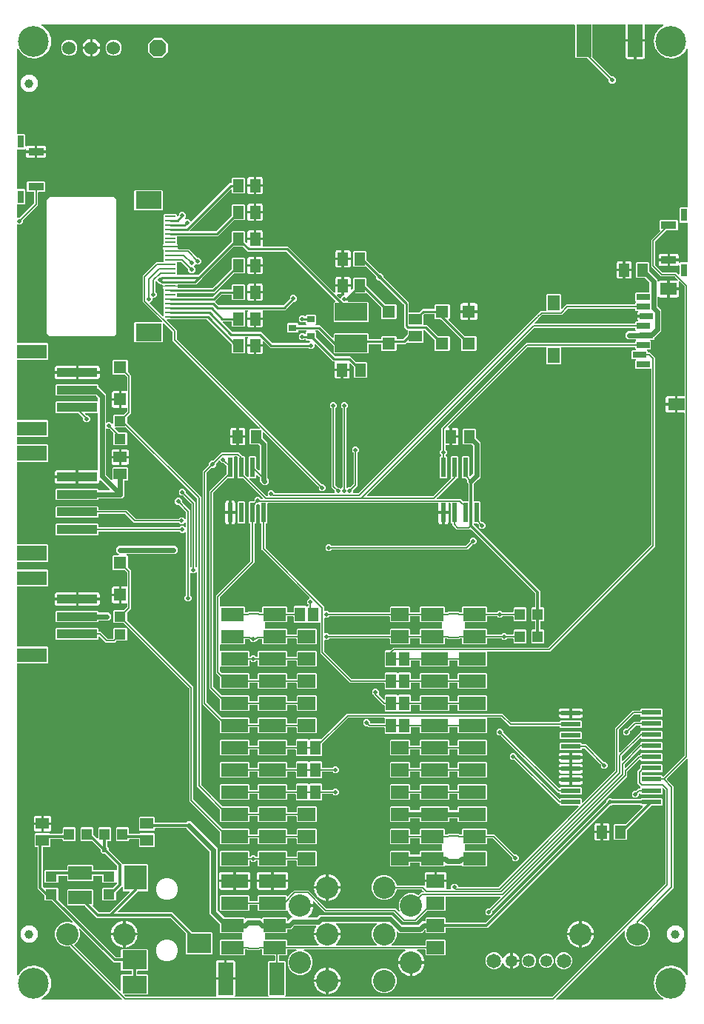
<source format=gbr>
G04 EAGLE Gerber RS-274X export*
G75*
%MOMM*%
%FSLAX34Y34*%
%LPD*%
%INBottom Copper*%
%IPPOS*%
%AMOC8*
5,1,8,0,0,1.08239X$1,22.5*%
G01*
%ADD10R,1.250000X0.275000*%
%ADD11R,3.000000X2.000000*%
%ADD12R,2.540000X1.524000*%
%ADD13R,3.048000X1.524000*%
%ADD14R,1.900000X1.400000*%
%ADD15R,1.400000X1.800000*%
%ADD16R,1.500000X0.700000*%
%ADD17R,1.240000X1.500000*%
%ADD18R,4.600000X1.000000*%
%ADD19R,3.400000X1.700000*%
%ADD20R,1.500000X1.240000*%
%ADD21R,3.400000X1.600000*%
%ADD22R,1.300000X1.200000*%
%ADD23R,1.400000X1.400000*%
%ADD24R,2.700000X1.600000*%
%ADD25R,1.200000X1.300000*%
%ADD26R,1.200000X1.500000*%
%ADD27R,0.900000X0.800000*%
%ADD28R,1.778000X0.900000*%
%ADD29R,0.800000X1.450000*%
%ADD30R,1.500000X1.300000*%
%ADD31R,2.200000X0.600000*%
%ADD32R,0.600000X2.200000*%
%ADD33R,2.000000X1.500000*%
%ADD34R,1.168400X1.600200*%
%ADD35R,0.635000X0.203200*%
%ADD36C,1.524000*%
%ADD37C,3.516000*%
%ADD38C,1.000000*%
%ADD39P,2.089446X8X202.500000*%
%ADD40C,1.650000*%
%ADD41C,1.350000*%
%ADD42R,2.800000X2.000000*%
%ADD43R,2.600000X2.800000*%
%ADD44R,2.800000X2.200000*%
%ADD45C,2.540000*%
%ADD46R,1.700000X3.700000*%
%ADD47R,3.700000X2.000000*%
%ADD48C,0.508000*%
%ADD49C,0.152400*%
%ADD50C,0.304800*%
%ADD51C,0.604000*%
%ADD52C,0.609600*%
%ADD53C,0.279400*%
%ADD54C,0.254000*%

G36*
X120728Y3822D02*
X120728Y3822D01*
X120800Y3824D01*
X120849Y3842D01*
X120900Y3850D01*
X120964Y3884D01*
X121031Y3909D01*
X121072Y3941D01*
X121118Y3966D01*
X121167Y4017D01*
X121223Y4062D01*
X121251Y4106D01*
X121287Y4144D01*
X121317Y4209D01*
X121356Y4269D01*
X121369Y4320D01*
X121391Y4367D01*
X121399Y4438D01*
X121416Y4508D01*
X121412Y4560D01*
X121418Y4611D01*
X121403Y4682D01*
X121397Y4753D01*
X121377Y4801D01*
X121366Y4852D01*
X121329Y4913D01*
X121301Y4979D01*
X121256Y5035D01*
X121239Y5063D01*
X121222Y5078D01*
X121196Y5110D01*
X62014Y64292D01*
X61940Y64345D01*
X61870Y64405D01*
X61840Y64417D01*
X61814Y64436D01*
X61727Y64463D01*
X61642Y64497D01*
X61601Y64501D01*
X61579Y64508D01*
X61547Y64507D01*
X61476Y64515D01*
X56111Y64515D01*
X50882Y66681D01*
X46881Y70682D01*
X44715Y75911D01*
X44715Y81569D01*
X46881Y86798D01*
X50882Y90799D01*
X56111Y92965D01*
X61769Y92965D01*
X64233Y91944D01*
X64328Y91922D01*
X64421Y91893D01*
X64447Y91894D01*
X64472Y91888D01*
X64569Y91897D01*
X64667Y91900D01*
X64691Y91909D01*
X64717Y91911D01*
X64806Y91951D01*
X64898Y91984D01*
X64918Y92001D01*
X64942Y92011D01*
X65014Y92077D01*
X65090Y92138D01*
X65104Y92160D01*
X65123Y92178D01*
X65170Y92263D01*
X65223Y92345D01*
X65229Y92370D01*
X65242Y92393D01*
X65259Y92489D01*
X65283Y92583D01*
X65281Y92609D01*
X65285Y92635D01*
X65271Y92732D01*
X65264Y92829D01*
X65253Y92853D01*
X65250Y92879D01*
X65205Y92966D01*
X65167Y93055D01*
X65147Y93080D01*
X65138Y93098D01*
X65114Y93121D01*
X65062Y93186D01*
X41536Y116712D01*
X41462Y116765D01*
X41393Y116825D01*
X41363Y116837D01*
X41336Y116856D01*
X41249Y116883D01*
X41165Y116917D01*
X41124Y116921D01*
X41101Y116928D01*
X41069Y116927D01*
X40998Y116935D01*
X33508Y116935D01*
X32615Y117828D01*
X32615Y122778D01*
X32601Y122868D01*
X32593Y122959D01*
X32581Y122989D01*
X32576Y123021D01*
X32533Y123101D01*
X32497Y123185D01*
X32471Y123217D01*
X32460Y123238D01*
X32437Y123260D01*
X32392Y123316D01*
X24891Y130817D01*
X24891Y177294D01*
X24888Y177314D01*
X24890Y177333D01*
X24868Y177435D01*
X24852Y177537D01*
X24842Y177554D01*
X24838Y177574D01*
X24785Y177663D01*
X24736Y177754D01*
X24722Y177768D01*
X24712Y177785D01*
X24633Y177852D01*
X24558Y177924D01*
X24540Y177932D01*
X24525Y177945D01*
X24429Y177984D01*
X24335Y178027D01*
X24315Y178029D01*
X24297Y178037D01*
X24130Y178055D01*
X22348Y178055D01*
X21455Y178948D01*
X21455Y193212D01*
X22348Y194105D01*
X38612Y194105D01*
X38945Y193772D01*
X39019Y193718D01*
X39088Y193659D01*
X39118Y193647D01*
X39144Y193628D01*
X39231Y193601D01*
X39316Y193567D01*
X39357Y193563D01*
X39379Y193556D01*
X39412Y193557D01*
X39483Y193549D01*
X52674Y193549D01*
X52694Y193552D01*
X52713Y193550D01*
X52815Y193572D01*
X52917Y193588D01*
X52934Y193598D01*
X52954Y193602D01*
X53043Y193655D01*
X53134Y193704D01*
X53148Y193718D01*
X53165Y193728D01*
X53232Y193807D01*
X53304Y193882D01*
X53312Y193900D01*
X53325Y193915D01*
X53364Y194011D01*
X53407Y194105D01*
X53409Y194125D01*
X53417Y194143D01*
X53435Y194310D01*
X53435Y200172D01*
X54328Y201065D01*
X67592Y201065D01*
X68485Y200172D01*
X68485Y185908D01*
X67592Y185015D01*
X54328Y185015D01*
X53435Y185908D01*
X53435Y186690D01*
X53432Y186710D01*
X53434Y186729D01*
X53412Y186831D01*
X53396Y186933D01*
X53386Y186950D01*
X53382Y186970D01*
X53329Y187059D01*
X53280Y187150D01*
X53266Y187164D01*
X53256Y187181D01*
X53177Y187248D01*
X53102Y187320D01*
X53084Y187328D01*
X53069Y187341D01*
X52973Y187380D01*
X52879Y187423D01*
X52859Y187425D01*
X52841Y187433D01*
X52674Y187451D01*
X40266Y187451D01*
X40246Y187448D01*
X40227Y187450D01*
X40125Y187428D01*
X40023Y187412D01*
X40006Y187402D01*
X39986Y187398D01*
X39897Y187345D01*
X39806Y187296D01*
X39792Y187282D01*
X39775Y187272D01*
X39708Y187193D01*
X39636Y187118D01*
X39628Y187100D01*
X39615Y187085D01*
X39576Y186989D01*
X39533Y186895D01*
X39531Y186875D01*
X39523Y186857D01*
X39505Y186690D01*
X39505Y178948D01*
X38612Y178055D01*
X31750Y178055D01*
X31730Y178052D01*
X31711Y178054D01*
X31609Y178032D01*
X31507Y178016D01*
X31490Y178006D01*
X31470Y178002D01*
X31381Y177949D01*
X31290Y177900D01*
X31276Y177886D01*
X31259Y177876D01*
X31192Y177797D01*
X31120Y177722D01*
X31112Y177704D01*
X31099Y177689D01*
X31060Y177593D01*
X31017Y177499D01*
X31015Y177479D01*
X31007Y177461D01*
X30989Y177294D01*
X30989Y133658D01*
X31003Y133568D01*
X31011Y133477D01*
X31023Y133447D01*
X31028Y133415D01*
X31071Y133335D01*
X31107Y133251D01*
X31133Y133219D01*
X31144Y133198D01*
X31167Y133176D01*
X31212Y133120D01*
X32389Y131942D01*
X32406Y131931D01*
X32418Y131915D01*
X32505Y131859D01*
X32589Y131799D01*
X32608Y131793D01*
X32625Y131782D01*
X32725Y131757D01*
X32824Y131726D01*
X32844Y131727D01*
X32863Y131722D01*
X32966Y131730D01*
X33070Y131733D01*
X33089Y131740D01*
X33109Y131741D01*
X33204Y131782D01*
X33301Y131817D01*
X33317Y131830D01*
X33335Y131837D01*
X33466Y131942D01*
X33508Y131985D01*
X47772Y131985D01*
X48665Y131092D01*
X48665Y118522D01*
X48679Y118432D01*
X48687Y118341D01*
X48699Y118311D01*
X48704Y118279D01*
X48747Y118199D01*
X48783Y118115D01*
X48809Y118083D01*
X48820Y118062D01*
X48843Y118040D01*
X48888Y117984D01*
X114390Y52482D01*
X114464Y52429D01*
X114533Y52369D01*
X114563Y52357D01*
X114590Y52338D01*
X114677Y52311D01*
X114761Y52277D01*
X114802Y52273D01*
X114825Y52266D01*
X114857Y52267D01*
X114928Y52259D01*
X119434Y52259D01*
X119454Y52262D01*
X119473Y52260D01*
X119575Y52282D01*
X119677Y52298D01*
X119694Y52308D01*
X119714Y52312D01*
X119803Y52365D01*
X119894Y52414D01*
X119908Y52428D01*
X119925Y52438D01*
X119992Y52517D01*
X120064Y52592D01*
X120072Y52610D01*
X120085Y52625D01*
X120124Y52721D01*
X120167Y52815D01*
X120169Y52835D01*
X120177Y52853D01*
X120195Y53020D01*
X120195Y60842D01*
X121088Y61735D01*
X150352Y61735D01*
X151245Y60842D01*
X151245Y37578D01*
X150352Y36685D01*
X139530Y36685D01*
X139510Y36682D01*
X139491Y36684D01*
X139389Y36662D01*
X139287Y36646D01*
X139270Y36636D01*
X139250Y36632D01*
X139161Y36579D01*
X139070Y36530D01*
X139056Y36516D01*
X139039Y36506D01*
X138972Y36427D01*
X138900Y36352D01*
X138892Y36334D01*
X138879Y36319D01*
X138840Y36223D01*
X138797Y36129D01*
X138795Y36109D01*
X138787Y36091D01*
X138769Y35924D01*
X138769Y33496D01*
X138772Y33478D01*
X138770Y33460D01*
X138770Y33459D01*
X138770Y33457D01*
X138792Y33355D01*
X138808Y33253D01*
X138818Y33236D01*
X138822Y33216D01*
X138875Y33127D01*
X138924Y33036D01*
X138938Y33022D01*
X138948Y33005D01*
X139027Y32938D01*
X139102Y32866D01*
X139120Y32858D01*
X139135Y32845D01*
X139231Y32806D01*
X139325Y32763D01*
X139345Y32761D01*
X139363Y32753D01*
X139530Y32735D01*
X150352Y32735D01*
X151245Y31842D01*
X151245Y10578D01*
X150352Y9685D01*
X124926Y9685D01*
X124856Y9674D01*
X124784Y9672D01*
X124735Y9654D01*
X124684Y9646D01*
X124620Y9612D01*
X124553Y9587D01*
X124512Y9555D01*
X124466Y9530D01*
X124417Y9479D01*
X124361Y9434D01*
X124333Y9390D01*
X124297Y9352D01*
X124267Y9287D01*
X124228Y9227D01*
X124215Y9176D01*
X124193Y9129D01*
X124185Y9058D01*
X124168Y8988D01*
X124172Y8936D01*
X124166Y8885D01*
X124181Y8814D01*
X124187Y8743D01*
X124207Y8695D01*
X124218Y8644D01*
X124255Y8583D01*
X124283Y8517D01*
X124328Y8461D01*
X124345Y8433D01*
X124362Y8418D01*
X124388Y8386D01*
X125692Y7082D01*
X125766Y7029D01*
X125836Y6969D01*
X125866Y6957D01*
X125892Y6938D01*
X125979Y6911D01*
X126064Y6877D01*
X126105Y6873D01*
X126127Y6866D01*
X126159Y6867D01*
X126230Y6859D01*
X228478Y6859D01*
X228572Y6874D01*
X228667Y6883D01*
X228693Y6894D01*
X228721Y6898D01*
X228805Y6943D01*
X228892Y6981D01*
X228913Y7000D01*
X228938Y7014D01*
X229004Y7082D01*
X229074Y7147D01*
X229088Y7171D01*
X229107Y7192D01*
X229148Y7278D01*
X229194Y7362D01*
X229199Y7389D01*
X229211Y7415D01*
X229222Y7510D01*
X229239Y7603D01*
X229235Y7631D01*
X229238Y7659D01*
X229218Y7753D01*
X229205Y7847D01*
X229190Y7879D01*
X229186Y7900D01*
X229169Y7928D01*
X229137Y8001D01*
X228872Y8459D01*
X228699Y9106D01*
X228699Y26417D01*
X238978Y26417D01*
X238998Y26420D01*
X239017Y26418D01*
X239119Y26440D01*
X239221Y26457D01*
X239238Y26466D01*
X239258Y26470D01*
X239347Y26523D01*
X239438Y26572D01*
X239452Y26586D01*
X239469Y26596D01*
X239536Y26675D01*
X239607Y26750D01*
X239616Y26768D01*
X239629Y26783D01*
X239668Y26879D01*
X239711Y26973D01*
X239713Y26993D01*
X239721Y27011D01*
X239739Y27178D01*
X239739Y27941D01*
X239741Y27941D01*
X239741Y27178D01*
X239744Y27158D01*
X239742Y27139D01*
X239764Y27037D01*
X239781Y26935D01*
X239790Y26918D01*
X239794Y26898D01*
X239847Y26809D01*
X239896Y26718D01*
X239910Y26704D01*
X239920Y26687D01*
X239999Y26620D01*
X240074Y26549D01*
X240092Y26540D01*
X240107Y26527D01*
X240203Y26488D01*
X240297Y26445D01*
X240317Y26443D01*
X240335Y26435D01*
X240502Y26417D01*
X250781Y26417D01*
X250781Y9106D01*
X250608Y8459D01*
X250343Y8001D01*
X250309Y7911D01*
X250269Y7825D01*
X250266Y7797D01*
X250256Y7771D01*
X250252Y7675D01*
X250242Y7581D01*
X250248Y7553D01*
X250247Y7525D01*
X250274Y7433D01*
X250294Y7340D01*
X250309Y7316D01*
X250317Y7289D01*
X250371Y7211D01*
X250420Y7129D01*
X250442Y7111D01*
X250458Y7088D01*
X250535Y7031D01*
X250607Y6969D01*
X250633Y6959D01*
X250656Y6942D01*
X250747Y6913D01*
X250835Y6877D01*
X250871Y6873D01*
X250890Y6867D01*
X250923Y6867D01*
X251002Y6859D01*
X288827Y6859D01*
X288898Y6870D01*
X288970Y6872D01*
X289019Y6890D01*
X289070Y6898D01*
X289133Y6932D01*
X289201Y6957D01*
X289241Y6989D01*
X289287Y7014D01*
X289337Y7066D01*
X289393Y7110D01*
X289421Y7154D01*
X289457Y7192D01*
X289487Y7257D01*
X289526Y7317D01*
X289538Y7368D01*
X289560Y7415D01*
X289568Y7486D01*
X289586Y7556D01*
X289582Y7608D01*
X289587Y7659D01*
X289572Y7730D01*
X289567Y7801D01*
X289546Y7849D01*
X289535Y7900D01*
X289498Y7961D01*
X289470Y8027D01*
X289425Y8083D01*
X289409Y8111D01*
X289391Y8126D01*
X289365Y8158D01*
X288715Y8808D01*
X288715Y47072D01*
X289608Y47965D01*
X295692Y47965D01*
X295712Y47968D01*
X295731Y47966D01*
X295833Y47988D01*
X295935Y48004D01*
X295952Y48014D01*
X295972Y48018D01*
X296061Y48071D01*
X296152Y48120D01*
X296166Y48134D01*
X296183Y48144D01*
X296250Y48223D01*
X296322Y48298D01*
X296330Y48316D01*
X296343Y48331D01*
X296382Y48427D01*
X296425Y48521D01*
X296427Y48541D01*
X296435Y48559D01*
X296453Y48726D01*
X296453Y53594D01*
X296450Y53614D01*
X296452Y53633D01*
X296430Y53735D01*
X296414Y53837D01*
X296404Y53854D01*
X296400Y53874D01*
X296347Y53963D01*
X296298Y54054D01*
X296284Y54068D01*
X296274Y54085D01*
X296195Y54152D01*
X296120Y54224D01*
X296102Y54232D01*
X296087Y54245D01*
X295991Y54284D01*
X295897Y54327D01*
X295877Y54329D01*
X295859Y54337D01*
X295692Y54355D01*
X282578Y54355D01*
X281685Y55248D01*
X281685Y60452D01*
X281682Y60472D01*
X281684Y60491D01*
X281662Y60593D01*
X281646Y60695D01*
X281636Y60712D01*
X281632Y60732D01*
X281579Y60821D01*
X281530Y60912D01*
X281516Y60926D01*
X281506Y60943D01*
X281427Y61010D01*
X281352Y61082D01*
X281334Y61090D01*
X281319Y61103D01*
X281223Y61142D01*
X281129Y61185D01*
X281109Y61187D01*
X281091Y61195D01*
X280924Y61213D01*
X279536Y61213D01*
X279446Y61199D01*
X279355Y61191D01*
X279325Y61179D01*
X279294Y61174D01*
X279213Y61131D01*
X279129Y61095D01*
X279097Y61069D01*
X279076Y61058D01*
X279054Y61035D01*
X278998Y60990D01*
X278349Y60341D01*
X265211Y60341D01*
X264562Y60990D01*
X264488Y61043D01*
X264419Y61103D01*
X264388Y61115D01*
X264362Y61134D01*
X264275Y61161D01*
X264190Y61195D01*
X264150Y61199D01*
X264127Y61206D01*
X264095Y61205D01*
X264024Y61213D01*
X262636Y61213D01*
X262616Y61210D01*
X262597Y61212D01*
X262495Y61190D01*
X262393Y61174D01*
X262376Y61164D01*
X262356Y61160D01*
X262267Y61107D01*
X262176Y61058D01*
X262162Y61044D01*
X262145Y61034D01*
X262078Y60955D01*
X262006Y60880D01*
X261998Y60862D01*
X261985Y60847D01*
X261946Y60751D01*
X261903Y60657D01*
X261901Y60637D01*
X261893Y60619D01*
X261875Y60452D01*
X261875Y55248D01*
X260982Y54355D01*
X234318Y54355D01*
X233425Y55248D01*
X233425Y71752D01*
X234318Y72645D01*
X258247Y72645D01*
X258292Y72652D01*
X258338Y72650D01*
X258413Y72672D01*
X258490Y72684D01*
X258530Y72706D01*
X258575Y72719D01*
X258639Y72763D01*
X258707Y72800D01*
X258739Y72833D01*
X258777Y72859D01*
X258823Y72921D01*
X258877Y72978D01*
X258896Y73020D01*
X258923Y73056D01*
X258947Y73130D01*
X258980Y73201D01*
X258985Y73247D01*
X259000Y73290D01*
X258999Y73368D01*
X259007Y73445D01*
X258998Y73490D01*
X258997Y73536D01*
X258969Y73632D01*
X258969Y78765D01*
X258980Y78789D01*
X258989Y78866D01*
X259007Y78942D01*
X259002Y78988D01*
X259007Y79033D01*
X258991Y79110D01*
X258983Y79187D01*
X258965Y79229D01*
X258955Y79274D01*
X258915Y79341D01*
X258884Y79412D01*
X258852Y79446D01*
X258829Y79485D01*
X258770Y79536D01*
X258717Y79593D01*
X258677Y79615D01*
X258642Y79645D01*
X258570Y79674D01*
X258502Y79711D01*
X258456Y79720D01*
X258414Y79737D01*
X258278Y79752D01*
X258260Y79755D01*
X258255Y79754D01*
X258247Y79755D01*
X234318Y79755D01*
X233425Y80648D01*
X233425Y89877D01*
X233411Y89967D01*
X233403Y90058D01*
X233391Y90088D01*
X233386Y90120D01*
X233343Y90200D01*
X233307Y90284D01*
X233281Y90316D01*
X233270Y90337D01*
X233247Y90359D01*
X233202Y90415D01*
X221487Y102130D01*
X221487Y173051D01*
X221473Y173141D01*
X221465Y173232D01*
X221453Y173261D01*
X221448Y173293D01*
X221405Y173374D01*
X221369Y173458D01*
X221343Y173490D01*
X221332Y173511D01*
X221309Y173533D01*
X221264Y173589D01*
X195077Y199776D01*
X195003Y199829D01*
X194933Y199889D01*
X194903Y199901D01*
X194877Y199920D01*
X194790Y199947D01*
X194705Y199981D01*
X194664Y199985D01*
X194642Y199992D01*
X194610Y199991D01*
X194539Y199999D01*
X159646Y199999D01*
X159626Y199996D01*
X159607Y199998D01*
X159505Y199976D01*
X159403Y199960D01*
X159386Y199950D01*
X159366Y199946D01*
X159277Y199893D01*
X159186Y199844D01*
X159172Y199830D01*
X159155Y199820D01*
X159088Y199741D01*
X159016Y199666D01*
X159008Y199648D01*
X158995Y199633D01*
X158956Y199537D01*
X158913Y199443D01*
X158911Y199423D01*
X158903Y199405D01*
X158885Y199238D01*
X158885Y197948D01*
X157992Y197055D01*
X141728Y197055D01*
X140835Y197948D01*
X140835Y212212D01*
X141728Y213105D01*
X157992Y213105D01*
X158885Y212212D01*
X158885Y206858D01*
X158888Y206838D01*
X158886Y206819D01*
X158908Y206717D01*
X158924Y206615D01*
X158934Y206598D01*
X158938Y206578D01*
X158991Y206489D01*
X159040Y206398D01*
X159054Y206384D01*
X159064Y206367D01*
X159143Y206300D01*
X159218Y206228D01*
X159236Y206220D01*
X159251Y206207D01*
X159347Y206168D01*
X159441Y206125D01*
X159461Y206123D01*
X159479Y206115D01*
X159646Y206097D01*
X194235Y206097D01*
X194325Y206111D01*
X194416Y206119D01*
X194445Y206131D01*
X194477Y206136D01*
X194558Y206179D01*
X194642Y206215D01*
X194674Y206241D01*
X194695Y206252D01*
X194717Y206275D01*
X194773Y206320D01*
X196226Y207773D01*
X200014Y207773D01*
X230633Y177154D01*
X230633Y106234D01*
X230647Y106144D01*
X230655Y106053D01*
X230667Y106023D01*
X230672Y105991D01*
X230715Y105910D01*
X230751Y105826D01*
X230777Y105794D01*
X230788Y105773D01*
X230811Y105751D01*
X230856Y105695D01*
X238283Y98268D01*
X238357Y98215D01*
X238427Y98155D01*
X238457Y98143D01*
X238483Y98124D01*
X238570Y98097D01*
X238655Y98063D01*
X238696Y98059D01*
X238718Y98052D01*
X238750Y98053D01*
X238822Y98045D01*
X260982Y98045D01*
X261875Y97152D01*
X261875Y97026D01*
X261886Y96955D01*
X261888Y96884D01*
X261906Y96835D01*
X261914Y96783D01*
X261948Y96720D01*
X261973Y96653D01*
X262005Y96612D01*
X262030Y96566D01*
X262081Y96517D01*
X262126Y96460D01*
X262170Y96432D01*
X262208Y96396D01*
X262273Y96366D01*
X262333Y96328D01*
X262384Y96315D01*
X262431Y96293D01*
X262502Y96285D01*
X262572Y96267D01*
X262624Y96272D01*
X262675Y96266D01*
X262746Y96281D01*
X262817Y96287D01*
X262865Y96307D01*
X262916Y96318D01*
X262977Y96355D01*
X263043Y96383D01*
X263099Y96428D01*
X263127Y96444D01*
X263142Y96462D01*
X263174Y96488D01*
X263317Y96631D01*
X280243Y96631D01*
X280386Y96488D01*
X280444Y96446D01*
X280496Y96396D01*
X280543Y96375D01*
X280585Y96344D01*
X280654Y96323D01*
X280719Y96293D01*
X280771Y96287D01*
X280821Y96272D01*
X280892Y96274D01*
X280963Y96266D01*
X281014Y96277D01*
X281066Y96278D01*
X281134Y96303D01*
X281204Y96318D01*
X281249Y96345D01*
X281297Y96363D01*
X281353Y96407D01*
X281415Y96444D01*
X281449Y96484D01*
X281489Y96516D01*
X281528Y96577D01*
X281575Y96631D01*
X281594Y96679D01*
X281622Y96723D01*
X281640Y96793D01*
X281667Y96859D01*
X281675Y96931D01*
X281683Y96962D01*
X281681Y96985D01*
X281685Y97026D01*
X281685Y97152D01*
X282578Y98045D01*
X309242Y98045D01*
X310135Y97152D01*
X310135Y94715D01*
X310146Y94644D01*
X310148Y94573D01*
X310166Y94524D01*
X310174Y94472D01*
X310208Y94409D01*
X310233Y94342D01*
X310265Y94301D01*
X310290Y94255D01*
X310341Y94206D01*
X310386Y94150D01*
X310430Y94122D01*
X310468Y94086D01*
X310533Y94055D01*
X310593Y94017D01*
X310644Y94004D01*
X310691Y93982D01*
X310762Y93974D01*
X310832Y93957D01*
X310884Y93961D01*
X310935Y93955D01*
X311006Y93970D01*
X311077Y93976D01*
X311125Y93996D01*
X311176Y94007D01*
X311237Y94044D01*
X311303Y94072D01*
X311359Y94117D01*
X311387Y94133D01*
X311402Y94151D01*
X311434Y94177D01*
X311892Y94635D01*
X311893Y94635D01*
X314794Y97537D01*
X315709Y97537D01*
X315717Y97538D01*
X315725Y97537D01*
X315838Y97558D01*
X315952Y97576D01*
X315959Y97580D01*
X315967Y97582D01*
X316068Y97638D01*
X316169Y97692D01*
X316175Y97697D01*
X316182Y97701D01*
X316260Y97787D01*
X316338Y97870D01*
X316342Y97877D01*
X316347Y97883D01*
X316394Y97989D01*
X316442Y98093D01*
X316443Y98101D01*
X316446Y98108D01*
X316457Y98223D01*
X316469Y98337D01*
X316467Y98345D01*
X316468Y98353D01*
X316441Y98465D01*
X316417Y98578D01*
X316413Y98585D01*
X316411Y98592D01*
X316350Y98690D01*
X316291Y98789D01*
X316285Y98794D01*
X316280Y98801D01*
X316156Y98914D01*
X315191Y99615D01*
X313495Y101311D01*
X312085Y103252D01*
X310969Y105443D01*
X310961Y105453D01*
X310946Y105494D01*
X310916Y105531D01*
X310894Y105574D01*
X310840Y105627D01*
X310793Y105686D01*
X310752Y105712D01*
X310717Y105745D01*
X310649Y105778D01*
X310586Y105819D01*
X310539Y105830D01*
X310495Y105851D01*
X310420Y105860D01*
X310347Y105879D01*
X310299Y105875D01*
X310251Y105881D01*
X310177Y105865D01*
X310102Y105860D01*
X310058Y105841D01*
X310010Y105831D01*
X309945Y105793D01*
X309876Y105763D01*
X309825Y105723D01*
X309798Y105707D01*
X309781Y105688D01*
X309745Y105658D01*
X309242Y105155D01*
X277498Y105155D01*
X276605Y106048D01*
X276605Y111252D01*
X276602Y111272D01*
X276604Y111291D01*
X276582Y111393D01*
X276566Y111495D01*
X276556Y111512D01*
X276552Y111532D01*
X276499Y111621D01*
X276450Y111712D01*
X276436Y111726D01*
X276426Y111743D01*
X276347Y111810D01*
X276272Y111882D01*
X276254Y111890D01*
X276239Y111903D01*
X276143Y111942D01*
X276049Y111985D01*
X276029Y111987D01*
X276011Y111995D01*
X275844Y112013D01*
X267716Y112013D01*
X267696Y112010D01*
X267677Y112012D01*
X267575Y111990D01*
X267473Y111974D01*
X267456Y111964D01*
X267436Y111960D01*
X267347Y111907D01*
X267256Y111858D01*
X267242Y111844D01*
X267225Y111834D01*
X267158Y111755D01*
X267086Y111680D01*
X267078Y111662D01*
X267065Y111647D01*
X267026Y111551D01*
X266983Y111457D01*
X266981Y111437D01*
X266973Y111419D01*
X266955Y111252D01*
X266955Y106048D01*
X266062Y105155D01*
X234318Y105155D01*
X233425Y106048D01*
X233425Y122552D01*
X234318Y123445D01*
X266062Y123445D01*
X266955Y122552D01*
X266955Y117348D01*
X266958Y117328D01*
X266956Y117309D01*
X266978Y117207D01*
X266994Y117105D01*
X267004Y117088D01*
X267008Y117068D01*
X267061Y116979D01*
X267110Y116888D01*
X267124Y116874D01*
X267134Y116857D01*
X267213Y116790D01*
X267288Y116718D01*
X267306Y116710D01*
X267321Y116697D01*
X267417Y116658D01*
X267511Y116615D01*
X267531Y116613D01*
X267549Y116605D01*
X267716Y116587D01*
X275844Y116587D01*
X275864Y116590D01*
X275883Y116588D01*
X275985Y116610D01*
X276087Y116626D01*
X276104Y116636D01*
X276124Y116640D01*
X276213Y116693D01*
X276304Y116742D01*
X276318Y116756D01*
X276335Y116766D01*
X276402Y116845D01*
X276474Y116920D01*
X276482Y116938D01*
X276495Y116953D01*
X276534Y117049D01*
X276577Y117143D01*
X276579Y117163D01*
X276587Y117181D01*
X276605Y117348D01*
X276605Y122552D01*
X277498Y123445D01*
X309242Y123445D01*
X310135Y122552D01*
X310135Y122520D01*
X310146Y122449D01*
X310148Y122377D01*
X310166Y122328D01*
X310174Y122277D01*
X310208Y122214D01*
X310233Y122146D01*
X310265Y122106D01*
X310290Y122060D01*
X310341Y122010D01*
X310386Y121954D01*
X310430Y121926D01*
X310468Y121890D01*
X310533Y121860D01*
X310593Y121821D01*
X310644Y121809D01*
X310691Y121787D01*
X310762Y121779D01*
X310832Y121761D01*
X310884Y121765D01*
X310935Y121760D01*
X311006Y121775D01*
X311077Y121780D01*
X311125Y121801D01*
X311176Y121812D01*
X311237Y121849D01*
X311303Y121877D01*
X311359Y121922D01*
X311387Y121938D01*
X311402Y121956D01*
X311434Y121982D01*
X316403Y126950D01*
X317965Y128513D01*
X335223Y128513D01*
X355435Y108301D01*
X355509Y108248D01*
X355579Y108188D01*
X355609Y108176D01*
X355635Y108157D01*
X355722Y108130D01*
X355807Y108096D01*
X355848Y108092D01*
X355870Y108085D01*
X355902Y108086D01*
X355974Y108078D01*
X434398Y108078D01*
X437897Y104579D01*
X437976Y104522D01*
X438051Y104460D01*
X438076Y104450D01*
X438097Y104435D01*
X438190Y104406D01*
X438281Y104372D01*
X438307Y104370D01*
X438332Y104363D01*
X438429Y104365D01*
X438527Y104361D01*
X438552Y104368D01*
X438578Y104369D01*
X438670Y104403D01*
X438763Y104430D01*
X438784Y104445D01*
X438809Y104454D01*
X438885Y104514D01*
X438965Y104570D01*
X438981Y104591D01*
X439001Y104607D01*
X439054Y104689D01*
X439112Y104767D01*
X439120Y104792D01*
X439134Y104814D01*
X439158Y104909D01*
X439188Y105001D01*
X439188Y105027D01*
X439194Y105053D01*
X439187Y105150D01*
X439186Y105247D01*
X439176Y105279D01*
X439175Y105298D01*
X439162Y105328D01*
X439139Y105408D01*
X437895Y108411D01*
X437895Y114069D01*
X440061Y119298D01*
X444062Y123299D01*
X449291Y125465D01*
X454949Y125465D01*
X460250Y123269D01*
X460364Y123242D01*
X460478Y123214D01*
X460484Y123214D01*
X460490Y123213D01*
X460607Y123224D01*
X460723Y123233D01*
X460729Y123235D01*
X460735Y123236D01*
X460842Y123284D01*
X460949Y123329D01*
X460955Y123334D01*
X460960Y123336D01*
X460973Y123349D01*
X461080Y123434D01*
X462310Y124664D01*
X462363Y124738D01*
X462423Y124808D01*
X462435Y124838D01*
X462454Y124864D01*
X462481Y124951D01*
X462501Y125001D01*
X463873Y126373D01*
X465830Y126373D01*
X465900Y126384D01*
X465972Y126386D01*
X466021Y126404D01*
X466072Y126412D01*
X466136Y126446D01*
X466203Y126471D01*
X466244Y126503D01*
X466290Y126528D01*
X466339Y126580D01*
X466395Y126624D01*
X466423Y126668D01*
X466459Y126706D01*
X466489Y126771D01*
X466528Y126831D01*
X466541Y126882D01*
X466563Y126929D01*
X466571Y127000D01*
X466588Y127070D01*
X466584Y127122D01*
X466590Y127173D01*
X466575Y127244D01*
X466569Y127315D01*
X466549Y127363D01*
X466538Y127414D01*
X466501Y127475D01*
X466473Y127541D01*
X466428Y127597D01*
X466411Y127625D01*
X466394Y127640D01*
X466368Y127672D01*
X464470Y129570D01*
X464396Y129623D01*
X464326Y129683D01*
X464296Y129695D01*
X464270Y129714D01*
X464183Y129741D01*
X464098Y129775D01*
X464057Y129779D01*
X464035Y129786D01*
X464003Y129785D01*
X463931Y129793D01*
X436078Y129793D01*
X435963Y129774D01*
X435847Y129757D01*
X435842Y129755D01*
X435835Y129754D01*
X435733Y129699D01*
X435628Y129646D01*
X435624Y129641D01*
X435618Y129638D01*
X435538Y129554D01*
X435456Y129470D01*
X435452Y129464D01*
X435449Y129460D01*
X435441Y129443D01*
X435375Y129323D01*
X433179Y124022D01*
X429178Y120021D01*
X423949Y117855D01*
X418291Y117855D01*
X413062Y120021D01*
X409061Y124022D01*
X406895Y129251D01*
X406895Y134909D01*
X409061Y140138D01*
X413062Y144139D01*
X418291Y146305D01*
X423949Y146305D01*
X429178Y144139D01*
X433179Y140138D01*
X435375Y134837D01*
X435437Y134737D01*
X435496Y134637D01*
X435501Y134633D01*
X435505Y134628D01*
X435594Y134553D01*
X435683Y134477D01*
X435689Y134475D01*
X435694Y134471D01*
X435802Y134429D01*
X435911Y134385D01*
X435919Y134384D01*
X435924Y134383D01*
X435942Y134382D01*
X436078Y134367D01*
X466141Y134367D01*
X466220Y134288D01*
X466278Y134246D01*
X466330Y134197D01*
X466377Y134175D01*
X466419Y134145D01*
X466488Y134124D01*
X466553Y134093D01*
X466605Y134088D01*
X466655Y134072D01*
X466726Y134074D01*
X466797Y134066D01*
X466848Y134077D01*
X466900Y134079D01*
X466968Y134103D01*
X467038Y134118D01*
X467083Y134145D01*
X467131Y134163D01*
X467187Y134208D01*
X467249Y134245D01*
X467283Y134284D01*
X467323Y134317D01*
X467362Y134377D01*
X467409Y134432D01*
X467428Y134480D01*
X467456Y134524D01*
X467474Y134593D01*
X467501Y134660D01*
X467509Y134731D01*
X467517Y134762D01*
X467515Y134785D01*
X467519Y134826D01*
X467519Y138177D01*
X479298Y138177D01*
X479318Y138180D01*
X479337Y138178D01*
X479439Y138200D01*
X479541Y138217D01*
X479558Y138226D01*
X479578Y138230D01*
X479667Y138283D01*
X479758Y138332D01*
X479772Y138346D01*
X479789Y138356D01*
X479856Y138435D01*
X479927Y138510D01*
X479936Y138528D01*
X479949Y138543D01*
X479988Y138639D01*
X480031Y138733D01*
X480033Y138753D01*
X480041Y138771D01*
X480059Y138938D01*
X480059Y139701D01*
X480061Y139701D01*
X480061Y138938D01*
X480064Y138918D01*
X480062Y138899D01*
X480084Y138797D01*
X480101Y138695D01*
X480110Y138678D01*
X480114Y138658D01*
X480167Y138569D01*
X480216Y138478D01*
X480230Y138464D01*
X480240Y138447D01*
X480319Y138380D01*
X480394Y138309D01*
X480412Y138300D01*
X480427Y138287D01*
X480523Y138248D01*
X480617Y138205D01*
X480637Y138203D01*
X480655Y138195D01*
X480822Y138177D01*
X492601Y138177D01*
X492601Y131866D01*
X492428Y131219D01*
X492187Y130803D01*
X492153Y130713D01*
X492113Y130627D01*
X492110Y130599D01*
X492100Y130573D01*
X492096Y130477D01*
X492086Y130383D01*
X492092Y130355D01*
X492091Y130327D01*
X492118Y130235D01*
X492138Y130142D01*
X492153Y130118D01*
X492161Y130091D01*
X492216Y130013D01*
X492264Y129931D01*
X492286Y129913D01*
X492302Y129890D01*
X492379Y129833D01*
X492451Y129771D01*
X492478Y129761D01*
X492500Y129744D01*
X492591Y129715D01*
X492680Y129679D01*
X492715Y129675D01*
X492735Y129669D01*
X492767Y129669D01*
X492846Y129661D01*
X496824Y129661D01*
X496844Y129664D01*
X496863Y129662D01*
X496965Y129684D01*
X497067Y129700D01*
X497084Y129710D01*
X497104Y129714D01*
X497193Y129767D01*
X497284Y129816D01*
X497298Y129830D01*
X497315Y129840D01*
X497382Y129919D01*
X497454Y129994D01*
X497462Y130012D01*
X497475Y130027D01*
X497514Y130123D01*
X497557Y130217D01*
X497559Y130237D01*
X497567Y130255D01*
X497585Y130422D01*
X497585Y133884D01*
X499966Y136265D01*
X503334Y136265D01*
X505715Y133884D01*
X505715Y133470D01*
X505718Y133450D01*
X505716Y133431D01*
X505738Y133329D01*
X505754Y133227D01*
X505764Y133210D01*
X505768Y133190D01*
X505821Y133101D01*
X505870Y133010D01*
X505884Y132996D01*
X505894Y132979D01*
X505973Y132912D01*
X506048Y132840D01*
X506066Y132832D01*
X506081Y132819D01*
X506177Y132780D01*
X506271Y132737D01*
X506291Y132735D01*
X506309Y132727D01*
X506476Y132709D01*
X551750Y132709D01*
X551840Y132723D01*
X551931Y132731D01*
X551960Y132743D01*
X551992Y132748D01*
X552073Y132791D01*
X552157Y132827D01*
X552189Y132853D01*
X552210Y132864D01*
X552232Y132887D01*
X552288Y132932D01*
X643402Y224046D01*
X643444Y224104D01*
X643493Y224156D01*
X643515Y224203D01*
X643545Y224245D01*
X643566Y224314D01*
X643597Y224379D01*
X643602Y224431D01*
X643618Y224481D01*
X643616Y224552D01*
X643624Y224623D01*
X643613Y224674D01*
X643611Y224726D01*
X643587Y224794D01*
X643572Y224864D01*
X643545Y224908D01*
X643527Y224957D01*
X643482Y225013D01*
X643445Y225075D01*
X643406Y225109D01*
X643373Y225149D01*
X643313Y225188D01*
X643258Y225235D01*
X643210Y225254D01*
X643166Y225282D01*
X643097Y225300D01*
X643030Y225327D01*
X642959Y225335D01*
X642928Y225343D01*
X642904Y225341D01*
X642864Y225345D01*
X623088Y225345D01*
X622195Y226238D01*
X622195Y226616D01*
X622192Y226636D01*
X622194Y226655D01*
X622172Y226757D01*
X622156Y226859D01*
X622146Y226876D01*
X622142Y226896D01*
X622089Y226985D01*
X622040Y227076D01*
X622026Y227090D01*
X622016Y227107D01*
X621937Y227174D01*
X621862Y227246D01*
X621844Y227254D01*
X621829Y227267D01*
X621733Y227306D01*
X621639Y227349D01*
X621619Y227351D01*
X621601Y227359D01*
X621434Y227377D01*
X621058Y227377D01*
X570783Y277652D01*
X570709Y277705D01*
X570640Y277765D01*
X570610Y277777D01*
X570583Y277796D01*
X570497Y277823D01*
X570412Y277857D01*
X570371Y277861D01*
X570348Y277868D01*
X570316Y277867D01*
X570245Y277875D01*
X567276Y277875D01*
X564895Y280256D01*
X564895Y283624D01*
X567276Y286005D01*
X570644Y286005D01*
X573025Y283624D01*
X573025Y282194D01*
X573039Y282104D01*
X573047Y282013D01*
X573059Y281983D01*
X573064Y281951D01*
X573107Y281871D01*
X573143Y281787D01*
X573169Y281755D01*
X573180Y281734D01*
X573203Y281712D01*
X573248Y281656D01*
X621260Y233643D01*
X621276Y233632D01*
X621289Y233616D01*
X621376Y233560D01*
X621460Y233500D01*
X621479Y233494D01*
X621496Y233483D01*
X621596Y233458D01*
X621695Y233427D01*
X621715Y233428D01*
X621734Y233423D01*
X621837Y233431D01*
X621941Y233434D01*
X621960Y233440D01*
X621980Y233442D01*
X622074Y233482D01*
X622172Y233518D01*
X622188Y233531D01*
X622206Y233538D01*
X622337Y233643D01*
X623088Y234395D01*
X646352Y234395D01*
X647245Y233502D01*
X647245Y229726D01*
X647256Y229656D01*
X647258Y229584D01*
X647276Y229535D01*
X647284Y229484D01*
X647318Y229420D01*
X647343Y229353D01*
X647375Y229312D01*
X647400Y229266D01*
X647451Y229217D01*
X647496Y229161D01*
X647540Y229133D01*
X647578Y229097D01*
X647643Y229067D01*
X647703Y229028D01*
X647754Y229015D01*
X647801Y228993D01*
X647872Y228985D01*
X647942Y228968D01*
X647994Y228972D01*
X648045Y228966D01*
X648116Y228981D01*
X648187Y228987D01*
X648235Y229007D01*
X648286Y229018D01*
X648347Y229055D01*
X648413Y229083D01*
X648469Y229128D01*
X648497Y229145D01*
X648512Y229162D01*
X648544Y229188D01*
X684958Y265602D01*
X685011Y265676D01*
X685070Y265745D01*
X685083Y265775D01*
X685101Y265801D01*
X685128Y265888D01*
X685162Y265973D01*
X685167Y266014D01*
X685174Y266037D01*
X685173Y266069D01*
X685181Y266140D01*
X685181Y314240D01*
X686743Y315802D01*
X705298Y334357D01*
X713434Y334357D01*
X713454Y334360D01*
X713473Y334358D01*
X713575Y334380D01*
X713677Y334396D01*
X713694Y334406D01*
X713714Y334410D01*
X713803Y334463D01*
X713894Y334512D01*
X713908Y334526D01*
X713925Y334536D01*
X713992Y334615D01*
X714064Y334690D01*
X714072Y334708D01*
X714085Y334723D01*
X714124Y334819D01*
X714167Y334913D01*
X714169Y334933D01*
X714177Y334951D01*
X714195Y335118D01*
X714195Y335702D01*
X715088Y336595D01*
X738352Y336595D01*
X739245Y335702D01*
X739245Y328438D01*
X738352Y327545D01*
X715088Y327545D01*
X714195Y328438D01*
X714195Y329022D01*
X714192Y329042D01*
X714194Y329061D01*
X714172Y329163D01*
X714156Y329265D01*
X714146Y329282D01*
X714142Y329302D01*
X714089Y329391D01*
X714040Y329482D01*
X714026Y329496D01*
X714016Y329513D01*
X713937Y329580D01*
X713862Y329652D01*
X713844Y329660D01*
X713829Y329673D01*
X713733Y329712D01*
X713639Y329755D01*
X713619Y329757D01*
X713601Y329765D01*
X713434Y329783D01*
X707508Y329783D01*
X707417Y329769D01*
X707327Y329761D01*
X707297Y329749D01*
X707265Y329744D01*
X707184Y329701D01*
X707100Y329665D01*
X707068Y329639D01*
X707047Y329628D01*
X707025Y329605D01*
X706969Y329560D01*
X689977Y312568D01*
X689924Y312494D01*
X689865Y312425D01*
X689852Y312395D01*
X689834Y312369D01*
X689807Y312282D01*
X689773Y312197D01*
X689768Y312156D01*
X689761Y312133D01*
X689762Y312101D01*
X689754Y312030D01*
X689754Y286929D01*
X689766Y286858D01*
X689768Y286786D01*
X689786Y286737D01*
X689794Y286686D01*
X689828Y286623D01*
X689852Y286555D01*
X689885Y286515D01*
X689909Y286469D01*
X689961Y286419D01*
X690006Y286363D01*
X690050Y286335D01*
X690087Y286299D01*
X690152Y286269D01*
X690213Y286230D01*
X690263Y286218D01*
X690310Y286196D01*
X690382Y286188D01*
X690451Y286170D01*
X690503Y286174D01*
X690555Y286169D01*
X690625Y286184D01*
X690696Y286189D01*
X690744Y286210D01*
X690795Y286221D01*
X690857Y286258D01*
X690923Y286286D01*
X690979Y286330D01*
X691006Y286347D01*
X691022Y286365D01*
X691054Y286391D01*
X713972Y309309D01*
X714016Y309370D01*
X714049Y309405D01*
X714055Y309418D01*
X714085Y309453D01*
X714097Y309483D01*
X714116Y309509D01*
X714143Y309596D01*
X714177Y309681D01*
X714181Y309722D01*
X714188Y309744D01*
X714187Y309776D01*
X714195Y309847D01*
X714195Y310302D01*
X715088Y311195D01*
X738352Y311195D01*
X739245Y310302D01*
X739245Y303038D01*
X738352Y302145D01*
X715088Y302145D01*
X714721Y302513D01*
X714704Y302525D01*
X714692Y302540D01*
X714605Y302596D01*
X714521Y302657D01*
X714502Y302662D01*
X714485Y302673D01*
X714385Y302699D01*
X714286Y302729D01*
X714266Y302728D01*
X714247Y302733D01*
X714144Y302725D01*
X714040Y302723D01*
X714021Y302716D01*
X714001Y302714D01*
X713906Y302674D01*
X713809Y302638D01*
X713793Y302626D01*
X713775Y302618D01*
X713644Y302513D01*
X693266Y282135D01*
X693213Y282061D01*
X693154Y281992D01*
X693142Y281962D01*
X693123Y281936D01*
X693096Y281849D01*
X693062Y281764D01*
X693057Y281723D01*
X693051Y281701D01*
X693051Y281668D01*
X693043Y281597D01*
X693043Y277518D01*
X693055Y277447D01*
X693057Y277376D01*
X693075Y277327D01*
X693083Y277275D01*
X693117Y277212D01*
X693141Y277145D01*
X693174Y277104D01*
X693198Y277058D01*
X693250Y277009D01*
X693295Y276953D01*
X693339Y276924D01*
X693377Y276889D01*
X693442Y276858D01*
X693502Y276820D01*
X693553Y276807D01*
X693600Y276785D01*
X693671Y276777D01*
X693740Y276760D01*
X693792Y276764D01*
X693844Y276758D01*
X693914Y276773D01*
X693986Y276779D01*
X694034Y276799D01*
X694085Y276810D01*
X694146Y276847D01*
X694212Y276875D01*
X694268Y276920D01*
X694296Y276936D01*
X694311Y276954D01*
X694343Y276980D01*
X713656Y296293D01*
X713677Y296296D01*
X713694Y296306D01*
X713714Y296310D01*
X713803Y296363D01*
X713894Y296412D01*
X713908Y296426D01*
X713925Y296436D01*
X713992Y296515D01*
X714064Y296590D01*
X714072Y296608D01*
X714085Y296623D01*
X714124Y296719D01*
X714167Y296813D01*
X714169Y296833D01*
X714177Y296851D01*
X714195Y297018D01*
X714195Y297602D01*
X715088Y298495D01*
X738352Y298495D01*
X739245Y297602D01*
X739245Y290338D01*
X738352Y289445D01*
X715088Y289445D01*
X714721Y289813D01*
X714704Y289825D01*
X714692Y289840D01*
X714605Y289896D01*
X714521Y289957D01*
X714502Y289962D01*
X714485Y289973D01*
X714385Y289999D01*
X714286Y290029D01*
X714266Y290028D01*
X714247Y290033D01*
X714144Y290025D01*
X714040Y290023D01*
X714021Y290016D01*
X714001Y290014D01*
X713907Y289974D01*
X713809Y289938D01*
X713793Y289926D01*
X713775Y289918D01*
X713644Y289813D01*
X696386Y272555D01*
X696333Y272481D01*
X696273Y272411D01*
X696261Y272381D01*
X696242Y272355D01*
X696215Y272268D01*
X696181Y272183D01*
X696177Y272142D01*
X696170Y272120D01*
X696171Y272088D01*
X696163Y272016D01*
X696163Y269434D01*
X696174Y269364D01*
X696176Y269292D01*
X696194Y269243D01*
X696202Y269192D01*
X696236Y269128D01*
X696261Y269061D01*
X696293Y269020D01*
X696318Y268974D01*
X696370Y268925D01*
X696414Y268869D01*
X696458Y268841D01*
X696496Y268805D01*
X696561Y268775D01*
X696621Y268736D01*
X696672Y268723D01*
X696719Y268701D01*
X696790Y268693D01*
X696860Y268676D01*
X696912Y268680D01*
X696963Y268674D01*
X697034Y268689D01*
X697105Y268695D01*
X697153Y268715D01*
X697204Y268726D01*
X697265Y268763D01*
X697331Y268791D01*
X697387Y268836D01*
X697415Y268853D01*
X697430Y268870D01*
X697462Y268896D01*
X712123Y283557D01*
X713434Y283557D01*
X713454Y283560D01*
X713473Y283558D01*
X713575Y283580D01*
X713677Y283596D01*
X713694Y283606D01*
X713714Y283610D01*
X713803Y283663D01*
X713894Y283712D01*
X713908Y283726D01*
X713925Y283736D01*
X713992Y283815D01*
X714064Y283890D01*
X714072Y283908D01*
X714085Y283923D01*
X714124Y284019D01*
X714167Y284113D01*
X714169Y284133D01*
X714177Y284151D01*
X714195Y284318D01*
X714195Y284902D01*
X715088Y285795D01*
X738352Y285795D01*
X739245Y284902D01*
X739245Y277638D01*
X738352Y276745D01*
X715088Y276745D01*
X713972Y277861D01*
X713957Y277872D01*
X713944Y277889D01*
X713900Y277917D01*
X713862Y277953D01*
X713813Y277976D01*
X713773Y278005D01*
X713755Y278010D01*
X713737Y278022D01*
X713686Y278035D01*
X713639Y278057D01*
X713585Y278063D01*
X713537Y278077D01*
X713519Y278077D01*
X713498Y278082D01*
X713446Y278078D01*
X713395Y278084D01*
X713341Y278072D01*
X713292Y278071D01*
X713274Y278065D01*
X713253Y278063D01*
X713205Y278043D01*
X713154Y278032D01*
X713108Y278004D01*
X713061Y277986D01*
X713046Y277975D01*
X713027Y277967D01*
X712971Y277922D01*
X712943Y277905D01*
X712928Y277888D01*
X712896Y277862D01*
X699434Y264400D01*
X699381Y264326D01*
X699321Y264256D01*
X699309Y264226D01*
X699290Y264200D01*
X699263Y264113D01*
X699229Y264028D01*
X699225Y263987D01*
X699218Y263965D01*
X699219Y263933D01*
X699211Y263861D01*
X699211Y259097D01*
X545308Y105194D01*
X545255Y105120D01*
X545195Y105050D01*
X545183Y105020D01*
X545164Y104994D01*
X545137Y104907D01*
X545103Y104822D01*
X545099Y104781D01*
X545092Y104759D01*
X545093Y104727D01*
X545085Y104655D01*
X545085Y102456D01*
X542704Y100075D01*
X539336Y100075D01*
X536955Y102456D01*
X536955Y105824D01*
X539336Y108205D01*
X541535Y108205D01*
X541626Y108219D01*
X541716Y108227D01*
X541746Y108239D01*
X541778Y108244D01*
X541859Y108287D01*
X541943Y108323D01*
X541975Y108349D01*
X541996Y108360D01*
X542018Y108383D01*
X542074Y108428D01*
X554146Y120500D01*
X554188Y120558D01*
X554237Y120610D01*
X554259Y120657D01*
X554289Y120699D01*
X554310Y120768D01*
X554341Y120833D01*
X554346Y120885D01*
X554362Y120935D01*
X554360Y121006D01*
X554368Y121077D01*
X554357Y121128D01*
X554355Y121180D01*
X554331Y121248D01*
X554316Y121318D01*
X554289Y121363D01*
X554271Y121411D01*
X554226Y121467D01*
X554189Y121529D01*
X554150Y121563D01*
X554117Y121603D01*
X554057Y121642D01*
X554002Y121689D01*
X553954Y121708D01*
X553910Y121736D01*
X553841Y121754D01*
X553774Y121781D01*
X553703Y121789D01*
X553672Y121797D01*
X553648Y121795D01*
X553608Y121799D01*
X492346Y121799D01*
X492326Y121796D01*
X492307Y121798D01*
X492205Y121776D01*
X492103Y121760D01*
X492086Y121750D01*
X492066Y121746D01*
X491977Y121693D01*
X491886Y121644D01*
X491872Y121630D01*
X491855Y121620D01*
X491788Y121541D01*
X491716Y121466D01*
X491708Y121448D01*
X491695Y121433D01*
X491656Y121337D01*
X491613Y121243D01*
X491611Y121223D01*
X491603Y121205D01*
X491585Y121038D01*
X491585Y106168D01*
X490692Y105275D01*
X471147Y105275D01*
X471057Y105261D01*
X470966Y105253D01*
X470937Y105241D01*
X470905Y105236D01*
X470824Y105193D01*
X470740Y105157D01*
X470708Y105131D01*
X470687Y105120D01*
X470665Y105097D01*
X470609Y105052D01*
X458012Y92455D01*
X443553Y92455D01*
X441990Y94018D01*
X432727Y103281D01*
X432653Y103334D01*
X432583Y103394D01*
X432553Y103406D01*
X432527Y103425D01*
X432440Y103452D01*
X432355Y103486D01*
X432314Y103490D01*
X432292Y103497D01*
X432260Y103496D01*
X432188Y103504D01*
X353764Y103504D01*
X352201Y105067D01*
X341037Y116231D01*
X340982Y116271D01*
X340933Y116318D01*
X340883Y116342D01*
X340837Y116375D01*
X340772Y116395D01*
X340711Y116424D01*
X340656Y116431D01*
X340602Y116447D01*
X340534Y116445D01*
X340467Y116453D01*
X340412Y116442D01*
X340356Y116441D01*
X340292Y116417D01*
X340226Y116404D01*
X340178Y116376D01*
X340125Y116356D01*
X340072Y116314D01*
X340014Y116280D01*
X339977Y116238D01*
X339933Y116203D01*
X339896Y116145D01*
X339852Y116094D01*
X339831Y116043D01*
X339800Y115996D01*
X339784Y115930D01*
X339758Y115867D01*
X339754Y115811D01*
X339740Y115757D01*
X339745Y115690D01*
X339741Y115622D01*
X339757Y115545D01*
X339759Y115512D01*
X339767Y115493D01*
X339775Y115458D01*
X339985Y114809D01*
X340309Y112763D01*
X325882Y112763D01*
X325862Y112760D01*
X325843Y112762D01*
X325741Y112740D01*
X325639Y112723D01*
X325622Y112714D01*
X325602Y112710D01*
X325513Y112657D01*
X325422Y112608D01*
X325408Y112594D01*
X325391Y112584D01*
X325324Y112505D01*
X325253Y112430D01*
X325244Y112412D01*
X325231Y112397D01*
X325193Y112301D01*
X325149Y112207D01*
X325147Y112187D01*
X325139Y112169D01*
X325121Y112002D01*
X325121Y110478D01*
X325124Y110458D01*
X325122Y110439D01*
X325144Y110337D01*
X325161Y110235D01*
X325170Y110218D01*
X325174Y110198D01*
X325227Y110109D01*
X325276Y110018D01*
X325290Y110004D01*
X325300Y109987D01*
X325379Y109920D01*
X325454Y109849D01*
X325472Y109840D01*
X325487Y109827D01*
X325583Y109788D01*
X325677Y109745D01*
X325697Y109743D01*
X325715Y109735D01*
X325882Y109717D01*
X340309Y109717D01*
X339985Y107671D01*
X339244Y105390D01*
X338155Y103252D01*
X336745Y101311D01*
X335049Y99615D01*
X334084Y98914D01*
X334078Y98908D01*
X334071Y98904D01*
X333992Y98821D01*
X333911Y98739D01*
X333907Y98732D01*
X333902Y98726D01*
X333853Y98622D01*
X333802Y98518D01*
X333801Y98510D01*
X333798Y98503D01*
X333785Y98389D01*
X333770Y98274D01*
X333772Y98266D01*
X333771Y98259D01*
X333795Y98146D01*
X333817Y98033D01*
X333821Y98026D01*
X333823Y98018D01*
X333882Y97920D01*
X333939Y97819D01*
X333945Y97814D01*
X333949Y97807D01*
X334037Y97732D01*
X334123Y97655D01*
X334130Y97652D01*
X334136Y97647D01*
X334243Y97604D01*
X334349Y97559D01*
X334357Y97558D01*
X334364Y97555D01*
X334531Y97537D01*
X343708Y97537D01*
X343798Y97551D01*
X343889Y97559D01*
X343919Y97571D01*
X343951Y97576D01*
X344032Y97619D01*
X344116Y97655D01*
X344148Y97681D01*
X344168Y97692D01*
X344191Y97715D01*
X344247Y97760D01*
X347072Y100585D01*
X430168Y100585D01*
X441375Y89378D01*
X441449Y89325D01*
X441519Y89265D01*
X441549Y89253D01*
X441575Y89234D01*
X441662Y89207D01*
X441747Y89173D01*
X441788Y89169D01*
X441810Y89162D01*
X441842Y89163D01*
X441914Y89155D01*
X460071Y89155D01*
X460161Y89169D01*
X460252Y89177D01*
X460281Y89189D01*
X460313Y89194D01*
X460394Y89237D01*
X460478Y89273D01*
X460510Y89299D01*
X460531Y89310D01*
X460553Y89333D01*
X460609Y89378D01*
X464704Y93473D01*
X467774Y93473D01*
X467794Y93476D01*
X467813Y93474D01*
X467915Y93496D01*
X468017Y93512D01*
X468034Y93522D01*
X468054Y93526D01*
X468143Y93579D01*
X468234Y93628D01*
X468248Y93642D01*
X468265Y93652D01*
X468332Y93731D01*
X468404Y93806D01*
X468412Y93824D01*
X468425Y93839D01*
X468464Y93935D01*
X468507Y94029D01*
X468509Y94049D01*
X468517Y94067D01*
X468535Y94234D01*
X468535Y97032D01*
X469428Y97925D01*
X490692Y97925D01*
X491585Y97032D01*
X491585Y92710D01*
X491588Y92690D01*
X491586Y92671D01*
X491608Y92569D01*
X491624Y92467D01*
X491634Y92450D01*
X491638Y92430D01*
X491691Y92341D01*
X491740Y92250D01*
X491754Y92236D01*
X491764Y92219D01*
X491843Y92152D01*
X491918Y92080D01*
X491936Y92072D01*
X491951Y92059D01*
X492047Y92020D01*
X492141Y91977D01*
X492161Y91975D01*
X492179Y91967D01*
X492346Y91949D01*
X536902Y91949D01*
X536992Y91963D01*
X537083Y91971D01*
X537113Y91983D01*
X537145Y91988D01*
X537225Y92031D01*
X537309Y92067D01*
X537341Y92093D01*
X537362Y92104D01*
X537384Y92127D01*
X537440Y92172D01*
X675162Y229894D01*
X675215Y229968D01*
X675275Y230037D01*
X675287Y230067D01*
X675306Y230094D01*
X675333Y230181D01*
X675367Y230265D01*
X675371Y230306D01*
X675378Y230329D01*
X675377Y230361D01*
X675385Y230432D01*
X675385Y231554D01*
X677766Y233935D01*
X681134Y233935D01*
X681927Y233142D01*
X682001Y233089D01*
X682070Y233029D01*
X682100Y233017D01*
X682126Y232998D01*
X682213Y232971D01*
X682298Y232937D01*
X682339Y232933D01*
X682362Y232926D01*
X682394Y232927D01*
X682465Y232919D01*
X713434Y232919D01*
X713454Y232922D01*
X713473Y232920D01*
X713575Y232942D01*
X713677Y232958D01*
X713694Y232968D01*
X713714Y232972D01*
X713803Y233025D01*
X713894Y233074D01*
X713908Y233088D01*
X713925Y233098D01*
X713992Y233177D01*
X714064Y233252D01*
X714072Y233270D01*
X714085Y233285D01*
X714124Y233381D01*
X714166Y233472D01*
X715088Y234395D01*
X738352Y234395D01*
X739245Y233502D01*
X739245Y226238D01*
X738352Y225345D01*
X726822Y225345D01*
X726732Y225331D01*
X726641Y225323D01*
X726611Y225311D01*
X726579Y225306D01*
X726499Y225263D01*
X726415Y225227D01*
X726383Y225201D01*
X726362Y225190D01*
X726352Y225180D01*
X726351Y225180D01*
X726338Y225165D01*
X726284Y225122D01*
X698968Y197806D01*
X698915Y197732D01*
X698855Y197663D01*
X698843Y197633D01*
X698824Y197606D01*
X698797Y197519D01*
X698763Y197435D01*
X698759Y197394D01*
X698752Y197371D01*
X698753Y197339D01*
X698745Y197268D01*
X698745Y187448D01*
X697852Y186555D01*
X684588Y186555D01*
X683695Y187448D01*
X683695Y203712D01*
X684588Y204605D01*
X696828Y204605D01*
X696918Y204619D01*
X697009Y204627D01*
X697039Y204639D01*
X697071Y204644D01*
X697151Y204687D01*
X697235Y204723D01*
X697267Y204749D01*
X697288Y204760D01*
X697310Y204783D01*
X697366Y204828D01*
X716584Y224046D01*
X716626Y224104D01*
X716675Y224156D01*
X716697Y224203D01*
X716728Y224245D01*
X716749Y224314D01*
X716779Y224379D01*
X716785Y224431D01*
X716800Y224481D01*
X716798Y224552D01*
X716806Y224623D01*
X716795Y224674D01*
X716794Y224726D01*
X716769Y224794D01*
X716754Y224864D01*
X716727Y224909D01*
X716709Y224957D01*
X716664Y225013D01*
X716628Y225075D01*
X716588Y225109D01*
X716556Y225149D01*
X716495Y225188D01*
X716441Y225235D01*
X716392Y225254D01*
X716349Y225282D01*
X716279Y225300D01*
X716213Y225327D01*
X716141Y225335D01*
X716110Y225343D01*
X716087Y225341D01*
X716046Y225345D01*
X715088Y225345D01*
X714160Y226273D01*
X714156Y226303D01*
X714146Y226320D01*
X714142Y226340D01*
X714089Y226429D01*
X714040Y226520D01*
X714026Y226534D01*
X714016Y226551D01*
X713937Y226618D01*
X713862Y226690D01*
X713844Y226698D01*
X713829Y226711D01*
X713733Y226750D01*
X713639Y226793D01*
X713619Y226795D01*
X713601Y226803D01*
X713434Y226821D01*
X682465Y226821D01*
X682375Y226807D01*
X682284Y226799D01*
X682254Y226787D01*
X682222Y226782D01*
X682142Y226739D01*
X682058Y226703D01*
X682026Y226677D01*
X682005Y226666D01*
X681983Y226643D01*
X681927Y226598D01*
X681134Y225805D01*
X680012Y225805D01*
X679922Y225791D01*
X679831Y225783D01*
X679801Y225771D01*
X679769Y225766D01*
X679689Y225723D01*
X679605Y225687D01*
X679573Y225661D01*
X679552Y225650D01*
X679530Y225627D01*
X679474Y225582D01*
X539743Y85851D01*
X492346Y85851D01*
X492326Y85848D01*
X492307Y85850D01*
X492205Y85828D01*
X492103Y85812D01*
X492086Y85802D01*
X492066Y85798D01*
X491977Y85745D01*
X491886Y85696D01*
X491872Y85682D01*
X491855Y85672D01*
X491788Y85593D01*
X491716Y85518D01*
X491708Y85500D01*
X491695Y85485D01*
X491656Y85389D01*
X491613Y85295D01*
X491611Y85275D01*
X491603Y85257D01*
X491585Y85090D01*
X491585Y80768D01*
X490692Y79875D01*
X469428Y79875D01*
X468535Y80768D01*
X468535Y82533D01*
X468524Y82603D01*
X468522Y82675D01*
X468504Y82724D01*
X468496Y82775D01*
X468462Y82839D01*
X468437Y82906D01*
X468405Y82947D01*
X468380Y82993D01*
X468329Y83042D01*
X468284Y83098D01*
X468240Y83126D01*
X468202Y83162D01*
X468137Y83192D01*
X468077Y83231D01*
X468026Y83244D01*
X467979Y83266D01*
X467908Y83274D01*
X467838Y83291D01*
X467786Y83287D01*
X467735Y83293D01*
X467664Y83278D01*
X467593Y83272D01*
X467545Y83252D01*
X467494Y83241D01*
X467433Y83204D01*
X467367Y83176D01*
X467311Y83131D01*
X467283Y83114D01*
X467268Y83097D01*
X467236Y83071D01*
X467076Y82911D01*
X464174Y80009D01*
X437810Y80009D01*
X436644Y81175D01*
X436586Y81217D01*
X436534Y81266D01*
X436487Y81288D01*
X436445Y81319D01*
X436376Y81340D01*
X436311Y81370D01*
X436259Y81376D01*
X436209Y81391D01*
X436138Y81389D01*
X436067Y81397D01*
X436016Y81386D01*
X435964Y81385D01*
X435896Y81360D01*
X435826Y81345D01*
X435781Y81318D01*
X435733Y81300D01*
X435677Y81255D01*
X435615Y81219D01*
X435581Y81179D01*
X435541Y81147D01*
X435502Y81086D01*
X435455Y81032D01*
X435436Y80983D01*
X435408Y80940D01*
X435390Y80870D01*
X435363Y80804D01*
X435355Y80732D01*
X435347Y80701D01*
X435349Y80678D01*
X435345Y80637D01*
X435345Y75911D01*
X433179Y70682D01*
X429583Y67086D01*
X429541Y67028D01*
X429492Y66976D01*
X429470Y66929D01*
X429440Y66887D01*
X429418Y66818D01*
X429388Y66753D01*
X429383Y66701D01*
X429367Y66651D01*
X429369Y66580D01*
X429361Y66509D01*
X429372Y66458D01*
X429374Y66406D01*
X429398Y66338D01*
X429413Y66268D01*
X429440Y66223D01*
X429458Y66175D01*
X429503Y66119D01*
X429540Y66057D01*
X429579Y66023D01*
X429612Y65983D01*
X429672Y65944D01*
X429726Y65897D01*
X429775Y65878D01*
X429819Y65850D01*
X429888Y65832D01*
X429955Y65805D01*
X430026Y65797D01*
X430057Y65789D01*
X430080Y65791D01*
X430121Y65787D01*
X467774Y65787D01*
X467794Y65790D01*
X467813Y65788D01*
X467915Y65810D01*
X468017Y65826D01*
X468034Y65836D01*
X468054Y65840D01*
X468143Y65893D01*
X468234Y65942D01*
X468248Y65956D01*
X468265Y65966D01*
X468332Y66045D01*
X468404Y66120D01*
X468412Y66138D01*
X468425Y66153D01*
X468464Y66249D01*
X468507Y66343D01*
X468509Y66363D01*
X468517Y66381D01*
X468535Y66548D01*
X468535Y71632D01*
X469428Y72525D01*
X490692Y72525D01*
X491585Y71632D01*
X491585Y55368D01*
X490692Y54475D01*
X469428Y54475D01*
X468535Y55368D01*
X468535Y60452D01*
X468532Y60472D01*
X468534Y60491D01*
X468512Y60593D01*
X468496Y60695D01*
X468486Y60712D01*
X468482Y60732D01*
X468429Y60821D01*
X468380Y60912D01*
X468366Y60926D01*
X468356Y60943D01*
X468277Y61010D01*
X468202Y61082D01*
X468184Y61090D01*
X468169Y61103D01*
X468073Y61142D01*
X467979Y61185D01*
X467959Y61187D01*
X467941Y61195D01*
X467774Y61213D01*
X459475Y61213D01*
X459408Y61202D01*
X459340Y61201D01*
X459287Y61183D01*
X459232Y61174D01*
X459172Y61142D01*
X459108Y61119D01*
X459064Y61085D01*
X459015Y61058D01*
X458968Y61009D01*
X458915Y60967D01*
X458884Y60921D01*
X458845Y60880D01*
X458817Y60818D01*
X458779Y60762D01*
X458765Y60708D01*
X458742Y60657D01*
X458734Y60590D01*
X458717Y60524D01*
X458721Y60468D01*
X458714Y60413D01*
X458729Y60346D01*
X458733Y60279D01*
X458755Y60227D01*
X458767Y60172D01*
X458802Y60114D01*
X458827Y60051D01*
X458864Y60009D01*
X458893Y59961D01*
X458944Y59917D01*
X458989Y59866D01*
X459055Y59823D01*
X459080Y59801D01*
X459099Y59793D01*
X459129Y59774D01*
X460108Y59275D01*
X462049Y57865D01*
X463745Y56169D01*
X465155Y54228D01*
X466244Y52090D01*
X466985Y49809D01*
X467309Y47763D01*
X452882Y47763D01*
X452862Y47760D01*
X452843Y47762D01*
X452741Y47740D01*
X452639Y47723D01*
X452622Y47714D01*
X452602Y47710D01*
X452513Y47657D01*
X452422Y47608D01*
X452408Y47594D01*
X452391Y47584D01*
X452324Y47505D01*
X452253Y47430D01*
X452244Y47412D01*
X452231Y47397D01*
X452193Y47301D01*
X452149Y47207D01*
X452147Y47187D01*
X452139Y47169D01*
X452121Y47002D01*
X452121Y46239D01*
X452119Y46239D01*
X452119Y47002D01*
X452116Y47022D01*
X452118Y47041D01*
X452096Y47143D01*
X452079Y47245D01*
X452070Y47262D01*
X452066Y47282D01*
X452013Y47371D01*
X451964Y47462D01*
X451950Y47476D01*
X451940Y47493D01*
X451861Y47560D01*
X451786Y47631D01*
X451768Y47640D01*
X451753Y47653D01*
X451657Y47692D01*
X451563Y47735D01*
X451543Y47737D01*
X451525Y47745D01*
X451358Y47763D01*
X436931Y47763D01*
X437255Y49809D01*
X437996Y52090D01*
X439085Y54228D01*
X440495Y56169D01*
X442191Y57865D01*
X444132Y59275D01*
X445111Y59774D01*
X445165Y59814D01*
X445225Y59846D01*
X445264Y59886D01*
X445309Y59919D01*
X445348Y59975D01*
X445395Y60024D01*
X445418Y60075D01*
X445451Y60121D01*
X445470Y60185D01*
X445498Y60247D01*
X445505Y60303D01*
X445521Y60356D01*
X445518Y60424D01*
X445526Y60491D01*
X445514Y60546D01*
X445512Y60602D01*
X445488Y60666D01*
X445473Y60732D01*
X445445Y60780D01*
X445425Y60832D01*
X445382Y60885D01*
X445347Y60943D01*
X445305Y60979D01*
X445269Y61023D01*
X445212Y61059D01*
X445160Y61103D01*
X445108Y61124D01*
X445061Y61154D01*
X444995Y61169D01*
X444932Y61195D01*
X444854Y61203D01*
X444822Y61211D01*
X444801Y61209D01*
X444765Y61213D01*
X329969Y61213D01*
X329873Y61198D01*
X329776Y61188D01*
X329752Y61178D01*
X329727Y61174D01*
X329641Y61128D01*
X329552Y61088D01*
X329532Y61071D01*
X329509Y61058D01*
X329442Y60988D01*
X329371Y60922D01*
X329358Y60899D01*
X329340Y60880D01*
X329299Y60792D01*
X329252Y60706D01*
X329247Y60681D01*
X329236Y60657D01*
X329226Y60560D01*
X329208Y60464D01*
X329212Y60438D01*
X329209Y60413D01*
X329230Y60317D01*
X329244Y60221D01*
X329256Y60198D01*
X329261Y60172D01*
X329311Y60089D01*
X329356Y60002D01*
X329374Y59983D01*
X329388Y59961D01*
X329462Y59898D01*
X329531Y59830D01*
X329560Y59814D01*
X329575Y59801D01*
X329605Y59789D01*
X329678Y59749D01*
X333178Y58299D01*
X337179Y54298D01*
X339345Y49069D01*
X339345Y43411D01*
X337179Y38182D01*
X333178Y34181D01*
X327949Y32015D01*
X322291Y32015D01*
X317062Y34181D01*
X313061Y38182D01*
X310895Y43411D01*
X310895Y49069D01*
X313061Y54298D01*
X317062Y58299D01*
X320562Y59749D01*
X320645Y59800D01*
X320731Y59846D01*
X320749Y59864D01*
X320771Y59878D01*
X320833Y59954D01*
X320900Y60024D01*
X320911Y60048D01*
X320928Y60068D01*
X320963Y60159D01*
X321004Y60247D01*
X321007Y60273D01*
X321016Y60297D01*
X321020Y60395D01*
X321031Y60491D01*
X321025Y60517D01*
X321026Y60543D01*
X320999Y60637D01*
X320979Y60732D01*
X320965Y60754D01*
X320958Y60779D01*
X320902Y60859D01*
X320852Y60943D01*
X320833Y60960D01*
X320818Y60981D01*
X320739Y61040D01*
X320665Y61103D01*
X320641Y61113D01*
X320620Y61128D01*
X320528Y61158D01*
X320437Y61195D01*
X320405Y61198D01*
X320386Y61204D01*
X320353Y61204D01*
X320271Y61213D01*
X310896Y61213D01*
X310876Y61210D01*
X310857Y61212D01*
X310755Y61190D01*
X310653Y61174D01*
X310636Y61164D01*
X310616Y61160D01*
X310527Y61107D01*
X310436Y61058D01*
X310422Y61044D01*
X310405Y61034D01*
X310338Y60955D01*
X310266Y60880D01*
X310258Y60862D01*
X310245Y60847D01*
X310206Y60751D01*
X310163Y60657D01*
X310161Y60637D01*
X310153Y60619D01*
X310135Y60452D01*
X310135Y55248D01*
X309242Y54355D01*
X301788Y54355D01*
X301768Y54352D01*
X301749Y54354D01*
X301647Y54332D01*
X301545Y54316D01*
X301528Y54306D01*
X301508Y54302D01*
X301419Y54249D01*
X301328Y54200D01*
X301314Y54186D01*
X301297Y54176D01*
X301230Y54097D01*
X301158Y54022D01*
X301150Y54004D01*
X301137Y53989D01*
X301098Y53893D01*
X301055Y53799D01*
X301053Y53779D01*
X301045Y53761D01*
X301027Y53594D01*
X301027Y48726D01*
X301030Y48706D01*
X301028Y48687D01*
X301050Y48585D01*
X301066Y48483D01*
X301076Y48466D01*
X301080Y48446D01*
X301133Y48357D01*
X301182Y48266D01*
X301196Y48252D01*
X301206Y48235D01*
X301285Y48168D01*
X301360Y48096D01*
X301378Y48088D01*
X301393Y48075D01*
X301489Y48036D01*
X301583Y47993D01*
X301603Y47991D01*
X301621Y47983D01*
X301788Y47965D01*
X307872Y47965D01*
X308765Y47072D01*
X308765Y8808D01*
X308115Y8158D01*
X308073Y8100D01*
X308023Y8048D01*
X308001Y8001D01*
X307971Y7959D01*
X307950Y7890D01*
X307920Y7825D01*
X307914Y7773D01*
X307899Y7723D01*
X307901Y7652D01*
X307893Y7581D01*
X307904Y7530D01*
X307905Y7478D01*
X307930Y7410D01*
X307945Y7340D01*
X307972Y7295D01*
X307989Y7247D01*
X308034Y7191D01*
X308071Y7129D01*
X308111Y7095D01*
X308143Y7055D01*
X308203Y7016D01*
X308258Y6969D01*
X308306Y6950D01*
X308350Y6922D01*
X308420Y6904D01*
X308486Y6877D01*
X308557Y6869D01*
X308589Y6861D01*
X308612Y6863D01*
X308653Y6859D01*
X612910Y6859D01*
X613000Y6873D01*
X613091Y6881D01*
X613120Y6893D01*
X613152Y6898D01*
X613233Y6941D01*
X613317Y6977D01*
X613349Y7003D01*
X613370Y7014D01*
X613392Y7037D01*
X613448Y7082D01*
X742576Y136210D01*
X742629Y136284D01*
X742689Y136354D01*
X742701Y136384D01*
X742720Y136410D01*
X742747Y136497D01*
X742781Y136582D01*
X742785Y136623D01*
X742792Y136645D01*
X742791Y136677D01*
X742799Y136749D01*
X742799Y243014D01*
X742785Y243104D01*
X742777Y243195D01*
X742765Y243225D01*
X742760Y243257D01*
X742717Y243338D01*
X742681Y243422D01*
X742655Y243454D01*
X742644Y243475D01*
X742621Y243497D01*
X742576Y243553D01*
X740544Y245585D01*
X740486Y245627D01*
X740434Y245676D01*
X740387Y245698D01*
X740345Y245728D01*
X740276Y245749D01*
X740211Y245780D01*
X740159Y245785D01*
X740109Y245801D01*
X740038Y245799D01*
X739967Y245807D01*
X739916Y245796D01*
X739864Y245794D01*
X739796Y245770D01*
X739726Y245754D01*
X739682Y245728D01*
X739633Y245710D01*
X739577Y245665D01*
X739515Y245628D01*
X739481Y245589D01*
X739441Y245556D01*
X739402Y245496D01*
X739355Y245441D01*
X739336Y245393D01*
X739308Y245349D01*
X739290Y245280D01*
X739263Y245213D01*
X739255Y245142D01*
X739247Y245111D01*
X739249Y245087D01*
X739245Y245046D01*
X739245Y239238D01*
X738352Y238345D01*
X715088Y238345D01*
X714024Y239409D01*
X713966Y239451D01*
X713914Y239501D01*
X713867Y239523D01*
X713825Y239553D01*
X713756Y239574D01*
X713691Y239604D01*
X713639Y239610D01*
X713589Y239625D01*
X713518Y239623D01*
X713447Y239631D01*
X713396Y239620D01*
X713344Y239619D01*
X713276Y239594D01*
X713206Y239579D01*
X713161Y239552D01*
X713113Y239535D01*
X713057Y239490D01*
X712995Y239453D01*
X712961Y239413D01*
X712921Y239381D01*
X712882Y239321D01*
X712835Y239266D01*
X712816Y239218D01*
X712788Y239174D01*
X712770Y239104D01*
X712743Y239038D01*
X712735Y238967D01*
X712727Y238935D01*
X712729Y238912D01*
X712725Y238871D01*
X712725Y237076D01*
X710344Y234695D01*
X706976Y234695D01*
X704595Y237076D01*
X704595Y240444D01*
X706976Y242825D01*
X709175Y242825D01*
X709266Y242839D01*
X709356Y242847D01*
X709386Y242859D01*
X709418Y242864D01*
X709499Y242907D01*
X709583Y242943D01*
X709615Y242969D01*
X709636Y242980D01*
X709652Y242997D01*
X709654Y242998D01*
X709662Y243006D01*
X709714Y243048D01*
X711823Y245157D01*
X713434Y245157D01*
X713454Y245160D01*
X713473Y245158D01*
X713575Y245180D01*
X713677Y245196D01*
X713694Y245206D01*
X713714Y245210D01*
X713803Y245263D01*
X713894Y245312D01*
X713908Y245326D01*
X713925Y245336D01*
X713992Y245415D01*
X714064Y245490D01*
X714072Y245508D01*
X714085Y245523D01*
X714124Y245619D01*
X714167Y245713D01*
X714169Y245733D01*
X714177Y245751D01*
X714195Y245918D01*
X714195Y246502D01*
X714370Y246676D01*
X714382Y246693D01*
X714397Y246705D01*
X714453Y246792D01*
X714514Y246876D01*
X714520Y246895D01*
X714530Y246912D01*
X714556Y247012D01*
X714586Y247111D01*
X714586Y247131D01*
X714590Y247151D01*
X714582Y247254D01*
X714580Y247357D01*
X714573Y247376D01*
X714571Y247396D01*
X714531Y247491D01*
X714495Y247588D01*
X714483Y247604D01*
X714475Y247622D01*
X714370Y247753D01*
X711147Y250976D01*
X711147Y265107D01*
X713972Y267932D01*
X714025Y268006D01*
X714085Y268076D01*
X714097Y268106D01*
X714116Y268132D01*
X714143Y268219D01*
X714177Y268304D01*
X714181Y268345D01*
X714188Y268367D01*
X714187Y268399D01*
X714195Y268470D01*
X714195Y272202D01*
X715088Y273095D01*
X738352Y273095D01*
X739245Y272202D01*
X739245Y264938D01*
X738352Y264045D01*
X716868Y264045D01*
X716778Y264031D01*
X716687Y264023D01*
X716658Y264011D01*
X716626Y264006D01*
X716545Y263963D01*
X716461Y263927D01*
X716429Y263901D01*
X716408Y263890D01*
X716386Y263867D01*
X716330Y263822D01*
X715944Y263436D01*
X715890Y263362D01*
X715831Y263292D01*
X715819Y263262D01*
X715800Y263236D01*
X715773Y263149D01*
X715739Y263064D01*
X715735Y263023D01*
X715728Y263001D01*
X715729Y262969D01*
X715721Y262897D01*
X715721Y261156D01*
X715724Y261136D01*
X715722Y261117D01*
X715744Y261015D01*
X715760Y260913D01*
X715770Y260896D01*
X715774Y260876D01*
X715827Y260787D01*
X715876Y260696D01*
X715890Y260682D01*
X715900Y260665D01*
X715979Y260598D01*
X716054Y260526D01*
X716072Y260518D01*
X716087Y260505D01*
X716183Y260466D01*
X716277Y260423D01*
X716297Y260421D01*
X716315Y260413D01*
X716482Y260395D01*
X738352Y260395D01*
X739245Y259502D01*
X739245Y259176D01*
X739256Y259106D01*
X739258Y259034D01*
X739276Y258985D01*
X739284Y258934D01*
X739318Y258870D01*
X739343Y258803D01*
X739375Y258762D01*
X739400Y258716D01*
X739452Y258667D01*
X739496Y258611D01*
X739540Y258583D01*
X739578Y258547D01*
X739643Y258517D01*
X739703Y258478D01*
X739754Y258465D01*
X739801Y258443D01*
X739872Y258435D01*
X739942Y258418D01*
X739994Y258422D01*
X740045Y258416D01*
X740116Y258431D01*
X740187Y258437D01*
X740235Y258457D01*
X740286Y258468D01*
X740347Y258505D01*
X740413Y258533D01*
X740469Y258578D01*
X740497Y258595D01*
X740512Y258612D01*
X740544Y258638D01*
X764570Y282664D01*
X764614Y282725D01*
X764649Y282761D01*
X764655Y282775D01*
X764683Y282808D01*
X764695Y282838D01*
X764714Y282864D01*
X764741Y282951D01*
X764775Y283036D01*
X764779Y283077D01*
X764786Y283099D01*
X764785Y283131D01*
X764793Y283203D01*
X764793Y674118D01*
X764790Y674138D01*
X764792Y674157D01*
X764770Y674259D01*
X764754Y674361D01*
X764744Y674378D01*
X764740Y674398D01*
X764687Y674487D01*
X764638Y674578D01*
X764624Y674592D01*
X764614Y674609D01*
X764535Y674676D01*
X764460Y674748D01*
X764442Y674756D01*
X764427Y674769D01*
X764331Y674808D01*
X764237Y674851D01*
X764217Y674853D01*
X764199Y674861D01*
X764032Y674879D01*
X756793Y674879D01*
X756793Y683658D01*
X756790Y683678D01*
X756792Y683697D01*
X756770Y683799D01*
X756753Y683901D01*
X756744Y683918D01*
X756740Y683938D01*
X756687Y684027D01*
X756638Y684118D01*
X756624Y684132D01*
X756614Y684149D01*
X756535Y684216D01*
X756460Y684287D01*
X756442Y684296D01*
X756427Y684309D01*
X756331Y684348D01*
X756237Y684391D01*
X756217Y684393D01*
X756199Y684401D01*
X756032Y684419D01*
X755269Y684419D01*
X755269Y684421D01*
X756032Y684421D01*
X756052Y684424D01*
X756071Y684422D01*
X756173Y684444D01*
X756275Y684461D01*
X756292Y684470D01*
X756312Y684474D01*
X756401Y684527D01*
X756492Y684576D01*
X756506Y684590D01*
X756523Y684600D01*
X756590Y684679D01*
X756661Y684754D01*
X756670Y684772D01*
X756683Y684787D01*
X756722Y684883D01*
X756765Y684977D01*
X756767Y684997D01*
X756775Y685015D01*
X756793Y685182D01*
X756793Y693961D01*
X764032Y693961D01*
X764052Y693964D01*
X764071Y693962D01*
X764173Y693984D01*
X764275Y694000D01*
X764292Y694010D01*
X764312Y694014D01*
X764401Y694067D01*
X764492Y694116D01*
X764506Y694130D01*
X764523Y694140D01*
X764590Y694219D01*
X764662Y694294D01*
X764670Y694312D01*
X764683Y694327D01*
X764722Y694423D01*
X764765Y694517D01*
X764767Y694537D01*
X764775Y694555D01*
X764793Y694722D01*
X764793Y819157D01*
X764779Y819248D01*
X764771Y819338D01*
X764759Y819368D01*
X764754Y819400D01*
X764711Y819481D01*
X764675Y819565D01*
X764649Y819597D01*
X764638Y819618D01*
X764615Y819640D01*
X764570Y819696D01*
X759514Y824752D01*
X759475Y824780D01*
X759442Y824815D01*
X759376Y824851D01*
X759314Y824896D01*
X759269Y824910D01*
X759226Y824933D01*
X759152Y824946D01*
X759079Y824968D01*
X759031Y824967D01*
X758984Y824975D01*
X758909Y824964D01*
X758833Y824962D01*
X758788Y824945D01*
X758741Y824938D01*
X758674Y824903D01*
X758602Y824877D01*
X758565Y824847D01*
X758522Y824825D01*
X758470Y824771D01*
X758410Y824723D01*
X758384Y824683D01*
X758351Y824649D01*
X758318Y824580D01*
X758277Y824516D01*
X758266Y824470D01*
X758245Y824427D01*
X758236Y824351D01*
X758217Y824278D01*
X758221Y824230D01*
X758215Y824182D01*
X758235Y824055D01*
X758236Y824033D01*
X758239Y824027D01*
X758240Y824017D01*
X758311Y823754D01*
X758311Y817943D01*
X747793Y817943D01*
X747793Y825961D01*
X756104Y825961D01*
X756367Y825890D01*
X756414Y825886D01*
X756460Y825872D01*
X756536Y825874D01*
X756611Y825866D01*
X756658Y825877D01*
X756706Y825878D01*
X756777Y825904D01*
X756851Y825921D01*
X756892Y825946D01*
X756937Y825962D01*
X756996Y826010D01*
X757061Y826049D01*
X757092Y826086D01*
X757129Y826116D01*
X757170Y826180D01*
X757219Y826238D01*
X757236Y826283D01*
X757262Y826323D01*
X757281Y826397D01*
X757308Y826467D01*
X757311Y826515D01*
X757322Y826562D01*
X757316Y826637D01*
X757320Y826713D01*
X757307Y826759D01*
X757303Y826807D01*
X757273Y826876D01*
X757253Y826949D01*
X757226Y826989D01*
X757207Y827033D01*
X757127Y827133D01*
X757114Y827152D01*
X757108Y827156D01*
X757102Y827164D01*
X753656Y830610D01*
X753582Y830663D01*
X753512Y830723D01*
X753482Y830735D01*
X753456Y830754D01*
X753369Y830781D01*
X753284Y830815D01*
X753243Y830819D01*
X753221Y830826D01*
X753189Y830825D01*
X753117Y830833D01*
X738193Y830833D01*
X726693Y842333D01*
X726693Y872821D01*
X736736Y882864D01*
X736747Y882880D01*
X736763Y882892D01*
X736819Y882979D01*
X736879Y883063D01*
X736885Y883082D01*
X736896Y883099D01*
X736921Y883200D01*
X736952Y883298D01*
X736951Y883318D01*
X736956Y883338D01*
X736948Y883441D01*
X736945Y883544D01*
X736938Y883563D01*
X736937Y883583D01*
X736896Y883678D01*
X736861Y883775D01*
X736848Y883791D01*
X736840Y883809D01*
X736736Y883940D01*
X736249Y884426D01*
X736249Y894690D01*
X737142Y895583D01*
X756186Y895583D01*
X757079Y894690D01*
X757079Y884426D01*
X756186Y883533D01*
X744189Y883533D01*
X744098Y883519D01*
X744008Y883511D01*
X743978Y883499D01*
X743946Y883494D01*
X743865Y883451D01*
X743781Y883415D01*
X743749Y883389D01*
X743728Y883378D01*
X743706Y883355D01*
X743650Y883310D01*
X731490Y871150D01*
X731437Y871076D01*
X731377Y871006D01*
X731365Y870976D01*
X731346Y870950D01*
X731319Y870863D01*
X731285Y870778D01*
X731281Y870737D01*
X731274Y870715D01*
X731275Y870683D01*
X731267Y870611D01*
X731267Y844543D01*
X731281Y844452D01*
X731289Y844362D01*
X731301Y844332D01*
X731306Y844300D01*
X731349Y844219D01*
X731385Y844135D01*
X731411Y844103D01*
X731422Y844082D01*
X731445Y844060D01*
X731490Y844004D01*
X739864Y835630D01*
X739938Y835577D01*
X740008Y835517D01*
X740038Y835505D01*
X740064Y835486D01*
X740151Y835459D01*
X740236Y835425D01*
X740277Y835421D01*
X740299Y835414D01*
X740331Y835415D01*
X740403Y835407D01*
X755327Y835407D01*
X756890Y833844D01*
X757380Y833354D01*
X757438Y833312D01*
X757490Y833263D01*
X757537Y833241D01*
X757579Y833211D01*
X757648Y833190D01*
X757713Y833159D01*
X757765Y833154D01*
X757815Y833138D01*
X757886Y833140D01*
X757957Y833132D01*
X758008Y833143D01*
X758060Y833145D01*
X758128Y833169D01*
X758198Y833184D01*
X758243Y833211D01*
X758291Y833229D01*
X758347Y833274D01*
X758409Y833311D01*
X758443Y833350D01*
X758483Y833383D01*
X758522Y833443D01*
X758569Y833498D01*
X758588Y833546D01*
X758616Y833590D01*
X758634Y833659D01*
X758661Y833726D01*
X758669Y833797D01*
X758677Y833828D01*
X758675Y833852D01*
X758679Y833892D01*
X758679Y842752D01*
X758668Y842823D01*
X758666Y842895D01*
X758648Y842944D01*
X758640Y842995D01*
X758606Y843058D01*
X758581Y843126D01*
X758549Y843166D01*
X758524Y843212D01*
X758473Y843262D01*
X758428Y843318D01*
X758384Y843346D01*
X758346Y843382D01*
X758281Y843412D01*
X758221Y843451D01*
X758170Y843464D01*
X758123Y843485D01*
X758052Y843493D01*
X757982Y843511D01*
X757930Y843507D01*
X757879Y843513D01*
X757808Y843497D01*
X757737Y843492D01*
X757689Y843471D01*
X757638Y843460D01*
X757577Y843423D01*
X757511Y843395D01*
X757455Y843351D01*
X757427Y843334D01*
X757412Y843316D01*
X757380Y843291D01*
X757114Y843025D01*
X756535Y842690D01*
X755888Y842517D01*
X748187Y842517D01*
X748187Y848035D01*
X758095Y848035D01*
X758095Y847193D01*
X758106Y847122D01*
X758108Y847050D01*
X758126Y847001D01*
X758134Y846950D01*
X758168Y846887D01*
X758193Y846819D01*
X758225Y846779D01*
X758250Y846733D01*
X758301Y846683D01*
X758346Y846627D01*
X758390Y846599D01*
X758428Y846563D01*
X758493Y846533D01*
X758553Y846494D01*
X758604Y846482D01*
X758651Y846460D01*
X758722Y846452D01*
X758792Y846434D01*
X758844Y846438D01*
X758895Y846433D01*
X758966Y846448D01*
X759037Y846453D01*
X759085Y846474D01*
X759136Y846485D01*
X759197Y846522D01*
X759263Y846550D01*
X759319Y846595D01*
X759347Y846611D01*
X759362Y846629D01*
X759394Y846655D01*
X759572Y846833D01*
X767588Y846833D01*
X767608Y846836D01*
X767627Y846834D01*
X767729Y846856D01*
X767831Y846872D01*
X767848Y846882D01*
X767868Y846886D01*
X767957Y846939D01*
X768048Y846988D01*
X768062Y847002D01*
X768079Y847012D01*
X768146Y847091D01*
X768218Y847166D01*
X768226Y847184D01*
X768239Y847199D01*
X768278Y847295D01*
X768321Y847389D01*
X768323Y847409D01*
X768331Y847427D01*
X768349Y847594D01*
X768349Y891522D01*
X768346Y891542D01*
X768348Y891561D01*
X768326Y891663D01*
X768310Y891765D01*
X768300Y891782D01*
X768296Y891802D01*
X768243Y891891D01*
X768194Y891982D01*
X768180Y891996D01*
X768170Y892013D01*
X768091Y892080D01*
X768016Y892152D01*
X767998Y892160D01*
X767983Y892173D01*
X767887Y892212D01*
X767793Y892255D01*
X767773Y892257D01*
X767755Y892265D01*
X767588Y892283D01*
X759572Y892283D01*
X758679Y893176D01*
X758679Y908940D01*
X759572Y909833D01*
X767588Y909833D01*
X767608Y909836D01*
X767627Y909834D01*
X767729Y909856D01*
X767831Y909872D01*
X767848Y909882D01*
X767868Y909886D01*
X767957Y909939D01*
X768048Y909988D01*
X768062Y910002D01*
X768079Y910012D01*
X768146Y910091D01*
X768218Y910166D01*
X768226Y910184D01*
X768239Y910199D01*
X768278Y910295D01*
X768321Y910389D01*
X768323Y910409D01*
X768331Y910427D01*
X768349Y910594D01*
X768349Y1090581D01*
X768335Y1090667D01*
X768329Y1090755D01*
X768315Y1090788D01*
X768310Y1090824D01*
X768269Y1090901D01*
X768235Y1090982D01*
X768211Y1091009D01*
X768194Y1091041D01*
X768131Y1091101D01*
X768073Y1091167D01*
X768042Y1091186D01*
X768016Y1091211D01*
X767937Y1091247D01*
X767861Y1091292D01*
X767826Y1091299D01*
X767793Y1091314D01*
X767706Y1091324D01*
X767620Y1091342D01*
X767584Y1091337D01*
X767549Y1091341D01*
X767463Y1091323D01*
X767376Y1091312D01*
X767344Y1091297D01*
X767308Y1091289D01*
X767233Y1091244D01*
X767154Y1091206D01*
X767128Y1091181D01*
X767097Y1091163D01*
X767040Y1091096D01*
X766977Y1091035D01*
X766954Y1090995D01*
X766937Y1090976D01*
X766925Y1090947D01*
X766893Y1090891D01*
X765597Y1087980D01*
X759372Y1082375D01*
X751406Y1079787D01*
X743075Y1080662D01*
X735821Y1084850D01*
X730898Y1091627D01*
X729156Y1099820D01*
X730898Y1108013D01*
X735821Y1114790D01*
X740427Y1117449D01*
X740464Y1117479D01*
X740506Y1117502D01*
X740559Y1117557D01*
X740617Y1117605D01*
X740643Y1117645D01*
X740676Y1117680D01*
X740708Y1117749D01*
X740748Y1117813D01*
X740759Y1117860D01*
X740779Y1117903D01*
X740788Y1117978D01*
X740805Y1118052D01*
X740801Y1118100D01*
X740806Y1118147D01*
X740790Y1118222D01*
X740784Y1118297D01*
X740764Y1118341D01*
X740754Y1118388D01*
X740715Y1118453D01*
X740685Y1118522D01*
X740653Y1118558D01*
X740628Y1118599D01*
X740571Y1118648D01*
X740519Y1118704D01*
X740478Y1118728D01*
X740441Y1118759D01*
X740371Y1118787D01*
X740305Y1118824D01*
X740258Y1118833D01*
X740213Y1118851D01*
X740085Y1118865D01*
X740063Y1118869D01*
X740056Y1118868D01*
X740046Y1118869D01*
X720244Y1118869D01*
X720224Y1118866D01*
X720205Y1118868D01*
X720103Y1118846D01*
X720001Y1118830D01*
X719984Y1118820D01*
X719964Y1118816D01*
X719875Y1118763D01*
X719784Y1118714D01*
X719770Y1118700D01*
X719753Y1118690D01*
X719686Y1118611D01*
X719614Y1118536D01*
X719606Y1118518D01*
X719593Y1118503D01*
X719554Y1118407D01*
X719511Y1118313D01*
X719509Y1118293D01*
X719501Y1118275D01*
X719483Y1118108D01*
X719483Y1102105D01*
X709204Y1102105D01*
X709184Y1102102D01*
X709165Y1102104D01*
X709063Y1102082D01*
X708961Y1102065D01*
X708944Y1102056D01*
X708924Y1102052D01*
X708835Y1101999D01*
X708744Y1101950D01*
X708730Y1101936D01*
X708713Y1101926D01*
X708646Y1101847D01*
X708575Y1101772D01*
X708566Y1101754D01*
X708553Y1101739D01*
X708514Y1101643D01*
X708471Y1101549D01*
X708469Y1101529D01*
X708461Y1101511D01*
X708443Y1101344D01*
X708443Y1100581D01*
X708441Y1100581D01*
X708441Y1101344D01*
X708438Y1101364D01*
X708440Y1101383D01*
X708418Y1101485D01*
X708401Y1101587D01*
X708392Y1101604D01*
X708388Y1101624D01*
X708335Y1101713D01*
X708286Y1101804D01*
X708272Y1101818D01*
X708262Y1101835D01*
X708183Y1101902D01*
X708108Y1101973D01*
X708090Y1101982D01*
X708075Y1101995D01*
X707979Y1102034D01*
X707885Y1102077D01*
X707865Y1102079D01*
X707847Y1102087D01*
X707680Y1102105D01*
X697401Y1102105D01*
X697401Y1118108D01*
X697398Y1118128D01*
X697400Y1118147D01*
X697378Y1118249D01*
X697362Y1118351D01*
X697352Y1118368D01*
X697348Y1118388D01*
X697295Y1118477D01*
X697246Y1118568D01*
X697232Y1118582D01*
X697222Y1118599D01*
X697143Y1118666D01*
X697068Y1118738D01*
X697050Y1118746D01*
X697035Y1118759D01*
X696939Y1118798D01*
X696845Y1118841D01*
X696825Y1118843D01*
X696807Y1118851D01*
X696640Y1118869D01*
X660228Y1118869D01*
X660208Y1118866D01*
X660189Y1118868D01*
X660087Y1118846D01*
X659985Y1118830D01*
X659968Y1118820D01*
X659948Y1118816D01*
X659859Y1118763D01*
X659768Y1118714D01*
X659754Y1118700D01*
X659737Y1118690D01*
X659670Y1118611D01*
X659598Y1118536D01*
X659590Y1118518D01*
X659577Y1118503D01*
X659538Y1118407D01*
X659495Y1118313D01*
X659493Y1118293D01*
X659485Y1118275D01*
X659467Y1118108D01*
X659467Y1081442D01*
X659481Y1081352D01*
X659489Y1081261D01*
X659501Y1081232D01*
X659506Y1081200D01*
X659549Y1081119D01*
X659585Y1081035D01*
X659611Y1081003D01*
X659622Y1080982D01*
X659645Y1080960D01*
X659690Y1080904D01*
X680936Y1059658D01*
X681010Y1059605D01*
X681080Y1059545D01*
X681110Y1059533D01*
X681136Y1059514D01*
X681223Y1059487D01*
X681308Y1059453D01*
X681349Y1059449D01*
X681371Y1059442D01*
X681403Y1059443D01*
X681475Y1059435D01*
X683674Y1059435D01*
X686055Y1057054D01*
X686055Y1053686D01*
X683674Y1051305D01*
X680306Y1051305D01*
X677925Y1053686D01*
X677925Y1055885D01*
X677924Y1055894D01*
X677924Y1055898D01*
X677920Y1055916D01*
X677911Y1055976D01*
X677903Y1056066D01*
X677891Y1056096D01*
X677886Y1056128D01*
X677843Y1056209D01*
X677807Y1056293D01*
X677781Y1056325D01*
X677770Y1056346D01*
X677747Y1056368D01*
X677702Y1056424D01*
X653792Y1080334D01*
X653718Y1080387D01*
X653648Y1080447D01*
X653618Y1080459D01*
X653592Y1080478D01*
X653505Y1080505D01*
X653420Y1080539D01*
X653379Y1080543D01*
X653357Y1080550D01*
X653325Y1080549D01*
X653254Y1080557D01*
X640310Y1080557D01*
X639417Y1081450D01*
X639417Y1118108D01*
X639414Y1118128D01*
X639416Y1118147D01*
X639394Y1118249D01*
X639378Y1118351D01*
X639368Y1118368D01*
X639364Y1118388D01*
X639311Y1118477D01*
X639262Y1118568D01*
X639248Y1118582D01*
X639238Y1118599D01*
X639159Y1118666D01*
X639084Y1118738D01*
X639066Y1118746D01*
X639051Y1118759D01*
X638955Y1118798D01*
X638861Y1118841D01*
X638841Y1118843D01*
X638823Y1118851D01*
X638656Y1118869D01*
X30261Y1118869D01*
X30257Y1118869D01*
X30253Y1118869D01*
X30135Y1118849D01*
X30018Y1118830D01*
X30014Y1118828D01*
X30010Y1118827D01*
X29905Y1118770D01*
X29801Y1118714D01*
X29798Y1118712D01*
X29794Y1118710D01*
X29712Y1118622D01*
X29631Y1118536D01*
X29629Y1118532D01*
X29627Y1118530D01*
X29578Y1118422D01*
X29528Y1118313D01*
X29527Y1118309D01*
X29525Y1118305D01*
X29514Y1118186D01*
X29500Y1118069D01*
X29501Y1118065D01*
X29501Y1118061D01*
X29527Y1117945D01*
X29553Y1117828D01*
X29555Y1117825D01*
X29556Y1117821D01*
X29618Y1117719D01*
X29679Y1117617D01*
X29682Y1117614D01*
X29684Y1117611D01*
X29775Y1117535D01*
X29866Y1117457D01*
X29870Y1117456D01*
X29873Y1117453D01*
X30025Y1117384D01*
X30392Y1117265D01*
X36617Y1111660D01*
X40024Y1104008D01*
X40024Y1095632D01*
X36617Y1087980D01*
X30392Y1082375D01*
X22426Y1079787D01*
X14095Y1080662D01*
X6841Y1084850D01*
X2648Y1090622D01*
X2642Y1090628D01*
X2638Y1090635D01*
X2555Y1090714D01*
X2473Y1090795D01*
X2466Y1090799D01*
X2460Y1090804D01*
X2356Y1090853D01*
X2252Y1090903D01*
X2244Y1090904D01*
X2237Y1090908D01*
X2123Y1090920D01*
X2008Y1090935D01*
X2000Y1090934D01*
X1993Y1090935D01*
X1880Y1090910D01*
X1767Y1090888D01*
X1760Y1090884D01*
X1752Y1090883D01*
X1654Y1090824D01*
X1553Y1090766D01*
X1548Y1090760D01*
X1541Y1090756D01*
X1466Y1090669D01*
X1389Y1090583D01*
X1386Y1090576D01*
X1381Y1090569D01*
X1338Y1090462D01*
X1293Y1090357D01*
X1292Y1090349D01*
X1289Y1090341D01*
X1271Y1090175D01*
X1271Y994436D01*
X1274Y994416D01*
X1272Y994397D01*
X1294Y994295D01*
X1310Y994193D01*
X1320Y994176D01*
X1324Y994156D01*
X1377Y994067D01*
X1426Y993976D01*
X1440Y993962D01*
X1450Y993945D01*
X1529Y993878D01*
X1604Y993806D01*
X1622Y993798D01*
X1637Y993785D01*
X1733Y993746D01*
X1827Y993703D01*
X1847Y993701D01*
X1865Y993693D01*
X2032Y993675D01*
X10048Y993675D01*
X10941Y992782D01*
X10941Y980206D01*
X10952Y980135D01*
X10954Y980063D01*
X10972Y980014D01*
X10980Y979963D01*
X11014Y979900D01*
X11039Y979832D01*
X11071Y979792D01*
X11096Y979746D01*
X11147Y979696D01*
X11192Y979640D01*
X11236Y979612D01*
X11274Y979576D01*
X11339Y979546D01*
X11399Y979507D01*
X11450Y979494D01*
X11497Y979473D01*
X11568Y979465D01*
X11638Y979447D01*
X11690Y979451D01*
X11741Y979445D01*
X11812Y979461D01*
X11883Y979466D01*
X11931Y979487D01*
X11982Y979498D01*
X12043Y979535D01*
X12109Y979563D01*
X12165Y979607D01*
X12193Y979624D01*
X12208Y979642D01*
X12240Y979667D01*
X12506Y979933D01*
X13085Y980268D01*
X13732Y980441D01*
X21433Y980441D01*
X21433Y974923D01*
X11525Y974923D01*
X11525Y975765D01*
X11514Y975836D01*
X11512Y975908D01*
X11494Y975956D01*
X11486Y976008D01*
X11452Y976071D01*
X11427Y976139D01*
X11395Y976179D01*
X11370Y976225D01*
X11318Y976275D01*
X11274Y976331D01*
X11230Y976359D01*
X11192Y976395D01*
X11127Y976425D01*
X11067Y976464D01*
X11016Y976476D01*
X10969Y976498D01*
X10898Y976506D01*
X10828Y976524D01*
X10776Y976520D01*
X10725Y976525D01*
X10654Y976510D01*
X10583Y976505D01*
X10535Y976484D01*
X10484Y976473D01*
X10423Y976436D01*
X10357Y976408D01*
X10301Y976363D01*
X10273Y976347D01*
X10258Y976329D01*
X10226Y976303D01*
X10048Y976125D01*
X2032Y976125D01*
X2012Y976122D01*
X1993Y976124D01*
X1891Y976102D01*
X1789Y976086D01*
X1772Y976076D01*
X1752Y976072D01*
X1663Y976019D01*
X1572Y975970D01*
X1558Y975956D01*
X1541Y975946D01*
X1474Y975867D01*
X1402Y975792D01*
X1394Y975774D01*
X1381Y975759D01*
X1342Y975663D01*
X1299Y975569D01*
X1297Y975549D01*
X1289Y975531D01*
X1271Y975364D01*
X1271Y931436D01*
X1274Y931416D01*
X1272Y931397D01*
X1294Y931295D01*
X1310Y931193D01*
X1320Y931176D01*
X1324Y931156D01*
X1377Y931067D01*
X1426Y930976D01*
X1440Y930962D01*
X1450Y930945D01*
X1529Y930878D01*
X1604Y930806D01*
X1622Y930798D01*
X1637Y930785D01*
X1733Y930746D01*
X1827Y930703D01*
X1847Y930701D01*
X1865Y930693D01*
X2032Y930675D01*
X10048Y930675D01*
X10941Y929782D01*
X10941Y914018D01*
X10048Y913125D01*
X2032Y913125D01*
X2012Y913122D01*
X1993Y913124D01*
X1891Y913102D01*
X1789Y913086D01*
X1772Y913076D01*
X1752Y913072D01*
X1663Y913019D01*
X1572Y912970D01*
X1558Y912956D01*
X1541Y912946D01*
X1474Y912867D01*
X1402Y912792D01*
X1394Y912774D01*
X1381Y912759D01*
X1342Y912663D01*
X1299Y912569D01*
X1297Y912549D01*
X1289Y912531D01*
X1271Y912364D01*
X1271Y898906D01*
X1274Y898886D01*
X1272Y898867D01*
X1294Y898765D01*
X1310Y898663D01*
X1320Y898646D01*
X1324Y898626D01*
X1377Y898537D01*
X1426Y898446D01*
X1440Y898432D01*
X1450Y898415D01*
X1529Y898348D01*
X1604Y898276D01*
X1622Y898268D01*
X1637Y898255D01*
X1733Y898216D01*
X1827Y898173D01*
X1847Y898171D01*
X1865Y898163D01*
X2032Y898145D01*
X4325Y898145D01*
X4416Y898159D01*
X4506Y898167D01*
X4536Y898179D01*
X4568Y898184D01*
X4649Y898227D01*
X4733Y898263D01*
X4765Y898289D01*
X4786Y898300D01*
X4808Y898323D01*
X4864Y898368D01*
X20446Y913950D01*
X20499Y914024D01*
X20559Y914094D01*
X20571Y914124D01*
X20590Y914150D01*
X20617Y914237D01*
X20651Y914322D01*
X20655Y914363D01*
X20662Y914385D01*
X20661Y914417D01*
X20669Y914489D01*
X20669Y926614D01*
X20666Y926634D01*
X20668Y926653D01*
X20646Y926755D01*
X20630Y926857D01*
X20620Y926874D01*
X20616Y926894D01*
X20563Y926983D01*
X20514Y927074D01*
X20500Y927088D01*
X20490Y927105D01*
X20411Y927172D01*
X20336Y927244D01*
X20318Y927252D01*
X20303Y927265D01*
X20207Y927304D01*
X20113Y927347D01*
X20093Y927349D01*
X20075Y927357D01*
X19908Y927375D01*
X13434Y927375D01*
X12541Y928268D01*
X12541Y938532D01*
X13434Y939425D01*
X32478Y939425D01*
X33371Y938532D01*
X33371Y928268D01*
X32478Y927375D01*
X26004Y927375D01*
X25984Y927372D01*
X25965Y927374D01*
X25863Y927352D01*
X25761Y927336D01*
X25744Y927326D01*
X25724Y927322D01*
X25635Y927269D01*
X25544Y927220D01*
X25530Y927206D01*
X25513Y927196D01*
X25446Y927117D01*
X25374Y927042D01*
X25366Y927024D01*
X25353Y927009D01*
X25314Y926913D01*
X25271Y926819D01*
X25269Y926799D01*
X25261Y926781D01*
X25243Y926614D01*
X25243Y912279D01*
X8098Y895134D01*
X8045Y895060D01*
X7985Y894990D01*
X7973Y894960D01*
X7954Y894934D01*
X7927Y894847D01*
X7893Y894762D01*
X7889Y894721D01*
X7882Y894699D01*
X7883Y894667D01*
X7875Y894595D01*
X7875Y892396D01*
X5494Y890015D01*
X2032Y890015D01*
X2012Y890012D01*
X1993Y890014D01*
X1891Y889992D01*
X1789Y889976D01*
X1772Y889966D01*
X1752Y889962D01*
X1663Y889909D01*
X1572Y889860D01*
X1558Y889846D01*
X1541Y889836D01*
X1474Y889757D01*
X1402Y889682D01*
X1394Y889664D01*
X1381Y889649D01*
X1342Y889553D01*
X1299Y889459D01*
X1297Y889439D01*
X1289Y889421D01*
X1271Y889254D01*
X1271Y755326D01*
X1274Y755306D01*
X1272Y755287D01*
X1294Y755185D01*
X1310Y755083D01*
X1320Y755066D01*
X1324Y755046D01*
X1377Y754957D01*
X1426Y754866D01*
X1440Y754852D01*
X1450Y754835D01*
X1529Y754768D01*
X1604Y754696D01*
X1622Y754688D01*
X1637Y754675D01*
X1733Y754636D01*
X1827Y754593D01*
X1847Y754591D01*
X1865Y754583D01*
X2032Y754565D01*
X35812Y754565D01*
X36705Y753672D01*
X36705Y736408D01*
X35812Y735515D01*
X2032Y735515D01*
X2012Y735512D01*
X1993Y735514D01*
X1891Y735492D01*
X1789Y735476D01*
X1772Y735466D01*
X1752Y735462D01*
X1663Y735409D01*
X1572Y735360D01*
X1558Y735346D01*
X1541Y735336D01*
X1474Y735257D01*
X1402Y735182D01*
X1394Y735164D01*
X1381Y735149D01*
X1342Y735053D01*
X1299Y734959D01*
X1297Y734939D01*
X1289Y734921D01*
X1271Y734754D01*
X1271Y667326D01*
X1274Y667306D01*
X1272Y667287D01*
X1294Y667185D01*
X1310Y667083D01*
X1320Y667066D01*
X1324Y667046D01*
X1377Y666957D01*
X1426Y666866D01*
X1440Y666852D01*
X1450Y666835D01*
X1529Y666768D01*
X1604Y666696D01*
X1622Y666688D01*
X1637Y666675D01*
X1733Y666636D01*
X1827Y666593D01*
X1847Y666591D01*
X1865Y666583D01*
X2032Y666565D01*
X35812Y666565D01*
X36705Y665672D01*
X36705Y648408D01*
X35812Y647515D01*
X2032Y647515D01*
X2012Y647512D01*
X1993Y647514D01*
X1891Y647492D01*
X1789Y647476D01*
X1772Y647466D01*
X1752Y647462D01*
X1663Y647409D01*
X1572Y647360D01*
X1558Y647346D01*
X1541Y647336D01*
X1474Y647257D01*
X1402Y647182D01*
X1394Y647164D01*
X1381Y647149D01*
X1342Y647053D01*
X1299Y646959D01*
X1297Y646939D01*
X1289Y646921D01*
X1271Y646754D01*
X1271Y639286D01*
X1274Y639266D01*
X1272Y639247D01*
X1294Y639145D01*
X1310Y639043D01*
X1320Y639026D01*
X1324Y639006D01*
X1377Y638917D01*
X1426Y638826D01*
X1440Y638812D01*
X1450Y638795D01*
X1529Y638728D01*
X1604Y638656D01*
X1622Y638648D01*
X1637Y638635D01*
X1733Y638596D01*
X1827Y638553D01*
X1847Y638551D01*
X1865Y638543D01*
X2032Y638525D01*
X35652Y638525D01*
X36545Y637632D01*
X36545Y619368D01*
X35652Y618475D01*
X2032Y618475D01*
X2012Y618472D01*
X1993Y618474D01*
X1891Y618452D01*
X1789Y618436D01*
X1772Y618426D01*
X1752Y618422D01*
X1663Y618369D01*
X1572Y618320D01*
X1558Y618306D01*
X1541Y618296D01*
X1474Y618217D01*
X1402Y618142D01*
X1394Y618124D01*
X1381Y618109D01*
X1342Y618013D01*
X1299Y617919D01*
X1297Y617899D01*
X1289Y617881D01*
X1271Y617714D01*
X1271Y525286D01*
X1274Y525266D01*
X1272Y525247D01*
X1294Y525145D01*
X1310Y525043D01*
X1320Y525026D01*
X1324Y525006D01*
X1377Y524917D01*
X1426Y524826D01*
X1440Y524812D01*
X1450Y524795D01*
X1529Y524728D01*
X1604Y524656D01*
X1622Y524648D01*
X1637Y524635D01*
X1733Y524596D01*
X1827Y524553D01*
X1847Y524551D01*
X1865Y524543D01*
X2032Y524525D01*
X35652Y524525D01*
X36545Y523632D01*
X36545Y505368D01*
X35652Y504475D01*
X2032Y504475D01*
X2012Y504472D01*
X1993Y504474D01*
X1891Y504452D01*
X1789Y504436D01*
X1772Y504426D01*
X1752Y504422D01*
X1663Y504369D01*
X1572Y504320D01*
X1558Y504306D01*
X1541Y504296D01*
X1474Y504217D01*
X1402Y504142D01*
X1394Y504124D01*
X1381Y504109D01*
X1342Y504013D01*
X1299Y503919D01*
X1297Y503899D01*
X1289Y503881D01*
X1271Y503714D01*
X1271Y496246D01*
X1274Y496226D01*
X1272Y496207D01*
X1294Y496105D01*
X1310Y496003D01*
X1320Y495986D01*
X1324Y495966D01*
X1377Y495877D01*
X1426Y495786D01*
X1440Y495772D01*
X1450Y495755D01*
X1529Y495688D01*
X1604Y495616D01*
X1622Y495608D01*
X1637Y495595D01*
X1733Y495556D01*
X1827Y495513D01*
X1847Y495511D01*
X1865Y495503D01*
X2032Y495485D01*
X35812Y495485D01*
X36705Y494592D01*
X36705Y477328D01*
X35812Y476435D01*
X2032Y476435D01*
X2012Y476432D01*
X1993Y476434D01*
X1891Y476412D01*
X1789Y476396D01*
X1772Y476386D01*
X1752Y476382D01*
X1663Y476329D01*
X1572Y476280D01*
X1558Y476266D01*
X1541Y476256D01*
X1474Y476177D01*
X1402Y476102D01*
X1394Y476084D01*
X1381Y476069D01*
X1342Y475973D01*
X1299Y475879D01*
X1297Y475859D01*
X1289Y475841D01*
X1271Y475674D01*
X1271Y408246D01*
X1274Y408226D01*
X1272Y408207D01*
X1294Y408105D01*
X1310Y408003D01*
X1320Y407986D01*
X1324Y407966D01*
X1377Y407877D01*
X1426Y407786D01*
X1440Y407772D01*
X1450Y407755D01*
X1529Y407688D01*
X1604Y407616D01*
X1622Y407608D01*
X1637Y407595D01*
X1733Y407556D01*
X1827Y407513D01*
X1847Y407511D01*
X1865Y407503D01*
X2032Y407485D01*
X35812Y407485D01*
X36705Y406592D01*
X36705Y389328D01*
X35812Y388435D01*
X2032Y388435D01*
X2012Y388432D01*
X1993Y388434D01*
X1891Y388412D01*
X1789Y388396D01*
X1772Y388386D01*
X1752Y388382D01*
X1663Y388329D01*
X1572Y388280D01*
X1558Y388266D01*
X1541Y388256D01*
X1474Y388177D01*
X1402Y388102D01*
X1394Y388084D01*
X1381Y388069D01*
X1342Y387973D01*
X1299Y387879D01*
X1297Y387859D01*
X1289Y387841D01*
X1271Y387674D01*
X1271Y32505D01*
X1272Y32498D01*
X1271Y32490D01*
X1292Y32376D01*
X1310Y32263D01*
X1314Y32256D01*
X1316Y32248D01*
X1372Y32147D01*
X1426Y32045D01*
X1431Y32040D01*
X1435Y32033D01*
X1521Y31955D01*
X1604Y31876D01*
X1611Y31873D01*
X1617Y31867D01*
X1723Y31821D01*
X1827Y31772D01*
X1835Y31771D01*
X1842Y31768D01*
X1957Y31758D01*
X2071Y31745D01*
X2079Y31747D01*
X2087Y31746D01*
X2199Y31773D01*
X2312Y31797D01*
X2319Y31802D01*
X2326Y31803D01*
X2424Y31864D01*
X2523Y31924D01*
X2528Y31930D01*
X2535Y31934D01*
X2648Y32058D01*
X6841Y37830D01*
X14095Y42018D01*
X22426Y42893D01*
X30392Y40305D01*
X36617Y34700D01*
X40024Y27048D01*
X40024Y18672D01*
X36617Y11020D01*
X30392Y5415D01*
X30025Y5296D01*
X30022Y5294D01*
X30018Y5293D01*
X29914Y5238D01*
X29807Y5183D01*
X29804Y5180D01*
X29801Y5178D01*
X29720Y5093D01*
X29636Y5007D01*
X29634Y5003D01*
X29631Y5000D01*
X29581Y4892D01*
X29530Y4785D01*
X29529Y4781D01*
X29528Y4777D01*
X29514Y4658D01*
X29500Y4540D01*
X29501Y4536D01*
X29500Y4533D01*
X29526Y4416D01*
X29550Y4300D01*
X29552Y4296D01*
X29553Y4292D01*
X29614Y4190D01*
X29674Y4087D01*
X29677Y4084D01*
X29679Y4081D01*
X29769Y4004D01*
X29859Y3925D01*
X29863Y3924D01*
X29866Y3921D01*
X29977Y3877D01*
X30086Y3831D01*
X30090Y3831D01*
X30094Y3829D01*
X30261Y3811D01*
X120658Y3811D01*
X120728Y3822D01*
G37*
%LPC*%
G36*
X234318Y308355D02*
X234318Y308355D01*
X233425Y309248D01*
X233425Y321826D01*
X233411Y321916D01*
X233403Y322007D01*
X233391Y322036D01*
X233386Y322068D01*
X233343Y322149D01*
X233307Y322233D01*
X233281Y322265D01*
X233270Y322286D01*
X233247Y322308D01*
X233202Y322364D01*
X213613Y341953D01*
X213613Y608007D01*
X220502Y614896D01*
X220555Y614970D01*
X220615Y615040D01*
X220627Y615070D01*
X220646Y615096D01*
X220673Y615183D01*
X220707Y615268D01*
X220711Y615309D01*
X220718Y615331D01*
X220717Y615363D01*
X220725Y615434D01*
X220725Y617634D01*
X223106Y620015D01*
X225306Y620015D01*
X225396Y620029D01*
X225487Y620037D01*
X225516Y620049D01*
X225548Y620054D01*
X225629Y620097D01*
X225713Y620133D01*
X225745Y620159D01*
X225766Y620170D01*
X225788Y620193D01*
X225844Y620238D01*
X235273Y629667D01*
X254947Y629667D01*
X259126Y625488D01*
X259200Y625435D01*
X259270Y625375D01*
X259300Y625363D01*
X259326Y625344D01*
X259413Y625317D01*
X259498Y625283D01*
X259539Y625279D01*
X259561Y625272D01*
X259593Y625273D01*
X259665Y625265D01*
X261442Y625265D01*
X262335Y624372D01*
X262335Y604145D01*
X262349Y604054D01*
X262357Y603964D01*
X262369Y603934D01*
X262374Y603902D01*
X262417Y603821D01*
X262453Y603737D01*
X262479Y603705D01*
X262490Y603684D01*
X262513Y603662D01*
X262558Y603606D01*
X264686Y601478D01*
X264744Y601436D01*
X264796Y601387D01*
X264843Y601365D01*
X264885Y601335D01*
X264954Y601314D01*
X265019Y601283D01*
X265071Y601278D01*
X265121Y601262D01*
X265192Y601264D01*
X265263Y601256D01*
X265314Y601267D01*
X265366Y601269D01*
X265434Y601293D01*
X265504Y601308D01*
X265549Y601335D01*
X265597Y601353D01*
X265653Y601398D01*
X265715Y601435D01*
X265749Y601474D01*
X265789Y601507D01*
X265828Y601567D01*
X265875Y601622D01*
X265894Y601670D01*
X265922Y601714D01*
X265940Y601783D01*
X265967Y601850D01*
X265975Y601921D01*
X265983Y601952D01*
X265981Y601976D01*
X265985Y602016D01*
X265985Y624372D01*
X266878Y625265D01*
X274142Y625265D01*
X275035Y624372D01*
X275035Y611765D01*
X275049Y611674D01*
X275057Y611584D01*
X275069Y611554D01*
X275074Y611522D01*
X275117Y611441D01*
X275153Y611357D01*
X275179Y611325D01*
X275190Y611304D01*
X275213Y611282D01*
X275258Y611226D01*
X277338Y609146D01*
X277396Y609104D01*
X277448Y609055D01*
X277495Y609033D01*
X277537Y609003D01*
X277606Y608982D01*
X277671Y608951D01*
X277723Y608946D01*
X277773Y608930D01*
X277844Y608932D01*
X277915Y608924D01*
X277966Y608935D01*
X278018Y608937D01*
X278086Y608961D01*
X278156Y608976D01*
X278201Y609003D01*
X278249Y609021D01*
X278305Y609066D01*
X278367Y609103D01*
X278401Y609142D01*
X278441Y609175D01*
X278480Y609235D01*
X278527Y609290D01*
X278546Y609338D01*
X278574Y609382D01*
X278592Y609451D01*
X278619Y609518D01*
X278627Y609589D01*
X278635Y609620D01*
X278633Y609644D01*
X278637Y609684D01*
X278637Y614757D01*
X278667Y614831D01*
X278671Y614872D01*
X278678Y614894D01*
X278677Y614926D01*
X278685Y614997D01*
X278685Y624510D01*
X278705Y624558D01*
X278709Y624599D01*
X278716Y624621D01*
X278715Y624653D01*
X278723Y624725D01*
X278723Y636855D01*
X278709Y636945D01*
X278701Y637036D01*
X278689Y637065D01*
X278684Y637097D01*
X278641Y637178D01*
X278605Y637262D01*
X278579Y637294D01*
X278568Y637315D01*
X278545Y637337D01*
X278500Y637393D01*
X277441Y638452D01*
X277367Y638505D01*
X277297Y638565D01*
X277267Y638577D01*
X277241Y638596D01*
X277154Y638623D01*
X277069Y638657D01*
X277028Y638661D01*
X277006Y638668D01*
X276974Y638667D01*
X276903Y638675D01*
X268028Y638675D01*
X267135Y639568D01*
X267135Y655832D01*
X268028Y656725D01*
X278004Y656725D01*
X278074Y656736D01*
X278146Y656738D01*
X278195Y656756D01*
X278246Y656764D01*
X278310Y656798D01*
X278377Y656823D01*
X278418Y656855D01*
X278464Y656880D01*
X278513Y656932D01*
X278569Y656976D01*
X278597Y657020D01*
X278633Y657058D01*
X278663Y657123D01*
X278702Y657183D01*
X278715Y657234D01*
X278737Y657281D01*
X278745Y657352D01*
X278762Y657422D01*
X278758Y657474D01*
X278764Y657525D01*
X278749Y657596D01*
X278743Y657667D01*
X278723Y657715D01*
X278712Y657766D01*
X278675Y657827D01*
X278647Y657893D01*
X278602Y657949D01*
X278585Y657977D01*
X278568Y657992D01*
X278542Y658024D01*
X180886Y755680D01*
X179323Y757243D01*
X179323Y767087D01*
X179309Y767178D01*
X179301Y767268D01*
X179289Y767298D01*
X179284Y767330D01*
X179241Y767411D01*
X179205Y767495D01*
X179179Y767527D01*
X179168Y767548D01*
X179145Y767570D01*
X179100Y767626D01*
X169756Y776970D01*
X169698Y777012D01*
X169646Y777061D01*
X169599Y777083D01*
X169557Y777113D01*
X169488Y777134D01*
X169423Y777165D01*
X169371Y777170D01*
X169321Y777186D01*
X169250Y777184D01*
X169179Y777192D01*
X169128Y777181D01*
X169076Y777179D01*
X169008Y777155D01*
X168938Y777140D01*
X168893Y777113D01*
X168845Y777095D01*
X168789Y777050D01*
X168727Y777013D01*
X168693Y776974D01*
X168653Y776941D01*
X168614Y776881D01*
X168567Y776826D01*
X168548Y776778D01*
X168520Y776734D01*
X168502Y776665D01*
X168475Y776598D01*
X168467Y776527D01*
X168459Y776496D01*
X168461Y776472D01*
X168457Y776432D01*
X168457Y756402D01*
X167564Y755509D01*
X136300Y755509D01*
X135407Y756402D01*
X135407Y777666D01*
X136300Y778559D01*
X166330Y778559D01*
X166400Y778570D01*
X166472Y778572D01*
X166521Y778590D01*
X166572Y778598D01*
X166636Y778632D01*
X166703Y778657D01*
X166744Y778689D01*
X166790Y778714D01*
X166839Y778766D01*
X166895Y778810D01*
X166923Y778854D01*
X166959Y778892D01*
X166989Y778957D01*
X167028Y779017D01*
X167041Y779068D01*
X167063Y779115D01*
X167071Y779186D01*
X167088Y779256D01*
X167084Y779308D01*
X167090Y779359D01*
X167075Y779430D01*
X167069Y779501D01*
X167049Y779549D01*
X167038Y779600D01*
X167001Y779661D01*
X166973Y779727D01*
X166928Y779783D01*
X166911Y779811D01*
X166894Y779826D01*
X166868Y779858D01*
X145033Y801693D01*
X145033Y831527D01*
X160358Y846852D01*
X167996Y846852D01*
X168016Y846855D01*
X168035Y846853D01*
X168137Y846875D01*
X168239Y846891D01*
X168256Y846901D01*
X168276Y846905D01*
X168365Y846958D01*
X168456Y847007D01*
X168470Y847021D01*
X168487Y847031D01*
X168554Y847110D01*
X168626Y847185D01*
X168634Y847203D01*
X168647Y847218D01*
X168686Y847314D01*
X168729Y847408D01*
X168731Y847428D01*
X168739Y847446D01*
X168757Y847613D01*
X168757Y851652D01*
X168796Y851712D01*
X168856Y851795D01*
X168862Y851814D01*
X168873Y851831D01*
X168898Y851932D01*
X168928Y852031D01*
X168928Y852051D01*
X168933Y852070D01*
X168925Y852173D01*
X168922Y852276D01*
X168915Y852295D01*
X168914Y852315D01*
X168873Y852410D01*
X168838Y852507D01*
X168825Y852523D01*
X168817Y852541D01*
X168757Y852616D01*
X168757Y856652D01*
X168796Y856712D01*
X168856Y856795D01*
X168862Y856814D01*
X168873Y856831D01*
X168898Y856932D01*
X168928Y857031D01*
X168928Y857051D01*
X168933Y857070D01*
X168925Y857173D01*
X168922Y857276D01*
X168915Y857295D01*
X168914Y857315D01*
X168873Y857410D01*
X168838Y857507D01*
X168825Y857523D01*
X168817Y857541D01*
X168757Y857616D01*
X168757Y860875D01*
X168743Y860965D01*
X168735Y861056D01*
X168723Y861086D01*
X168718Y861118D01*
X168675Y861199D01*
X168639Y861283D01*
X168613Y861315D01*
X168602Y861335D01*
X168579Y861358D01*
X168534Y861414D01*
X168249Y861699D01*
X167914Y862278D01*
X167741Y862925D01*
X167741Y863873D01*
X176532Y863873D01*
X185323Y863873D01*
X185323Y862925D01*
X185311Y862879D01*
X185299Y862760D01*
X185286Y862643D01*
X185286Y862638D01*
X185286Y862634D01*
X185312Y862519D01*
X185338Y862402D01*
X185340Y862399D01*
X185341Y862395D01*
X185403Y862294D01*
X185464Y862191D01*
X185467Y862188D01*
X185469Y862185D01*
X185560Y862109D01*
X185651Y862031D01*
X185655Y862030D01*
X185658Y862027D01*
X185768Y861984D01*
X185879Y861939D01*
X185884Y861939D01*
X185887Y861937D01*
X185900Y861937D01*
X186046Y861921D01*
X197445Y861921D01*
X206718Y852648D01*
X206792Y852595D01*
X206862Y852535D01*
X206892Y852523D01*
X206918Y852504D01*
X207005Y852477D01*
X207090Y852443D01*
X207131Y852439D01*
X207153Y852432D01*
X207185Y852433D01*
X207257Y852425D01*
X209456Y852425D01*
X211837Y850044D01*
X211837Y846676D01*
X209456Y844295D01*
X206088Y844295D01*
X206024Y844359D01*
X206008Y844371D01*
X205996Y844387D01*
X205909Y844442D01*
X205825Y844503D01*
X205806Y844509D01*
X205789Y844520D01*
X205688Y844545D01*
X205590Y844575D01*
X205570Y844575D01*
X205550Y844580D01*
X205447Y844572D01*
X205344Y844569D01*
X205325Y844562D01*
X205305Y844560D01*
X205210Y844520D01*
X205113Y844484D01*
X205097Y844472D01*
X205079Y844464D01*
X204948Y844359D01*
X203678Y843089D01*
X203666Y843073D01*
X203650Y843061D01*
X203594Y842973D01*
X203534Y842890D01*
X203528Y842871D01*
X203517Y842854D01*
X203492Y842753D01*
X203462Y842654D01*
X203462Y842635D01*
X203457Y842615D01*
X203465Y842512D01*
X203468Y842409D01*
X203475Y842390D01*
X203477Y842370D01*
X203517Y842275D01*
X203553Y842178D01*
X203565Y842162D01*
X203573Y842144D01*
X203678Y842013D01*
X205124Y840566D01*
X205124Y837199D01*
X202743Y834818D01*
X199376Y834818D01*
X196995Y837199D01*
X196995Y839398D01*
X196980Y839488D01*
X196973Y839579D01*
X196960Y839609D01*
X196955Y839641D01*
X196912Y839721D01*
X196877Y839805D01*
X196851Y839837D01*
X196840Y839858D01*
X196817Y839880D01*
X196772Y839936D01*
X189584Y847124D01*
X189510Y847177D01*
X189440Y847237D01*
X189410Y847249D01*
X189384Y847268D01*
X189297Y847295D01*
X189212Y847329D01*
X189171Y847333D01*
X189149Y847340D01*
X189117Y847339D01*
X189045Y847347D01*
X185068Y847347D01*
X185048Y847344D01*
X185029Y847346D01*
X184927Y847324D01*
X184825Y847308D01*
X184808Y847298D01*
X184788Y847294D01*
X184699Y847241D01*
X184608Y847192D01*
X184594Y847178D01*
X184577Y847168D01*
X184510Y847089D01*
X184438Y847014D01*
X184430Y846996D01*
X184417Y846981D01*
X184378Y846885D01*
X184335Y846791D01*
X184333Y846771D01*
X184325Y846753D01*
X184307Y846586D01*
X184307Y842616D01*
X184268Y842557D01*
X184208Y842473D01*
X184202Y842454D01*
X184191Y842437D01*
X184166Y842337D01*
X184136Y842238D01*
X184136Y842218D01*
X184131Y842198D01*
X184139Y842095D01*
X184142Y841992D01*
X184149Y841973D01*
X184150Y841953D01*
X184191Y841858D01*
X184226Y841761D01*
X184239Y841745D01*
X184247Y841727D01*
X184307Y841652D01*
X184307Y837616D01*
X184268Y837557D01*
X184208Y837473D01*
X184202Y837454D01*
X184191Y837437D01*
X184166Y837337D01*
X184136Y837238D01*
X184136Y837218D01*
X184131Y837198D01*
X184139Y837095D01*
X184142Y836992D01*
X184149Y836973D01*
X184150Y836953D01*
X184191Y836858D01*
X184226Y836761D01*
X184239Y836745D01*
X184247Y836727D01*
X184307Y836652D01*
X184307Y833317D01*
X184310Y833297D01*
X184308Y833278D01*
X184330Y833176D01*
X184346Y833074D01*
X184356Y833057D01*
X184360Y833037D01*
X184413Y832948D01*
X184462Y832857D01*
X184476Y832843D01*
X184486Y832826D01*
X184565Y832759D01*
X184640Y832687D01*
X184658Y832679D01*
X184673Y832666D01*
X184769Y832627D01*
X184863Y832584D01*
X184883Y832582D01*
X184901Y832574D01*
X185068Y832556D01*
X208348Y832556D01*
X208439Y832570D01*
X208529Y832578D01*
X208559Y832590D01*
X208591Y832595D01*
X208672Y832638D01*
X208756Y832674D01*
X208788Y832700D01*
X208809Y832711D01*
X208831Y832734D01*
X208887Y832779D01*
X246712Y870604D01*
X246765Y870678D01*
X246825Y870748D01*
X246837Y870778D01*
X246856Y870804D01*
X246883Y870891D01*
X246917Y870976D01*
X246921Y871017D01*
X246928Y871039D01*
X246927Y871071D01*
X246935Y871143D01*
X246935Y881892D01*
X247828Y882785D01*
X261492Y882785D01*
X262385Y881892D01*
X262385Y870483D01*
X262399Y870392D01*
X262407Y870302D01*
X262419Y870272D01*
X262424Y870240D01*
X262467Y870159D01*
X262503Y870075D01*
X262529Y870043D01*
X262540Y870022D01*
X262563Y870000D01*
X262608Y869944D01*
X263620Y868932D01*
X263678Y868890D01*
X263730Y868841D01*
X263777Y868819D01*
X263819Y868789D01*
X263888Y868768D01*
X263953Y868737D01*
X264005Y868732D01*
X264055Y868716D01*
X264126Y868718D01*
X264197Y868710D01*
X264248Y868721D01*
X264300Y868723D01*
X264368Y868747D01*
X264438Y868763D01*
X264482Y868789D01*
X264531Y868807D01*
X264587Y868852D01*
X264649Y868889D01*
X264683Y868928D01*
X264723Y868961D01*
X264762Y869021D01*
X264809Y869076D01*
X264828Y869124D01*
X264856Y869168D01*
X264874Y869237D01*
X264901Y869304D01*
X264909Y869375D01*
X264917Y869406D01*
X264915Y869430D01*
X264919Y869470D01*
X264919Y872237D01*
X272898Y872237D01*
X272918Y872240D01*
X272937Y872238D01*
X273039Y872260D01*
X273141Y872277D01*
X273158Y872286D01*
X273178Y872290D01*
X273267Y872343D01*
X273358Y872392D01*
X273372Y872406D01*
X273389Y872416D01*
X273456Y872495D01*
X273527Y872570D01*
X273536Y872588D01*
X273549Y872603D01*
X273588Y872699D01*
X273631Y872793D01*
X273633Y872813D01*
X273641Y872831D01*
X273659Y872998D01*
X273659Y873761D01*
X273661Y873761D01*
X273661Y872998D01*
X273664Y872978D01*
X273662Y872959D01*
X273684Y872857D01*
X273701Y872755D01*
X273710Y872738D01*
X273714Y872718D01*
X273767Y872629D01*
X273816Y872538D01*
X273830Y872524D01*
X273840Y872507D01*
X273919Y872440D01*
X273994Y872369D01*
X274012Y872360D01*
X274027Y872347D01*
X274123Y872308D01*
X274217Y872265D01*
X274237Y872263D01*
X274255Y872255D01*
X274422Y872237D01*
X282401Y872237D01*
X282401Y865926D01*
X282389Y865880D01*
X282377Y865761D01*
X282364Y865644D01*
X282364Y865639D01*
X282364Y865635D01*
X282390Y865520D01*
X282416Y865403D01*
X282418Y865400D01*
X282419Y865396D01*
X282481Y865295D01*
X282542Y865192D01*
X282545Y865189D01*
X282547Y865186D01*
X282638Y865110D01*
X282729Y865032D01*
X282733Y865031D01*
X282736Y865028D01*
X282846Y864985D01*
X282957Y864940D01*
X282962Y864940D01*
X282965Y864938D01*
X282978Y864938D01*
X283124Y864922D01*
X311450Y864922D01*
X364000Y812372D01*
X364058Y812330D01*
X364110Y812281D01*
X364157Y812259D01*
X364199Y812229D01*
X364268Y812208D01*
X364333Y812177D01*
X364385Y812172D01*
X364435Y812156D01*
X364506Y812158D01*
X364577Y812150D01*
X364628Y812161D01*
X364680Y812163D01*
X364748Y812187D01*
X364818Y812203D01*
X364863Y812229D01*
X364911Y812247D01*
X364967Y812292D01*
X365029Y812329D01*
X365063Y812368D01*
X365103Y812401D01*
X365142Y812461D01*
X365189Y812516D01*
X365208Y812564D01*
X365236Y812608D01*
X365254Y812677D01*
X365281Y812744D01*
X365289Y812815D01*
X365297Y812846D01*
X365295Y812870D01*
X365299Y812910D01*
X365299Y818897D01*
X372517Y818897D01*
X372517Y810379D01*
X367830Y810379D01*
X367760Y810368D01*
X367688Y810366D01*
X367639Y810348D01*
X367588Y810340D01*
X367525Y810306D01*
X367457Y810281D01*
X367416Y810249D01*
X367370Y810224D01*
X367321Y810173D01*
X367265Y810128D01*
X367237Y810084D01*
X367201Y810046D01*
X367171Y809981D01*
X367132Y809921D01*
X367119Y809870D01*
X367097Y809823D01*
X367089Y809752D01*
X367072Y809682D01*
X367076Y809630D01*
X367070Y809579D01*
X367086Y809508D01*
X367091Y809437D01*
X367111Y809389D01*
X367123Y809338D01*
X367159Y809277D01*
X367187Y809211D01*
X367232Y809155D01*
X367249Y809127D01*
X367266Y809112D01*
X367292Y809080D01*
X370556Y805816D01*
X370614Y805774D01*
X370666Y805725D01*
X370713Y805703D01*
X370755Y805673D01*
X370824Y805652D01*
X370889Y805621D01*
X370941Y805616D01*
X370991Y805600D01*
X371062Y805602D01*
X371133Y805594D01*
X371184Y805605D01*
X371236Y805607D01*
X371304Y805631D01*
X371374Y805647D01*
X371418Y805673D01*
X371467Y805691D01*
X371523Y805736D01*
X371585Y805773D01*
X371619Y805812D01*
X371659Y805845D01*
X371698Y805905D01*
X371745Y805960D01*
X371764Y806008D01*
X371792Y806052D01*
X371810Y806121D01*
X371837Y806188D01*
X371845Y806259D01*
X371853Y806290D01*
X371851Y806314D01*
X371855Y806354D01*
X371855Y806864D01*
X374236Y809245D01*
X374802Y809245D01*
X374822Y809248D01*
X374841Y809246D01*
X374943Y809268D01*
X375045Y809284D01*
X375062Y809294D01*
X375082Y809298D01*
X375171Y809351D01*
X375262Y809400D01*
X375276Y809414D01*
X375293Y809424D01*
X375360Y809503D01*
X375431Y809578D01*
X375440Y809596D01*
X375453Y809611D01*
X375492Y809707D01*
X375535Y809801D01*
X375537Y809821D01*
X375545Y809839D01*
X375563Y810006D01*
X375563Y818897D01*
X382781Y818897D01*
X382781Y815951D01*
X382792Y815880D01*
X382794Y815808D01*
X382812Y815759D01*
X382820Y815708D01*
X382854Y815645D01*
X382879Y815577D01*
X382911Y815537D01*
X382936Y815491D01*
X382987Y815441D01*
X383032Y815385D01*
X383076Y815357D01*
X383114Y815321D01*
X383179Y815291D01*
X383239Y815252D01*
X383290Y815240D01*
X383337Y815218D01*
X383408Y815210D01*
X383478Y815192D01*
X383530Y815196D01*
X383581Y815191D01*
X383652Y815206D01*
X383723Y815211D01*
X383771Y815232D01*
X383822Y815243D01*
X383883Y815280D01*
X383949Y815308D01*
X384005Y815353D01*
X384033Y815369D01*
X384048Y815387D01*
X384080Y815413D01*
X385092Y816425D01*
X385145Y816499D01*
X385205Y816568D01*
X385217Y816598D01*
X385236Y816624D01*
X385263Y816711D01*
X385297Y816796D01*
X385301Y816837D01*
X385308Y816859D01*
X385307Y816892D01*
X385315Y816963D01*
X385315Y828552D01*
X386208Y829445D01*
X399872Y829445D01*
X400765Y828552D01*
X400765Y820883D01*
X400779Y820793D01*
X400787Y820702D01*
X400799Y820672D01*
X400804Y820640D01*
X400847Y820559D01*
X400883Y820476D01*
X400909Y820443D01*
X400920Y820423D01*
X400943Y820401D01*
X400988Y820345D01*
X421925Y799408D01*
X421999Y799355D01*
X422068Y799295D01*
X422098Y799283D01*
X422124Y799264D01*
X422211Y799237D01*
X422296Y799203D01*
X422337Y799199D01*
X422359Y799192D01*
X422392Y799193D01*
X422463Y799185D01*
X434352Y799185D01*
X435245Y798292D01*
X435245Y783028D01*
X434352Y782135D01*
X419088Y782135D01*
X418195Y783028D01*
X418195Y794917D01*
X418181Y795007D01*
X418173Y795098D01*
X418161Y795128D01*
X418156Y795160D01*
X418113Y795240D01*
X418077Y795324D01*
X418051Y795357D01*
X418040Y795377D01*
X418017Y795399D01*
X417972Y795455D01*
X401490Y811937D01*
X401474Y811949D01*
X401462Y811965D01*
X401374Y812021D01*
X401291Y812081D01*
X401272Y812087D01*
X401255Y812098D01*
X401154Y812123D01*
X401055Y812153D01*
X401036Y812153D01*
X401016Y812158D01*
X400913Y812150D01*
X400810Y812147D01*
X400791Y812140D01*
X400771Y812139D01*
X400676Y812098D01*
X400579Y812062D01*
X400563Y812050D01*
X400545Y812042D01*
X400414Y811937D01*
X399872Y811395D01*
X388283Y811395D01*
X388193Y811381D01*
X388102Y811373D01*
X388072Y811361D01*
X388040Y811356D01*
X387959Y811313D01*
X387876Y811277D01*
X387843Y811251D01*
X387823Y811240D01*
X387801Y811217D01*
X387745Y811172D01*
X379557Y802984D01*
X379515Y802926D01*
X379465Y802874D01*
X379443Y802827D01*
X379413Y802785D01*
X379392Y802716D01*
X379362Y802651D01*
X379356Y802599D01*
X379341Y802549D01*
X379343Y802478D01*
X379335Y802407D01*
X379346Y802356D01*
X379347Y802304D01*
X379372Y802236D01*
X379387Y802166D01*
X379414Y802122D01*
X379432Y802073D01*
X379476Y802017D01*
X379513Y801955D01*
X379553Y801921D01*
X379585Y801881D01*
X379646Y801842D01*
X379700Y801795D01*
X379748Y801776D01*
X379792Y801748D01*
X379862Y801730D01*
X379928Y801703D01*
X380000Y801695D01*
X380031Y801687D01*
X380054Y801689D01*
X380095Y801685D01*
X402672Y801685D01*
X403565Y800792D01*
X403565Y779528D01*
X402672Y778635D01*
X364408Y778635D01*
X363515Y779528D01*
X363515Y800792D01*
X364408Y801685D01*
X364586Y801685D01*
X364656Y801696D01*
X364728Y801698D01*
X364777Y801716D01*
X364828Y801724D01*
X364892Y801758D01*
X364959Y801783D01*
X365000Y801815D01*
X365046Y801840D01*
X365095Y801892D01*
X365151Y801936D01*
X365179Y801980D01*
X365215Y802018D01*
X365245Y802083D01*
X365284Y802143D01*
X365297Y802194D01*
X365319Y802241D01*
X365327Y802312D01*
X365344Y802382D01*
X365340Y802434D01*
X365346Y802485D01*
X365330Y802556D01*
X365325Y802627D01*
X365305Y802675D01*
X365293Y802726D01*
X365257Y802787D01*
X365229Y802853D01*
X365184Y802909D01*
X365167Y802937D01*
X365150Y802952D01*
X365124Y802984D01*
X309253Y858855D01*
X309179Y858908D01*
X309109Y858968D01*
X309079Y858980D01*
X309053Y858999D01*
X308966Y859026D01*
X308881Y859060D01*
X308840Y859064D01*
X308818Y859071D01*
X308786Y859070D01*
X308714Y859078D01*
X265210Y859078D01*
X263275Y861013D01*
X259776Y864512D01*
X259702Y864565D01*
X259632Y864625D01*
X259602Y864637D01*
X259576Y864656D01*
X259489Y864683D01*
X259404Y864717D01*
X259363Y864721D01*
X259341Y864728D01*
X259309Y864727D01*
X259237Y864735D01*
X249423Y864735D01*
X249332Y864721D01*
X249242Y864713D01*
X249212Y864701D01*
X249180Y864696D01*
X249099Y864653D01*
X249015Y864617D01*
X248983Y864591D01*
X248962Y864580D01*
X248940Y864557D01*
X248884Y864512D01*
X213019Y828647D01*
X210861Y826489D01*
X208019Y823647D01*
X206084Y821712D01*
X186084Y821712D01*
X186064Y821709D01*
X186045Y821711D01*
X185943Y821689D01*
X185841Y821673D01*
X185824Y821663D01*
X185804Y821659D01*
X185715Y821606D01*
X185624Y821557D01*
X185610Y821543D01*
X185593Y821533D01*
X185526Y821454D01*
X185454Y821379D01*
X185446Y821361D01*
X185433Y821346D01*
X185394Y821250D01*
X185351Y821156D01*
X185349Y821136D01*
X185341Y821118D01*
X185323Y820951D01*
X185323Y820395D01*
X176532Y820395D01*
X167741Y820395D01*
X167741Y820951D01*
X167738Y820971D01*
X167740Y820990D01*
X167718Y821092D01*
X167702Y821194D01*
X167692Y821211D01*
X167688Y821231D01*
X167635Y821320D01*
X167586Y821411D01*
X167572Y821425D01*
X167562Y821442D01*
X167483Y821509D01*
X167408Y821581D01*
X167390Y821589D01*
X167375Y821602D01*
X167279Y821641D01*
X167185Y821684D01*
X167165Y821686D01*
X167147Y821694D01*
X166980Y821712D01*
X165772Y821712D01*
X164748Y822736D01*
X164674Y822789D01*
X164604Y822849D01*
X164574Y822861D01*
X164548Y822880D01*
X164461Y822907D01*
X164376Y822941D01*
X164335Y822945D01*
X164313Y822952D01*
X164281Y822951D01*
X164209Y822959D01*
X162908Y822959D01*
X161066Y824801D01*
X161008Y824843D01*
X160956Y824893D01*
X160909Y824915D01*
X160867Y824945D01*
X160798Y824966D01*
X160733Y824996D01*
X160681Y825002D01*
X160631Y825017D01*
X160560Y825015D01*
X160489Y825023D01*
X160438Y825012D01*
X160386Y825011D01*
X160318Y824986D01*
X160248Y824971D01*
X160203Y824944D01*
X160155Y824926D01*
X160099Y824882D01*
X160037Y824845D01*
X160003Y824805D01*
X159963Y824773D01*
X159924Y824712D01*
X159877Y824658D01*
X159858Y824610D01*
X159830Y824566D01*
X159812Y824496D01*
X159785Y824430D01*
X159777Y824358D01*
X159769Y824327D01*
X159771Y824304D01*
X159767Y824263D01*
X159767Y814037D01*
X159781Y813947D01*
X159789Y813856D01*
X159801Y813826D01*
X159806Y813794D01*
X159849Y813714D01*
X159885Y813630D01*
X159911Y813598D01*
X159922Y813577D01*
X159945Y813555D01*
X159990Y813499D01*
X161545Y811944D01*
X161545Y808576D01*
X159164Y806195D01*
X157226Y806195D01*
X157206Y806192D01*
X157187Y806194D01*
X157085Y806172D01*
X156983Y806156D01*
X156966Y806146D01*
X156946Y806142D01*
X156857Y806089D01*
X156766Y806040D01*
X156752Y806026D01*
X156735Y806016D01*
X156668Y805937D01*
X156596Y805862D01*
X156588Y805844D01*
X156575Y805829D01*
X156536Y805733D01*
X156493Y805639D01*
X156491Y805619D01*
X156483Y805601D01*
X156465Y805434D01*
X156465Y803496D01*
X154084Y801115D01*
X153916Y801115D01*
X153846Y801104D01*
X153774Y801102D01*
X153725Y801084D01*
X153674Y801076D01*
X153610Y801042D01*
X153543Y801017D01*
X153502Y800985D01*
X153456Y800960D01*
X153407Y800909D01*
X153351Y800864D01*
X153323Y800820D01*
X153287Y800782D01*
X153257Y800717D01*
X153218Y800657D01*
X153205Y800606D01*
X153183Y800559D01*
X153175Y800488D01*
X153158Y800418D01*
X153162Y800366D01*
X153156Y800315D01*
X153171Y800244D01*
X153177Y800173D01*
X153197Y800125D01*
X153208Y800074D01*
X153245Y800013D01*
X153273Y799947D01*
X153318Y799891D01*
X153335Y799863D01*
X153352Y799848D01*
X153378Y799816D01*
X167458Y785736D01*
X167516Y785694D01*
X167568Y785645D01*
X167615Y785623D01*
X167657Y785593D01*
X167726Y785572D01*
X167791Y785541D01*
X167843Y785536D01*
X167893Y785520D01*
X167964Y785522D01*
X168035Y785514D01*
X168086Y785525D01*
X168138Y785527D01*
X168206Y785551D01*
X168276Y785566D01*
X168320Y785593D01*
X168369Y785611D01*
X168425Y785656D01*
X168487Y785693D01*
X168521Y785732D01*
X168561Y785765D01*
X168600Y785825D01*
X168647Y785880D01*
X168666Y785928D01*
X168694Y785972D01*
X168712Y786041D01*
X168739Y786108D01*
X168747Y786179D01*
X168755Y786210D01*
X168753Y786233D01*
X168757Y786274D01*
X168757Y786652D01*
X168780Y786687D01*
X168801Y786709D01*
X168813Y786736D01*
X168856Y786795D01*
X168862Y786814D01*
X168873Y786831D01*
X168891Y786902D01*
X168904Y786932D01*
X168908Y786964D01*
X168928Y787031D01*
X168928Y787051D01*
X168933Y787070D01*
X168927Y787139D01*
X168931Y787176D01*
X168924Y787212D01*
X168922Y787276D01*
X168915Y787295D01*
X168914Y787315D01*
X168888Y787374D01*
X168879Y787417D01*
X168857Y787453D01*
X168838Y787507D01*
X168825Y787523D01*
X168817Y787541D01*
X168768Y787603D01*
X168757Y787621D01*
X168757Y791652D01*
X168796Y791712D01*
X168856Y791795D01*
X168862Y791814D01*
X168873Y791831D01*
X168898Y791932D01*
X168928Y792031D01*
X168928Y792051D01*
X168933Y792070D01*
X168925Y792173D01*
X168922Y792276D01*
X168915Y792295D01*
X168914Y792315D01*
X168873Y792410D01*
X168838Y792507D01*
X168825Y792523D01*
X168817Y792541D01*
X168757Y792616D01*
X168757Y796652D01*
X168796Y796712D01*
X168856Y796795D01*
X168862Y796814D01*
X168873Y796831D01*
X168898Y796932D01*
X168928Y797031D01*
X168928Y797051D01*
X168933Y797070D01*
X168925Y797173D01*
X168922Y797276D01*
X168915Y797295D01*
X168914Y797315D01*
X168873Y797410D01*
X168838Y797507D01*
X168825Y797523D01*
X168817Y797541D01*
X168757Y797616D01*
X168757Y801652D01*
X168796Y801712D01*
X168856Y801795D01*
X168862Y801814D01*
X168873Y801831D01*
X168898Y801932D01*
X168928Y802031D01*
X168928Y802051D01*
X168933Y802070D01*
X168925Y802173D01*
X168922Y802276D01*
X168915Y802295D01*
X168914Y802315D01*
X168873Y802410D01*
X168838Y802507D01*
X168825Y802523D01*
X168817Y802541D01*
X168757Y802616D01*
X168757Y806652D01*
X168796Y806712D01*
X168856Y806795D01*
X168862Y806814D01*
X168873Y806831D01*
X168898Y806932D01*
X168928Y807031D01*
X168928Y807051D01*
X168933Y807070D01*
X168925Y807173D01*
X168922Y807276D01*
X168915Y807295D01*
X168914Y807315D01*
X168873Y807410D01*
X168838Y807507D01*
X168825Y807523D01*
X168817Y807541D01*
X168757Y807616D01*
X168757Y811652D01*
X168796Y811712D01*
X168856Y811795D01*
X168862Y811814D01*
X168873Y811831D01*
X168898Y811932D01*
X168928Y812031D01*
X168928Y812051D01*
X168933Y812070D01*
X168925Y812173D01*
X168922Y812276D01*
X168915Y812295D01*
X168914Y812315D01*
X168873Y812410D01*
X168838Y812507D01*
X168825Y812523D01*
X168817Y812541D01*
X168757Y812616D01*
X168757Y815875D01*
X168743Y815965D01*
X168735Y816056D01*
X168723Y816086D01*
X168718Y816118D01*
X168675Y816199D01*
X168639Y816283D01*
X168613Y816315D01*
X168602Y816335D01*
X168579Y816358D01*
X168534Y816414D01*
X168249Y816699D01*
X167914Y817278D01*
X167741Y817925D01*
X167741Y818873D01*
X176532Y818873D01*
X185323Y818873D01*
X185323Y818190D01*
X185326Y818170D01*
X185324Y818151D01*
X185346Y818049D01*
X185362Y817947D01*
X185372Y817930D01*
X185376Y817910D01*
X185429Y817821D01*
X185478Y817730D01*
X185492Y817716D01*
X185502Y817699D01*
X185581Y817632D01*
X185656Y817560D01*
X185674Y817552D01*
X185689Y817539D01*
X185785Y817500D01*
X185879Y817457D01*
X185899Y817455D01*
X185917Y817447D01*
X186084Y817429D01*
X224541Y817429D01*
X224631Y817443D01*
X224722Y817451D01*
X224752Y817463D01*
X224784Y817468D01*
X224864Y817511D01*
X224948Y817547D01*
X224980Y817573D01*
X225001Y817584D01*
X225023Y817607D01*
X225079Y817652D01*
X246712Y839285D01*
X246765Y839359D01*
X246825Y839428D01*
X246837Y839458D01*
X246856Y839484D01*
X246883Y839571D01*
X246917Y839656D01*
X246921Y839697D01*
X246928Y839719D01*
X246927Y839752D01*
X246935Y839823D01*
X246935Y851412D01*
X247828Y852305D01*
X261492Y852305D01*
X262385Y851412D01*
X262385Y835148D01*
X261492Y834255D01*
X249903Y834255D01*
X249813Y834241D01*
X249722Y834233D01*
X249692Y834221D01*
X249660Y834216D01*
X249580Y834173D01*
X249496Y834137D01*
X249464Y834111D01*
X249443Y834100D01*
X249421Y834077D01*
X249365Y834032D01*
X227172Y811839D01*
X185068Y811839D01*
X185048Y811836D01*
X185029Y811838D01*
X184927Y811816D01*
X184825Y811800D01*
X184808Y811790D01*
X184788Y811786D01*
X184699Y811733D01*
X184608Y811684D01*
X184594Y811670D01*
X184577Y811660D01*
X184510Y811581D01*
X184438Y811506D01*
X184430Y811488D01*
X184417Y811473D01*
X184378Y811377D01*
X184335Y811283D01*
X184333Y811263D01*
X184325Y811245D01*
X184307Y811078D01*
X184307Y808190D01*
X184310Y808170D01*
X184308Y808151D01*
X184330Y808049D01*
X184346Y807947D01*
X184356Y807930D01*
X184360Y807910D01*
X184413Y807821D01*
X184462Y807730D01*
X184476Y807716D01*
X184486Y807699D01*
X184565Y807632D01*
X184640Y807560D01*
X184658Y807552D01*
X184673Y807539D01*
X184769Y807500D01*
X184863Y807457D01*
X184883Y807455D01*
X184901Y807447D01*
X185068Y807429D01*
X224701Y807429D01*
X224791Y807443D01*
X224882Y807451D01*
X224912Y807463D01*
X224944Y807468D01*
X225024Y807511D01*
X225108Y807547D01*
X225140Y807573D01*
X225161Y807584D01*
X225183Y807607D01*
X225239Y807652D01*
X233182Y815595D01*
X246174Y815595D01*
X246194Y815598D01*
X246213Y815596D01*
X246315Y815618D01*
X246417Y815634D01*
X246434Y815644D01*
X246454Y815648D01*
X246543Y815701D01*
X246634Y815750D01*
X246648Y815764D01*
X246665Y815774D01*
X246732Y815853D01*
X246804Y815928D01*
X246812Y815946D01*
X246825Y815961D01*
X246864Y816057D01*
X246907Y816151D01*
X246909Y816171D01*
X246917Y816189D01*
X246935Y816356D01*
X246935Y820932D01*
X247828Y821825D01*
X261492Y821825D01*
X262385Y820932D01*
X262385Y804668D01*
X261492Y803775D01*
X247828Y803775D01*
X246935Y804668D01*
X246935Y809244D01*
X246934Y809251D01*
X246934Y809253D01*
X246933Y809260D01*
X246932Y809264D01*
X246934Y809283D01*
X246912Y809385D01*
X246896Y809487D01*
X246886Y809504D01*
X246882Y809524D01*
X246829Y809613D01*
X246780Y809704D01*
X246766Y809718D01*
X246756Y809735D01*
X246677Y809802D01*
X246602Y809874D01*
X246584Y809882D01*
X246569Y809895D01*
X246473Y809934D01*
X246379Y809977D01*
X246359Y809979D01*
X246341Y809987D01*
X246174Y810005D01*
X235813Y810005D01*
X235723Y809991D01*
X235632Y809983D01*
X235602Y809971D01*
X235570Y809966D01*
X235490Y809923D01*
X235406Y809887D01*
X235374Y809861D01*
X235353Y809850D01*
X235331Y809827D01*
X235275Y809782D01*
X228108Y802615D01*
X228096Y802599D01*
X228080Y802587D01*
X228024Y802499D01*
X227964Y802416D01*
X227958Y802397D01*
X227947Y802380D01*
X227922Y802279D01*
X227892Y802180D01*
X227892Y802161D01*
X227887Y802141D01*
X227895Y802038D01*
X227898Y801935D01*
X227905Y801916D01*
X227907Y801896D01*
X227947Y801801D01*
X227983Y801704D01*
X227995Y801688D01*
X228003Y801670D01*
X228108Y801539D01*
X231609Y798038D01*
X231683Y797985D01*
X231752Y797925D01*
X231782Y797913D01*
X231808Y797894D01*
X231896Y797867D01*
X231980Y797833D01*
X232021Y797829D01*
X232043Y797822D01*
X232076Y797823D01*
X232147Y797815D01*
X305613Y797815D01*
X305703Y797829D01*
X305794Y797837D01*
X305824Y797849D01*
X305856Y797854D01*
X305936Y797897D01*
X306020Y797933D01*
X306052Y797959D01*
X306073Y797970D01*
X306095Y797993D01*
X306151Y798038D01*
X313212Y805099D01*
X313265Y805173D01*
X313325Y805242D01*
X313337Y805272D01*
X313356Y805298D01*
X313383Y805385D01*
X313417Y805470D01*
X313421Y805511D01*
X313428Y805533D01*
X313427Y805566D01*
X313435Y805637D01*
X313435Y807118D01*
X315816Y809499D01*
X319184Y809499D01*
X321565Y807118D01*
X321565Y803750D01*
X319184Y801369D01*
X317703Y801369D01*
X317613Y801355D01*
X317522Y801347D01*
X317492Y801335D01*
X317460Y801330D01*
X317380Y801287D01*
X317296Y801251D01*
X317264Y801225D01*
X317243Y801214D01*
X317221Y801191D01*
X317165Y801146D01*
X308244Y792225D01*
X282724Y792225D01*
X282630Y792210D01*
X282535Y792201D01*
X282509Y792190D01*
X282481Y792186D01*
X282397Y792141D01*
X282309Y792103D01*
X282288Y792084D01*
X282263Y792070D01*
X282198Y792001D01*
X282127Y791937D01*
X282114Y791913D01*
X282094Y791892D01*
X282054Y791806D01*
X282008Y791722D01*
X282002Y791695D01*
X281990Y791669D01*
X281980Y791574D01*
X281963Y791481D01*
X281966Y791453D01*
X281963Y791425D01*
X281984Y791331D01*
X281997Y791237D01*
X282011Y791205D01*
X282016Y791184D01*
X282033Y791156D01*
X282064Y791083D01*
X282228Y790801D01*
X282401Y790154D01*
X282401Y783843D01*
X274422Y783843D01*
X274402Y783840D01*
X274383Y783842D01*
X274281Y783820D01*
X274179Y783803D01*
X274162Y783794D01*
X274142Y783790D01*
X274053Y783737D01*
X273962Y783688D01*
X273948Y783674D01*
X273931Y783664D01*
X273864Y783585D01*
X273793Y783510D01*
X273784Y783492D01*
X273771Y783477D01*
X273732Y783381D01*
X273689Y783287D01*
X273687Y783267D01*
X273679Y783249D01*
X273661Y783082D01*
X273661Y782319D01*
X273659Y782319D01*
X273659Y783082D01*
X273656Y783102D01*
X273658Y783121D01*
X273636Y783223D01*
X273619Y783325D01*
X273610Y783342D01*
X273606Y783362D01*
X273553Y783451D01*
X273504Y783542D01*
X273490Y783556D01*
X273480Y783573D01*
X273401Y783640D01*
X273326Y783711D01*
X273308Y783720D01*
X273293Y783733D01*
X273197Y783772D01*
X273103Y783815D01*
X273083Y783817D01*
X273065Y783825D01*
X272898Y783843D01*
X264919Y783843D01*
X264919Y790154D01*
X265092Y790801D01*
X265256Y791083D01*
X265289Y791173D01*
X265330Y791259D01*
X265333Y791287D01*
X265343Y791313D01*
X265346Y791409D01*
X265357Y791503D01*
X265351Y791531D01*
X265352Y791559D01*
X265325Y791651D01*
X265304Y791744D01*
X265290Y791768D01*
X265282Y791795D01*
X265227Y791873D01*
X265178Y791955D01*
X265157Y791973D01*
X265141Y791996D01*
X265064Y792053D01*
X264991Y792115D01*
X264965Y792125D01*
X264942Y792142D01*
X264852Y792171D01*
X264763Y792207D01*
X264728Y792211D01*
X264708Y792217D01*
X264675Y792217D01*
X264596Y792225D01*
X262449Y792225D01*
X262378Y792214D01*
X262306Y792212D01*
X262257Y792194D01*
X262206Y792186D01*
X262143Y792152D01*
X262075Y792127D01*
X262035Y792095D01*
X261989Y792070D01*
X261939Y792018D01*
X261883Y791974D01*
X261855Y791930D01*
X261819Y791892D01*
X261789Y791827D01*
X261750Y791767D01*
X261738Y791716D01*
X261716Y791669D01*
X261708Y791598D01*
X261690Y791528D01*
X261694Y791476D01*
X261689Y791425D01*
X261704Y791354D01*
X261709Y791283D01*
X261730Y791235D01*
X261741Y791184D01*
X261778Y791123D01*
X261806Y791057D01*
X261851Y791001D01*
X261867Y790973D01*
X261885Y790958D01*
X261911Y790926D01*
X262385Y790452D01*
X262385Y774188D01*
X261492Y773295D01*
X247828Y773295D01*
X246935Y774188D01*
X246935Y778764D01*
X246932Y778783D01*
X246934Y778803D01*
X246912Y778905D01*
X246896Y779007D01*
X246886Y779024D01*
X246882Y779044D01*
X246829Y779133D01*
X246780Y779224D01*
X246766Y779238D01*
X246756Y779255D01*
X246677Y779322D01*
X246602Y779394D01*
X246584Y779402D01*
X246569Y779415D01*
X246473Y779454D01*
X246379Y779497D01*
X246359Y779499D01*
X246341Y779507D01*
X246174Y779525D01*
X237185Y779525D01*
X237114Y779514D01*
X237042Y779512D01*
X236993Y779494D01*
X236942Y779486D01*
X236879Y779452D01*
X236811Y779427D01*
X236771Y779395D01*
X236725Y779370D01*
X236675Y779318D01*
X236619Y779274D01*
X236591Y779230D01*
X236555Y779192D01*
X236525Y779127D01*
X236486Y779067D01*
X236474Y779016D01*
X236452Y778969D01*
X236444Y778898D01*
X236426Y778828D01*
X236430Y778776D01*
X236425Y778725D01*
X236440Y778654D01*
X236445Y778583D01*
X236466Y778535D01*
X236477Y778484D01*
X236514Y778423D01*
X236542Y778357D01*
X236587Y778301D01*
X236603Y778273D01*
X236604Y778272D01*
X236621Y778258D01*
X236647Y778226D01*
X247315Y767558D01*
X247389Y767505D01*
X247458Y767445D01*
X247488Y767433D01*
X247514Y767414D01*
X247601Y767387D01*
X247686Y767353D01*
X247727Y767349D01*
X247749Y767342D01*
X247782Y767343D01*
X247853Y767335D01*
X280558Y767335D01*
X293035Y754858D01*
X293109Y754805D01*
X293178Y754745D01*
X293208Y754733D01*
X293234Y754714D01*
X293321Y754687D01*
X293406Y754653D01*
X293447Y754649D01*
X293469Y754642D01*
X293502Y754643D01*
X293573Y754635D01*
X334551Y754635D01*
X334641Y754649D01*
X334732Y754657D01*
X334762Y754669D01*
X334794Y754674D01*
X334874Y754717D01*
X334958Y754753D01*
X334991Y754779D01*
X335011Y754790D01*
X335033Y754813D01*
X335089Y754858D01*
X336067Y755836D01*
X336109Y755894D01*
X336159Y755946D01*
X336181Y755993D01*
X336211Y756035D01*
X336232Y756104D01*
X336262Y756169D01*
X336268Y756221D01*
X336283Y756271D01*
X336281Y756342D01*
X336289Y756413D01*
X336278Y756464D01*
X336277Y756516D01*
X336252Y756584D01*
X336237Y756654D01*
X336210Y756699D01*
X336192Y756747D01*
X336148Y756803D01*
X336111Y756865D01*
X336071Y756899D01*
X336039Y756939D01*
X335978Y756978D01*
X335924Y757025D01*
X335876Y757044D01*
X335832Y757072D01*
X335762Y757090D01*
X335696Y757117D01*
X335625Y757125D01*
X335593Y757133D01*
X335570Y757131D01*
X335529Y757135D01*
X332528Y757135D01*
X331635Y758028D01*
X331635Y758389D01*
X331624Y758460D01*
X331622Y758532D01*
X331604Y758580D01*
X331596Y758632D01*
X331562Y758695D01*
X331537Y758763D01*
X331505Y758803D01*
X331480Y758849D01*
X331428Y758899D01*
X331384Y758955D01*
X331340Y758983D01*
X331302Y759019D01*
X331237Y759049D01*
X331177Y759088D01*
X331126Y759100D01*
X331079Y759122D01*
X331008Y759130D01*
X330938Y759148D01*
X330886Y759144D01*
X330835Y759149D01*
X330764Y759134D01*
X330693Y759128D01*
X330645Y759108D01*
X330594Y759097D01*
X330533Y759060D01*
X330467Y759032D01*
X330411Y758987D01*
X330383Y758971D01*
X330368Y758953D01*
X330336Y758927D01*
X329344Y757935D01*
X325976Y757935D01*
X323595Y760316D01*
X323595Y763684D01*
X325976Y766065D01*
X329344Y766065D01*
X330336Y765073D01*
X330394Y765031D01*
X330446Y764981D01*
X330493Y764959D01*
X330535Y764929D01*
X330604Y764908D01*
X330669Y764878D01*
X330721Y764872D01*
X330771Y764857D01*
X330842Y764859D01*
X330913Y764851D01*
X330964Y764862D01*
X331016Y764863D01*
X331084Y764888D01*
X331154Y764903D01*
X331199Y764930D01*
X331247Y764948D01*
X331303Y764992D01*
X331365Y765029D01*
X331399Y765069D01*
X331439Y765101D01*
X331478Y765162D01*
X331525Y765216D01*
X331544Y765264D01*
X331572Y765308D01*
X331590Y765378D01*
X331617Y765444D01*
X331625Y765515D01*
X331633Y765547D01*
X331631Y765570D01*
X331635Y765611D01*
X331635Y767292D01*
X332409Y768066D01*
X332451Y768124D01*
X332501Y768176D01*
X332523Y768223D01*
X332553Y768265D01*
X332574Y768334D01*
X332604Y768399D01*
X332610Y768451D01*
X332625Y768501D01*
X332623Y768572D01*
X332631Y768643D01*
X332620Y768694D01*
X332619Y768746D01*
X332594Y768814D01*
X332579Y768884D01*
X332552Y768929D01*
X332535Y768977D01*
X332490Y769033D01*
X332453Y769095D01*
X332413Y769129D01*
X332381Y769169D01*
X332321Y769208D01*
X332266Y769255D01*
X332218Y769274D01*
X332174Y769302D01*
X332104Y769320D01*
X332038Y769347D01*
X331967Y769355D01*
X331935Y769363D01*
X331912Y769361D01*
X331871Y769365D01*
X323446Y769365D01*
X323426Y769362D01*
X323407Y769364D01*
X323305Y769342D01*
X323203Y769326D01*
X323186Y769316D01*
X323166Y769312D01*
X323077Y769259D01*
X322986Y769210D01*
X322972Y769196D01*
X322955Y769186D01*
X322888Y769107D01*
X322816Y769032D01*
X322808Y769014D01*
X322795Y768999D01*
X322756Y768903D01*
X322713Y768809D01*
X322711Y768789D01*
X322703Y768771D01*
X322685Y768604D01*
X322685Y767528D01*
X321792Y766635D01*
X311528Y766635D01*
X310635Y767528D01*
X310635Y776792D01*
X311528Y777685D01*
X321792Y777685D01*
X322685Y776792D01*
X322685Y775716D01*
X322688Y775697D01*
X322686Y775679D01*
X322686Y775678D01*
X322686Y775677D01*
X322708Y775575D01*
X322724Y775473D01*
X322734Y775456D01*
X322738Y775436D01*
X322791Y775347D01*
X322840Y775256D01*
X322854Y775242D01*
X322864Y775225D01*
X322943Y775158D01*
X323018Y775086D01*
X323036Y775078D01*
X323051Y775065D01*
X323147Y775026D01*
X323241Y774983D01*
X323261Y774981D01*
X323279Y774973D01*
X323446Y774955D01*
X331871Y774955D01*
X331942Y774966D01*
X332014Y774968D01*
X332063Y774986D01*
X332114Y774994D01*
X332177Y775028D01*
X332245Y775053D01*
X332285Y775085D01*
X332331Y775110D01*
X332381Y775162D01*
X332437Y775206D01*
X332465Y775250D01*
X332501Y775288D01*
X332531Y775353D01*
X332570Y775413D01*
X332582Y775464D01*
X332604Y775511D01*
X332612Y775582D01*
X332630Y775652D01*
X332626Y775704D01*
X332631Y775755D01*
X332616Y775826D01*
X332611Y775897D01*
X332590Y775945D01*
X332579Y775996D01*
X332542Y776057D01*
X332514Y776123D01*
X332469Y776179D01*
X332453Y776207D01*
X332451Y776209D01*
X332434Y776223D01*
X332409Y776254D01*
X331635Y777028D01*
X331635Y778104D01*
X331632Y778124D01*
X331634Y778143D01*
X331612Y778245D01*
X331596Y778347D01*
X331586Y778364D01*
X331582Y778384D01*
X331529Y778473D01*
X331480Y778564D01*
X331466Y778578D01*
X331456Y778595D01*
X331377Y778662D01*
X331302Y778734D01*
X331284Y778742D01*
X331269Y778755D01*
X331173Y778794D01*
X331079Y778837D01*
X331059Y778839D01*
X331041Y778847D01*
X330874Y778865D01*
X330269Y778865D01*
X330179Y778851D01*
X330088Y778843D01*
X330058Y778831D01*
X330026Y778826D01*
X329946Y778783D01*
X329862Y778747D01*
X329829Y778721D01*
X329809Y778710D01*
X329787Y778687D01*
X329731Y778642D01*
X329344Y778255D01*
X325976Y778255D01*
X323595Y780636D01*
X323595Y784004D01*
X325976Y786385D01*
X329344Y786385D01*
X330336Y785393D01*
X330394Y785351D01*
X330446Y785301D01*
X330493Y785279D01*
X330535Y785249D01*
X330604Y785228D01*
X330669Y785198D01*
X330721Y785192D01*
X330771Y785177D01*
X330842Y785179D01*
X330913Y785171D01*
X330964Y785182D01*
X331016Y785183D01*
X331084Y785208D01*
X331154Y785223D01*
X331199Y785250D01*
X331247Y785268D01*
X331303Y785312D01*
X331365Y785349D01*
X331399Y785389D01*
X331439Y785421D01*
X331478Y785482D01*
X331525Y785536D01*
X331544Y785584D01*
X331572Y785628D01*
X331590Y785698D01*
X331617Y785764D01*
X331625Y785835D01*
X331633Y785867D01*
X331631Y785890D01*
X331635Y785931D01*
X331635Y786292D01*
X332528Y787185D01*
X342792Y787185D01*
X343685Y786292D01*
X343685Y777028D01*
X342911Y776254D01*
X342869Y776196D01*
X342819Y776144D01*
X342797Y776097D01*
X342767Y776055D01*
X342746Y775986D01*
X342716Y775921D01*
X342710Y775869D01*
X342695Y775819D01*
X342697Y775748D01*
X342689Y775677D01*
X342700Y775626D01*
X342701Y775574D01*
X342726Y775506D01*
X342741Y775436D01*
X342768Y775391D01*
X342785Y775343D01*
X342830Y775287D01*
X342867Y775225D01*
X342907Y775191D01*
X342939Y775151D01*
X342999Y775112D01*
X343054Y775065D01*
X343102Y775046D01*
X343146Y775018D01*
X343216Y775000D01*
X343282Y774973D01*
X343353Y774965D01*
X343385Y774957D01*
X343408Y774959D01*
X343449Y774955D01*
X347838Y774955D01*
X362216Y760577D01*
X362274Y760535D01*
X362326Y760485D01*
X362373Y760463D01*
X362415Y760433D01*
X362484Y760412D01*
X362549Y760382D01*
X362601Y760376D01*
X362651Y760361D01*
X362722Y760363D01*
X362793Y760355D01*
X362844Y760366D01*
X362896Y760367D01*
X362964Y760392D01*
X363034Y760407D01*
X363079Y760434D01*
X363127Y760452D01*
X363183Y760496D01*
X363245Y760533D01*
X363279Y760573D01*
X363319Y760605D01*
X363358Y760666D01*
X363405Y760720D01*
X363424Y760768D01*
X363452Y760812D01*
X363470Y760882D01*
X363497Y760948D01*
X363505Y761020D01*
X363513Y761051D01*
X363511Y761074D01*
X363515Y761115D01*
X363515Y764792D01*
X364408Y765685D01*
X402672Y765685D01*
X403565Y764792D01*
X403565Y759756D01*
X403568Y759736D01*
X403566Y759717D01*
X403588Y759615D01*
X403604Y759513D01*
X403614Y759496D01*
X403618Y759476D01*
X403671Y759387D01*
X403720Y759296D01*
X403734Y759282D01*
X403744Y759265D01*
X403823Y759198D01*
X403898Y759126D01*
X403916Y759118D01*
X403931Y759105D01*
X404027Y759066D01*
X404121Y759023D01*
X404141Y759021D01*
X404159Y759013D01*
X404326Y758995D01*
X417434Y758995D01*
X417454Y758998D01*
X417473Y758996D01*
X417575Y759018D01*
X417677Y759034D01*
X417694Y759044D01*
X417714Y759048D01*
X417803Y759101D01*
X417894Y759150D01*
X417908Y759164D01*
X417925Y759174D01*
X417992Y759253D01*
X418064Y759328D01*
X418072Y759346D01*
X418085Y759361D01*
X418124Y759457D01*
X418167Y759551D01*
X418169Y759571D01*
X418177Y759589D01*
X418195Y759756D01*
X418195Y761292D01*
X419088Y762185D01*
X434352Y762185D01*
X435245Y761292D01*
X435245Y759756D01*
X435248Y759736D01*
X435246Y759717D01*
X435268Y759615D01*
X435284Y759513D01*
X435294Y759496D01*
X435298Y759476D01*
X435351Y759387D01*
X435400Y759296D01*
X435414Y759282D01*
X435424Y759265D01*
X435503Y759198D01*
X435578Y759126D01*
X435596Y759118D01*
X435611Y759105D01*
X435707Y759066D01*
X435801Y759023D01*
X435821Y759021D01*
X435839Y759013D01*
X436006Y758995D01*
X442307Y758995D01*
X442397Y759009D01*
X442488Y759017D01*
X442518Y759029D01*
X442550Y759034D01*
X442630Y759077D01*
X442714Y759113D01*
X442746Y759139D01*
X442767Y759150D01*
X442789Y759173D01*
X442845Y759218D01*
X446968Y763341D01*
X447021Y763415D01*
X447081Y763484D01*
X447093Y763514D01*
X447112Y763540D01*
X447139Y763627D01*
X447173Y763712D01*
X447177Y763753D01*
X447184Y763775D01*
X447183Y763808D01*
X447191Y763879D01*
X447191Y763923D01*
X447952Y764684D01*
X448005Y764758D01*
X448065Y764827D01*
X448077Y764857D01*
X448096Y764884D01*
X448123Y764971D01*
X448157Y765055D01*
X448161Y765096D01*
X448168Y765119D01*
X448167Y765151D01*
X448175Y765222D01*
X448175Y768856D01*
X448172Y768876D01*
X448174Y768895D01*
X448152Y768997D01*
X448136Y769099D01*
X448126Y769116D01*
X448122Y769136D01*
X448069Y769225D01*
X448020Y769316D01*
X448006Y769330D01*
X447996Y769347D01*
X447917Y769414D01*
X447842Y769486D01*
X447824Y769494D01*
X447809Y769507D01*
X447713Y769546D01*
X447619Y769589D01*
X447599Y769591D01*
X447581Y769599D01*
X447414Y769617D01*
X447280Y769617D01*
X443857Y773040D01*
X443857Y798295D01*
X443843Y798385D01*
X443835Y798476D01*
X443823Y798506D01*
X443818Y798538D01*
X443775Y798618D01*
X443739Y798702D01*
X443713Y798734D01*
X443702Y798755D01*
X443679Y798777D01*
X443634Y798833D01*
X416535Y825932D01*
X416461Y825985D01*
X416392Y826045D01*
X416362Y826057D01*
X416336Y826076D01*
X416249Y826103D01*
X416164Y826137D01*
X416123Y826141D01*
X416101Y826148D01*
X416068Y826147D01*
X415997Y826155D01*
X414516Y826155D01*
X412135Y828536D01*
X412135Y830017D01*
X412121Y830107D01*
X412113Y830198D01*
X412101Y830228D01*
X412096Y830260D01*
X412053Y830340D01*
X412017Y830424D01*
X411991Y830456D01*
X411980Y830477D01*
X411957Y830499D01*
X411912Y830555D01*
X400770Y841697D01*
X400754Y841709D01*
X400741Y841725D01*
X400654Y841781D01*
X400570Y841841D01*
X400551Y841847D01*
X400534Y841858D01*
X400434Y841883D01*
X400335Y841913D01*
X400315Y841913D01*
X400296Y841918D01*
X400193Y841910D01*
X400090Y841907D01*
X400071Y841900D01*
X400051Y841898D01*
X399996Y841875D01*
X386208Y841875D01*
X385315Y842768D01*
X385315Y859032D01*
X386208Y859925D01*
X399872Y859925D01*
X400765Y859032D01*
X400765Y849923D01*
X400779Y849833D01*
X400787Y849742D01*
X400799Y849712D01*
X400804Y849680D01*
X400847Y849599D01*
X400883Y849516D01*
X400909Y849484D01*
X400920Y849463D01*
X400943Y849441D01*
X400988Y849385D01*
X415865Y834508D01*
X415939Y834455D01*
X416008Y834395D01*
X416038Y834383D01*
X416064Y834364D01*
X416151Y834337D01*
X416236Y834303D01*
X416277Y834299D01*
X416299Y834292D01*
X416332Y834293D01*
X416403Y834285D01*
X417884Y834285D01*
X420265Y831904D01*
X420265Y830423D01*
X420279Y830333D01*
X420287Y830242D01*
X420299Y830212D01*
X420304Y830180D01*
X420347Y830100D01*
X420383Y830016D01*
X420409Y829984D01*
X420420Y829963D01*
X420443Y829941D01*
X420488Y829885D01*
X449447Y800926D01*
X449447Y790146D01*
X449450Y790126D01*
X449448Y790107D01*
X449470Y790005D01*
X449486Y789903D01*
X449496Y789886D01*
X449500Y789866D01*
X449553Y789777D01*
X449602Y789686D01*
X449616Y789672D01*
X449626Y789655D01*
X449705Y789588D01*
X449780Y789516D01*
X449798Y789508D01*
X449813Y789495D01*
X449909Y789456D01*
X450003Y789413D01*
X450023Y789411D01*
X450041Y789403D01*
X450208Y789385D01*
X460657Y789385D01*
X460747Y789399D01*
X460838Y789407D01*
X460868Y789419D01*
X460900Y789424D01*
X460980Y789467D01*
X461064Y789503D01*
X461096Y789529D01*
X461117Y789540D01*
X461139Y789563D01*
X461195Y789608D01*
X465042Y793455D01*
X478394Y793455D01*
X478414Y793458D01*
X478433Y793456D01*
X478535Y793478D01*
X478637Y793494D01*
X478654Y793504D01*
X478674Y793508D01*
X478763Y793561D01*
X478854Y793610D01*
X478868Y793624D01*
X478885Y793634D01*
X478952Y793713D01*
X479024Y793788D01*
X479032Y793806D01*
X479045Y793821D01*
X479084Y793917D01*
X479127Y794011D01*
X479129Y794031D01*
X479137Y794049D01*
X479155Y794216D01*
X479155Y798292D01*
X480048Y799185D01*
X495312Y799185D01*
X496205Y798292D01*
X496205Y783028D01*
X495280Y782103D01*
X495232Y782096D01*
X495169Y782062D01*
X495101Y782037D01*
X495061Y782005D01*
X495015Y781980D01*
X494965Y781928D01*
X494909Y781884D01*
X494881Y781840D01*
X494845Y781802D01*
X494815Y781737D01*
X494776Y781677D01*
X494764Y781626D01*
X494742Y781579D01*
X494734Y781508D01*
X494716Y781438D01*
X494720Y781386D01*
X494715Y781335D01*
X494730Y781264D01*
X494735Y781193D01*
X494756Y781145D01*
X494767Y781094D01*
X494804Y781033D01*
X494832Y780967D01*
X494877Y780911D01*
X494893Y780883D01*
X494911Y780868D01*
X494937Y780836D01*
X513365Y762408D01*
X513439Y762355D01*
X513508Y762295D01*
X513538Y762283D01*
X513564Y762264D01*
X513651Y762237D01*
X513736Y762203D01*
X513777Y762199D01*
X513799Y762192D01*
X513832Y762193D01*
X513903Y762185D01*
X525792Y762185D01*
X526685Y761292D01*
X526685Y746028D01*
X525792Y745135D01*
X510528Y745135D01*
X509635Y746028D01*
X509635Y757917D01*
X509621Y758007D01*
X509613Y758098D01*
X509601Y758128D01*
X509596Y758160D01*
X509553Y758240D01*
X509517Y758324D01*
X509491Y758356D01*
X509480Y758377D01*
X509457Y758399D01*
X509412Y758455D01*
X486999Y780868D01*
X486925Y780921D01*
X486856Y780981D01*
X486826Y780993D01*
X486800Y781012D01*
X486713Y781039D01*
X486628Y781073D01*
X486587Y781077D01*
X486565Y781084D01*
X486532Y781083D01*
X486461Y781091D01*
X486417Y781091D01*
X485596Y781912D01*
X485522Y781965D01*
X485453Y782025D01*
X485423Y782037D01*
X485396Y782056D01*
X485309Y782083D01*
X485225Y782117D01*
X485184Y782121D01*
X485161Y782128D01*
X485129Y782127D01*
X485058Y782135D01*
X480048Y782135D01*
X479155Y783028D01*
X479155Y787104D01*
X479152Y787124D01*
X479154Y787143D01*
X479132Y787245D01*
X479116Y787347D01*
X479106Y787364D01*
X479102Y787384D01*
X479049Y787473D01*
X479000Y787564D01*
X478986Y787578D01*
X478976Y787595D01*
X478897Y787662D01*
X478822Y787734D01*
X478804Y787742D01*
X478789Y787755D01*
X478693Y787794D01*
X478599Y787837D01*
X478579Y787839D01*
X478561Y787847D01*
X478394Y787865D01*
X467673Y787865D01*
X467583Y787851D01*
X467492Y787843D01*
X467462Y787831D01*
X467430Y787826D01*
X467350Y787783D01*
X467266Y787747D01*
X467234Y787721D01*
X467213Y787710D01*
X467191Y787687D01*
X467135Y787642D01*
X466448Y786955D01*
X466395Y786881D01*
X466335Y786812D01*
X466323Y786782D01*
X466304Y786756D01*
X466277Y786669D01*
X466243Y786584D01*
X466239Y786543D01*
X466232Y786521D01*
X466233Y786488D01*
X466225Y786417D01*
X466225Y775968D01*
X466228Y775948D01*
X466226Y775929D01*
X466248Y775827D01*
X466264Y775725D01*
X466274Y775708D01*
X466278Y775688D01*
X466331Y775599D01*
X466380Y775508D01*
X466394Y775494D01*
X466404Y775477D01*
X466483Y775410D01*
X466558Y775338D01*
X466576Y775330D01*
X466591Y775317D01*
X466687Y775278D01*
X466781Y775235D01*
X466801Y775233D01*
X466819Y775225D01*
X466986Y775207D01*
X470086Y775207D01*
X482885Y762408D01*
X482959Y762355D01*
X483028Y762295D01*
X483058Y762283D01*
X483084Y762264D01*
X483171Y762237D01*
X483256Y762203D01*
X483297Y762199D01*
X483319Y762192D01*
X483352Y762193D01*
X483423Y762185D01*
X495312Y762185D01*
X496205Y761292D01*
X496205Y746028D01*
X495312Y745135D01*
X480048Y745135D01*
X479155Y746028D01*
X479155Y757917D01*
X479141Y758007D01*
X479133Y758098D01*
X479121Y758128D01*
X479116Y758160D01*
X479073Y758240D01*
X479037Y758324D01*
X479011Y758356D01*
X479000Y758377D01*
X478977Y758399D01*
X478932Y758455D01*
X467993Y769394D01*
X467919Y769447D01*
X467850Y769507D01*
X467820Y769519D01*
X467794Y769538D01*
X467707Y769565D01*
X467622Y769599D01*
X467581Y769603D01*
X467559Y769610D01*
X467526Y769609D01*
X467455Y769617D01*
X466986Y769617D01*
X466966Y769614D01*
X466947Y769616D01*
X466845Y769594D01*
X466743Y769578D01*
X466726Y769568D01*
X466706Y769564D01*
X466617Y769511D01*
X466526Y769462D01*
X466512Y769448D01*
X466495Y769438D01*
X466428Y769359D01*
X466356Y769284D01*
X466348Y769266D01*
X466335Y769251D01*
X466296Y769155D01*
X466253Y769061D01*
X466251Y769041D01*
X466243Y769023D01*
X466225Y768856D01*
X466225Y755828D01*
X465332Y754935D01*
X449068Y754935D01*
X448306Y755697D01*
X448290Y755709D01*
X448278Y755725D01*
X448190Y755781D01*
X448107Y755841D01*
X448088Y755847D01*
X448071Y755858D01*
X447970Y755883D01*
X447872Y755913D01*
X447852Y755913D01*
X447832Y755918D01*
X447729Y755910D01*
X447626Y755907D01*
X447607Y755900D01*
X447587Y755899D01*
X447492Y755858D01*
X447395Y755822D01*
X447379Y755810D01*
X447361Y755802D01*
X447230Y755697D01*
X444938Y753405D01*
X436006Y753405D01*
X435986Y753402D01*
X435967Y753404D01*
X435865Y753382D01*
X435763Y753366D01*
X435746Y753356D01*
X435726Y753352D01*
X435637Y753299D01*
X435546Y753250D01*
X435532Y753236D01*
X435515Y753226D01*
X435448Y753147D01*
X435376Y753072D01*
X435368Y753054D01*
X435355Y753039D01*
X435316Y752943D01*
X435273Y752849D01*
X435271Y752829D01*
X435263Y752811D01*
X435245Y752644D01*
X435245Y746028D01*
X434352Y745135D01*
X419088Y745135D01*
X418195Y746028D01*
X418195Y752644D01*
X418192Y752664D01*
X418194Y752683D01*
X418172Y752785D01*
X418156Y752887D01*
X418146Y752904D01*
X418142Y752924D01*
X418089Y753013D01*
X418040Y753104D01*
X418026Y753118D01*
X418016Y753135D01*
X417937Y753202D01*
X417862Y753274D01*
X417844Y753282D01*
X417829Y753295D01*
X417733Y753334D01*
X417639Y753377D01*
X417619Y753379D01*
X417601Y753387D01*
X417434Y753405D01*
X404326Y753405D01*
X404306Y753402D01*
X404287Y753404D01*
X404185Y753382D01*
X404083Y753366D01*
X404066Y753356D01*
X404046Y753352D01*
X403957Y753299D01*
X403866Y753250D01*
X403852Y753236D01*
X403835Y753226D01*
X403768Y753147D01*
X403696Y753072D01*
X403688Y753054D01*
X403675Y753039D01*
X403636Y752943D01*
X403593Y752849D01*
X403591Y752829D01*
X403583Y752811D01*
X403565Y752644D01*
X403565Y743528D01*
X402672Y742635D01*
X364408Y742635D01*
X363515Y743528D01*
X363515Y751057D01*
X363501Y751147D01*
X363493Y751238D01*
X363481Y751268D01*
X363476Y751300D01*
X363433Y751380D01*
X363397Y751464D01*
X363371Y751496D01*
X363360Y751517D01*
X363337Y751539D01*
X363292Y751595D01*
X345745Y769142D01*
X345671Y769195D01*
X345602Y769255D01*
X345572Y769267D01*
X345546Y769286D01*
X345459Y769313D01*
X345374Y769347D01*
X345333Y769351D01*
X345311Y769358D01*
X345278Y769357D01*
X345207Y769365D01*
X343449Y769365D01*
X343378Y769354D01*
X343306Y769352D01*
X343257Y769334D01*
X343206Y769326D01*
X343143Y769292D01*
X343075Y769267D01*
X343035Y769235D01*
X342989Y769210D01*
X342939Y769158D01*
X342883Y769114D01*
X342855Y769070D01*
X342819Y769032D01*
X342789Y768967D01*
X342750Y768907D01*
X342738Y768856D01*
X342716Y768809D01*
X342708Y768738D01*
X342690Y768668D01*
X342694Y768616D01*
X342689Y768565D01*
X342704Y768494D01*
X342709Y768423D01*
X342730Y768375D01*
X342741Y768324D01*
X342778Y768263D01*
X342806Y768197D01*
X342851Y768141D01*
X342867Y768113D01*
X342885Y768098D01*
X342911Y768066D01*
X343685Y767292D01*
X343685Y760903D01*
X343699Y760813D01*
X343707Y760722D01*
X343719Y760692D01*
X343724Y760660D01*
X343767Y760579D01*
X343803Y760496D01*
X343829Y760463D01*
X343840Y760443D01*
X343863Y760421D01*
X343908Y760365D01*
X364655Y739618D01*
X364729Y739565D01*
X364798Y739505D01*
X364828Y739493D01*
X364854Y739474D01*
X364941Y739447D01*
X365026Y739413D01*
X365067Y739409D01*
X365089Y739402D01*
X365122Y739403D01*
X365193Y739395D01*
X382498Y739395D01*
X388745Y733148D01*
X388819Y733095D01*
X388888Y733035D01*
X388918Y733023D01*
X388944Y733004D01*
X389031Y732977D01*
X389116Y732943D01*
X389157Y732939D01*
X389179Y732932D01*
X389212Y732933D01*
X389283Y732925D01*
X400672Y732925D01*
X401565Y732032D01*
X401565Y715768D01*
X400672Y714875D01*
X387408Y714875D01*
X386515Y715768D01*
X386515Y727157D01*
X386501Y727247D01*
X386493Y727338D01*
X386481Y727368D01*
X386476Y727400D01*
X386433Y727480D01*
X386397Y727564D01*
X386371Y727597D01*
X386360Y727617D01*
X386337Y727639D01*
X386292Y727695D01*
X382880Y731107D01*
X382822Y731149D01*
X382770Y731199D01*
X382723Y731221D01*
X382681Y731251D01*
X382612Y731272D01*
X382547Y731302D01*
X382495Y731308D01*
X382445Y731323D01*
X382374Y731321D01*
X382303Y731329D01*
X382252Y731318D01*
X382200Y731317D01*
X382132Y731292D01*
X382062Y731277D01*
X382017Y731250D01*
X381969Y731232D01*
X381913Y731188D01*
X381851Y731151D01*
X381817Y731111D01*
X381777Y731079D01*
X381738Y731018D01*
X381691Y730964D01*
X381672Y730916D01*
X381644Y730872D01*
X381626Y730802D01*
X381599Y730736D01*
X381591Y730664D01*
X381583Y730633D01*
X381585Y730610D01*
X381581Y730569D01*
X381581Y725423D01*
X373802Y725423D01*
X373782Y725420D01*
X373763Y725422D01*
X373661Y725400D01*
X373559Y725383D01*
X373542Y725374D01*
X373522Y725370D01*
X373433Y725317D01*
X373342Y725268D01*
X373328Y725254D01*
X373311Y725244D01*
X373244Y725165D01*
X373173Y725090D01*
X373164Y725072D01*
X373151Y725057D01*
X373112Y724961D01*
X373069Y724867D01*
X373067Y724847D01*
X373059Y724829D01*
X373041Y724662D01*
X373041Y723899D01*
X373039Y723899D01*
X373039Y724662D01*
X373036Y724682D01*
X373038Y724701D01*
X373016Y724803D01*
X372999Y724905D01*
X372990Y724922D01*
X372986Y724942D01*
X372933Y725031D01*
X372884Y725122D01*
X372870Y725136D01*
X372860Y725153D01*
X372781Y725220D01*
X372706Y725291D01*
X372688Y725300D01*
X372673Y725313D01*
X372577Y725352D01*
X372483Y725395D01*
X372463Y725397D01*
X372445Y725405D01*
X372278Y725423D01*
X364499Y725423D01*
X364499Y731734D01*
X364672Y732381D01*
X364836Y732663D01*
X364869Y732753D01*
X364910Y732839D01*
X364913Y732867D01*
X364923Y732893D01*
X364926Y732989D01*
X364937Y733083D01*
X364931Y733111D01*
X364932Y733139D01*
X364905Y733231D01*
X364884Y733324D01*
X364870Y733348D01*
X364862Y733375D01*
X364807Y733453D01*
X364758Y733535D01*
X364737Y733553D01*
X364721Y733576D01*
X364644Y733633D01*
X364571Y733695D01*
X364545Y733705D01*
X364522Y733722D01*
X364432Y733751D01*
X364343Y733787D01*
X364308Y733791D01*
X364288Y733797D01*
X364255Y733797D01*
X364176Y733805D01*
X362562Y733805D01*
X343184Y753183D01*
X343126Y753225D01*
X343074Y753275D01*
X343027Y753297D01*
X342985Y753327D01*
X342916Y753348D01*
X342851Y753378D01*
X342799Y753384D01*
X342749Y753399D01*
X342678Y753397D01*
X342607Y753405D01*
X342556Y753394D01*
X342504Y753393D01*
X342436Y753368D01*
X342366Y753353D01*
X342321Y753326D01*
X342273Y753308D01*
X342217Y753264D01*
X342155Y753227D01*
X342121Y753187D01*
X342081Y753155D01*
X342042Y753094D01*
X341995Y753040D01*
X341976Y752992D01*
X341948Y752948D01*
X341930Y752878D01*
X341903Y752812D01*
X341895Y752740D01*
X341887Y752709D01*
X341889Y752686D01*
X341885Y752645D01*
X341885Y750156D01*
X339504Y747775D01*
X336136Y747775D01*
X335089Y748822D01*
X335015Y748875D01*
X334946Y748935D01*
X334916Y748947D01*
X334890Y748966D01*
X334803Y748993D01*
X334718Y749027D01*
X334677Y749031D01*
X334654Y749038D01*
X334622Y749037D01*
X334551Y749045D01*
X290942Y749045D01*
X283700Y756287D01*
X283642Y756329D01*
X283590Y756379D01*
X283543Y756401D01*
X283501Y756431D01*
X283432Y756452D01*
X283367Y756482D01*
X283315Y756488D01*
X283265Y756503D01*
X283194Y756501D01*
X283123Y756509D01*
X283072Y756498D01*
X283020Y756497D01*
X282952Y756472D01*
X282882Y756457D01*
X282837Y756430D01*
X282789Y756412D01*
X282733Y756368D01*
X282671Y756331D01*
X282637Y756291D01*
X282597Y756259D01*
X282558Y756198D01*
X282511Y756144D01*
X282492Y756096D01*
X282464Y756052D01*
X282446Y755982D01*
X282419Y755916D01*
X282411Y755844D01*
X282403Y755813D01*
X282405Y755790D01*
X282401Y755749D01*
X282401Y753363D01*
X274422Y753363D01*
X274402Y753360D01*
X274383Y753362D01*
X274281Y753340D01*
X274179Y753323D01*
X274162Y753314D01*
X274142Y753310D01*
X274053Y753257D01*
X273962Y753208D01*
X273948Y753194D01*
X273931Y753184D01*
X273864Y753105D01*
X273793Y753030D01*
X273784Y753012D01*
X273771Y752997D01*
X273732Y752901D01*
X273689Y752807D01*
X273687Y752787D01*
X273679Y752769D01*
X273661Y752602D01*
X273661Y751839D01*
X273659Y751839D01*
X273659Y752602D01*
X273656Y752622D01*
X273658Y752641D01*
X273636Y752743D01*
X273619Y752845D01*
X273610Y752862D01*
X273606Y752882D01*
X273553Y752971D01*
X273504Y753062D01*
X273490Y753076D01*
X273480Y753093D01*
X273401Y753160D01*
X273326Y753231D01*
X273308Y753240D01*
X273293Y753253D01*
X273197Y753292D01*
X273103Y753335D01*
X273083Y753337D01*
X273065Y753345D01*
X272898Y753363D01*
X264919Y753363D01*
X264919Y759674D01*
X265092Y760321D01*
X265256Y760603D01*
X265289Y760693D01*
X265330Y760779D01*
X265333Y760807D01*
X265343Y760833D01*
X265346Y760929D01*
X265357Y761023D01*
X265351Y761051D01*
X265352Y761079D01*
X265325Y761171D01*
X265304Y761264D01*
X265290Y761288D01*
X265282Y761315D01*
X265227Y761393D01*
X265178Y761475D01*
X265157Y761493D01*
X265141Y761516D01*
X265064Y761573D01*
X264991Y761635D01*
X264965Y761645D01*
X264942Y761662D01*
X264852Y761691D01*
X264763Y761727D01*
X264728Y761731D01*
X264708Y761737D01*
X264675Y761737D01*
X264596Y761745D01*
X262449Y761745D01*
X262378Y761734D01*
X262306Y761732D01*
X262257Y761714D01*
X262206Y761706D01*
X262143Y761672D01*
X262075Y761647D01*
X262035Y761615D01*
X261989Y761590D01*
X261939Y761538D01*
X261883Y761494D01*
X261855Y761450D01*
X261819Y761412D01*
X261789Y761347D01*
X261750Y761287D01*
X261738Y761236D01*
X261716Y761189D01*
X261708Y761118D01*
X261690Y761048D01*
X261694Y760996D01*
X261689Y760945D01*
X261704Y760874D01*
X261709Y760803D01*
X261730Y760755D01*
X261741Y760704D01*
X261778Y760643D01*
X261806Y760577D01*
X261851Y760521D01*
X261867Y760493D01*
X261885Y760478D01*
X261911Y760446D01*
X262385Y759972D01*
X262385Y743708D01*
X261492Y742815D01*
X247828Y742815D01*
X246935Y743708D01*
X246935Y752757D01*
X246921Y752847D01*
X246913Y752938D01*
X246901Y752968D01*
X246896Y753000D01*
X246853Y753080D01*
X246817Y753164D01*
X246791Y753196D01*
X246780Y753217D01*
X246757Y753239D01*
X246712Y753295D01*
X218391Y781616D01*
X218317Y781669D01*
X218248Y781729D01*
X218218Y781741D01*
X218192Y781760D01*
X218105Y781787D01*
X218020Y781821D01*
X217979Y781825D01*
X217957Y781832D01*
X217924Y781831D01*
X217853Y781839D01*
X183834Y781839D01*
X183744Y781825D01*
X183653Y781817D01*
X183623Y781805D01*
X183591Y781800D01*
X183510Y781757D01*
X183457Y781734D01*
X173297Y781734D01*
X173227Y781723D01*
X173155Y781721D01*
X173106Y781703D01*
X173055Y781695D01*
X172991Y781661D01*
X172924Y781636D01*
X172883Y781604D01*
X172837Y781579D01*
X172788Y781527D01*
X172732Y781483D01*
X172704Y781439D01*
X172668Y781401D01*
X172638Y781336D01*
X172599Y781276D01*
X172586Y781225D01*
X172564Y781178D01*
X172556Y781107D01*
X172539Y781037D01*
X172543Y780985D01*
X172537Y780934D01*
X172552Y780863D01*
X172558Y780792D01*
X172578Y780744D01*
X172589Y780693D01*
X172626Y780632D01*
X172654Y780566D01*
X172699Y780510D01*
X172716Y780482D01*
X172733Y780467D01*
X172759Y780435D01*
X183897Y769297D01*
X183897Y759453D01*
X183911Y759362D01*
X183919Y759272D01*
X183931Y759242D01*
X183936Y759210D01*
X183979Y759129D01*
X184015Y759045D01*
X184041Y759013D01*
X184052Y758992D01*
X184075Y758970D01*
X184120Y758914D01*
X349466Y593568D01*
X349540Y593515D01*
X349610Y593455D01*
X349640Y593443D01*
X349666Y593424D01*
X349753Y593397D01*
X349838Y593363D01*
X349879Y593359D01*
X349901Y593352D01*
X349933Y593353D01*
X350005Y593345D01*
X352204Y593345D01*
X354585Y590964D01*
X354585Y587596D01*
X352204Y585215D01*
X348836Y585215D01*
X346455Y587596D01*
X346455Y589795D01*
X346441Y589886D01*
X346433Y589976D01*
X346421Y590006D01*
X346416Y590038D01*
X346373Y590119D01*
X346337Y590203D01*
X346311Y590235D01*
X346300Y590256D01*
X346277Y590278D01*
X346232Y590334D01*
X283484Y653082D01*
X283426Y653124D01*
X283374Y653173D01*
X283327Y653195D01*
X283285Y653225D01*
X283216Y653246D01*
X283151Y653277D01*
X283099Y653282D01*
X283049Y653298D01*
X282978Y653296D01*
X282907Y653304D01*
X282856Y653293D01*
X282804Y653291D01*
X282736Y653267D01*
X282666Y653252D01*
X282621Y653225D01*
X282573Y653207D01*
X282517Y653162D01*
X282455Y653125D01*
X282421Y653086D01*
X282381Y653053D01*
X282342Y652993D01*
X282295Y652938D01*
X282276Y652890D01*
X282248Y652846D01*
X282230Y652777D01*
X282203Y652710D01*
X282195Y652639D01*
X282187Y652608D01*
X282189Y652584D01*
X282185Y652544D01*
X282185Y646957D01*
X282199Y646867D01*
X282207Y646776D01*
X282219Y646747D01*
X282224Y646715D01*
X282267Y646634D01*
X282303Y646550D01*
X282329Y646518D01*
X282340Y646497D01*
X282363Y646475D01*
X282408Y646419D01*
X287869Y640958D01*
X287869Y610878D01*
X287862Y610869D01*
X287838Y610790D01*
X287811Y610732D01*
X287809Y610717D01*
X287801Y610697D01*
X287797Y610656D01*
X287790Y610634D01*
X287791Y610602D01*
X287783Y610531D01*
X287783Y600379D01*
X287797Y600289D01*
X287805Y600198D01*
X287817Y600169D01*
X287822Y600137D01*
X287865Y600056D01*
X287901Y599972D01*
X287927Y599940D01*
X287938Y599919D01*
X287961Y599897D01*
X288006Y599841D01*
X289053Y598794D01*
X289053Y595006D01*
X286374Y592327D01*
X282586Y592327D01*
X278637Y596276D01*
X278637Y601063D01*
X278623Y601154D01*
X278615Y601244D01*
X278603Y601274D01*
X278598Y601306D01*
X278555Y601387D01*
X278519Y601471D01*
X278493Y601503D01*
X278482Y601524D01*
X278459Y601546D01*
X278414Y601602D01*
X276334Y603682D01*
X276276Y603724D01*
X276224Y603773D01*
X276177Y603795D01*
X276135Y603825D01*
X276066Y603846D01*
X276001Y603877D01*
X275949Y603882D01*
X275899Y603898D01*
X275828Y603896D01*
X275757Y603904D01*
X275706Y603893D01*
X275654Y603891D01*
X275586Y603867D01*
X275516Y603852D01*
X275471Y603825D01*
X275423Y603807D01*
X275367Y603762D01*
X275305Y603725D01*
X275271Y603686D01*
X275231Y603653D01*
X275192Y603593D01*
X275145Y603538D01*
X275126Y603490D01*
X275098Y603446D01*
X275080Y603377D01*
X275053Y603310D01*
X275045Y603239D01*
X275037Y603208D01*
X275039Y603184D01*
X275035Y603144D01*
X275035Y601108D01*
X274142Y600215D01*
X267786Y600215D01*
X267716Y600204D01*
X267644Y600202D01*
X267595Y600184D01*
X267544Y600176D01*
X267480Y600142D01*
X267413Y600117D01*
X267372Y600085D01*
X267326Y600060D01*
X267277Y600008D01*
X267221Y599964D01*
X267193Y599920D01*
X267157Y599882D01*
X267127Y599817D01*
X267088Y599757D01*
X267075Y599706D01*
X267053Y599659D01*
X267045Y599588D01*
X267028Y599518D01*
X267032Y599466D01*
X267026Y599415D01*
X267041Y599344D01*
X267047Y599273D01*
X267067Y599225D01*
X267078Y599174D01*
X267115Y599113D01*
X267143Y599047D01*
X267188Y598991D01*
X267205Y598963D01*
X267222Y598948D01*
X267248Y598916D01*
X286401Y579762D01*
X286475Y579709D01*
X286545Y579650D01*
X286575Y579638D01*
X286601Y579619D01*
X286688Y579592D01*
X286773Y579558D01*
X286814Y579553D01*
X286836Y579547D01*
X286868Y579547D01*
X286940Y579539D01*
X287274Y579539D01*
X287294Y579543D01*
X287313Y579541D01*
X287415Y579563D01*
X287517Y579579D01*
X287534Y579589D01*
X287554Y579593D01*
X287643Y579646D01*
X287734Y579694D01*
X287748Y579709D01*
X287765Y579719D01*
X287832Y579798D01*
X287904Y579873D01*
X287912Y579891D01*
X287925Y579906D01*
X287964Y580002D01*
X288007Y580096D01*
X288009Y580115D01*
X288017Y580134D01*
X288035Y580301D01*
X288035Y583762D01*
X290416Y586143D01*
X293784Y586143D01*
X296165Y583762D01*
X296165Y583349D01*
X296168Y583329D01*
X296166Y583309D01*
X296188Y583208D01*
X296204Y583106D01*
X296214Y583088D01*
X296218Y583069D01*
X296271Y582980D01*
X296320Y582889D01*
X296334Y582875D01*
X296344Y582858D01*
X296423Y582790D01*
X296498Y582719D01*
X296516Y582711D01*
X296531Y582698D01*
X296627Y582659D01*
X296721Y582616D01*
X296741Y582613D01*
X296759Y582606D01*
X296926Y582587D01*
X363728Y582587D01*
X363748Y582591D01*
X363767Y582589D01*
X363869Y582611D01*
X363971Y582627D01*
X363988Y582637D01*
X364008Y582641D01*
X364097Y582694D01*
X364188Y582742D01*
X364202Y582757D01*
X364219Y582767D01*
X364286Y582846D01*
X364358Y582921D01*
X364366Y582939D01*
X364379Y582954D01*
X364418Y583050D01*
X364461Y583144D01*
X364463Y583163D01*
X364471Y583182D01*
X364489Y583349D01*
X364489Y585642D01*
X364475Y585732D01*
X364467Y585823D01*
X364455Y585853D01*
X364450Y585885D01*
X364407Y585966D01*
X364371Y586050D01*
X364345Y586082D01*
X364334Y586102D01*
X364311Y586125D01*
X364266Y586181D01*
X360933Y589514D01*
X360933Y679483D01*
X360919Y679573D01*
X360911Y679664D01*
X360899Y679694D01*
X360894Y679726D01*
X360851Y679806D01*
X360815Y679890D01*
X360789Y679922D01*
X360778Y679943D01*
X360755Y679965D01*
X360710Y680021D01*
X359155Y681576D01*
X359155Y684944D01*
X361536Y687325D01*
X364904Y687325D01*
X367285Y684944D01*
X367285Y681576D01*
X365730Y680021D01*
X365677Y679947D01*
X365617Y679878D01*
X365605Y679848D01*
X365586Y679822D01*
X365559Y679735D01*
X365525Y679650D01*
X365521Y679609D01*
X365514Y679586D01*
X365515Y679554D01*
X365507Y679483D01*
X365507Y591723D01*
X365521Y591633D01*
X365529Y591542D01*
X365541Y591512D01*
X365546Y591481D01*
X365589Y591400D01*
X365625Y591316D01*
X365651Y591284D01*
X365662Y591263D01*
X365685Y591241D01*
X365730Y591185D01*
X367500Y589414D01*
X367574Y589361D01*
X367644Y589302D01*
X367674Y589290D01*
X367700Y589271D01*
X367787Y589244D01*
X367872Y589210D01*
X367913Y589205D01*
X367935Y589199D01*
X367967Y589199D01*
X368039Y589191D01*
X370238Y589191D01*
X371191Y588238D01*
X371207Y588227D01*
X371219Y588211D01*
X371307Y588155D01*
X371390Y588095D01*
X371409Y588089D01*
X371426Y588078D01*
X371527Y588053D01*
X371626Y588023D01*
X371645Y588023D01*
X371665Y588018D01*
X371768Y588026D01*
X371871Y588029D01*
X371890Y588036D01*
X371910Y588037D01*
X372005Y588078D01*
X372102Y588113D01*
X372118Y588126D01*
X372136Y588134D01*
X372267Y588238D01*
X373410Y589381D01*
X373463Y589455D01*
X373523Y589525D01*
X373535Y589555D01*
X373554Y589581D01*
X373581Y589668D01*
X373615Y589753D01*
X373619Y589794D01*
X373626Y589816D01*
X373625Y589848D01*
X373633Y589920D01*
X373633Y679483D01*
X373619Y679573D01*
X373611Y679664D01*
X373599Y679694D01*
X373594Y679726D01*
X373551Y679806D01*
X373515Y679890D01*
X373489Y679922D01*
X373478Y679943D01*
X373455Y679965D01*
X373410Y680021D01*
X371855Y681576D01*
X371855Y684944D01*
X374236Y687325D01*
X377604Y687325D01*
X379985Y684944D01*
X379985Y681576D01*
X378430Y680021D01*
X378377Y679947D01*
X378317Y679878D01*
X378305Y679848D01*
X378286Y679822D01*
X378259Y679735D01*
X378225Y679650D01*
X378221Y679609D01*
X378214Y679586D01*
X378215Y679554D01*
X378207Y679483D01*
X378207Y589412D01*
X378218Y589341D01*
X378220Y589269D01*
X378238Y589220D01*
X378246Y589169D01*
X378280Y589106D01*
X378305Y589038D01*
X378337Y588998D01*
X378362Y588952D01*
X378414Y588902D01*
X378458Y588846D01*
X378502Y588818D01*
X378540Y588782D01*
X378605Y588752D01*
X378665Y588713D01*
X378716Y588700D01*
X378763Y588679D01*
X378834Y588671D01*
X378904Y588653D01*
X378956Y588657D01*
X379007Y588651D01*
X379078Y588667D01*
X379149Y588672D01*
X379197Y588693D01*
X379248Y588704D01*
X379309Y588741D01*
X379375Y588769D01*
X379431Y588813D01*
X379459Y588830D01*
X379474Y588848D01*
X379506Y588873D01*
X380078Y589445D01*
X382278Y589445D01*
X382368Y589460D01*
X382459Y589467D01*
X382488Y589480D01*
X382520Y589485D01*
X382601Y589528D01*
X382685Y589564D01*
X382717Y589589D01*
X382738Y589600D01*
X382760Y589624D01*
X382816Y589668D01*
X386110Y592963D01*
X386163Y593037D01*
X386223Y593106D01*
X386235Y593137D01*
X386254Y593163D01*
X386281Y593250D01*
X386315Y593335D01*
X386319Y593375D01*
X386326Y593398D01*
X386325Y593430D01*
X386333Y593501D01*
X386333Y628683D01*
X386319Y628773D01*
X386311Y628864D01*
X386299Y628894D01*
X386294Y628926D01*
X386251Y629006D01*
X386215Y629090D01*
X386189Y629122D01*
X386178Y629143D01*
X386155Y629165D01*
X386110Y629221D01*
X384555Y630776D01*
X384555Y634144D01*
X386936Y636525D01*
X390304Y636525D01*
X392685Y634144D01*
X392685Y630776D01*
X391130Y629221D01*
X391077Y629147D01*
X391017Y629078D01*
X391005Y629048D01*
X390986Y629022D01*
X390959Y628935D01*
X390925Y628850D01*
X390921Y628809D01*
X390914Y628786D01*
X390915Y628754D01*
X390907Y628683D01*
X390907Y591292D01*
X389344Y589729D01*
X386050Y586435D01*
X385997Y586361D01*
X385937Y586291D01*
X385925Y586261D01*
X385906Y586235D01*
X385879Y586148D01*
X385845Y586063D01*
X385841Y586022D01*
X385834Y586000D01*
X385835Y585968D01*
X385827Y585896D01*
X385827Y583564D01*
X385822Y583554D01*
X385816Y583502D01*
X385801Y583453D01*
X385803Y583381D01*
X385795Y583309D01*
X385806Y583259D01*
X385807Y583207D01*
X385832Y583139D01*
X385847Y583069D01*
X385874Y583024D01*
X385891Y582976D01*
X385936Y582919D01*
X385973Y582858D01*
X386013Y582824D01*
X386045Y582784D01*
X386105Y582745D01*
X386160Y582698D01*
X386208Y582678D01*
X386252Y582650D01*
X386321Y582633D01*
X386388Y582606D01*
X386459Y582598D01*
X386490Y582590D01*
X386514Y582592D01*
X386555Y582587D01*
X391078Y582587D01*
X391168Y582602D01*
X391259Y582609D01*
X391289Y582622D01*
X391321Y582627D01*
X391402Y582670D01*
X391486Y582706D01*
X391518Y582731D01*
X391538Y582742D01*
X391561Y582766D01*
X391617Y582810D01*
X600227Y791421D01*
X605984Y791421D01*
X606004Y791424D01*
X606023Y791422D01*
X606125Y791444D01*
X606227Y791460D01*
X606244Y791470D01*
X606264Y791474D01*
X606353Y791527D01*
X606444Y791576D01*
X606458Y791590D01*
X606475Y791600D01*
X606542Y791679D01*
X606614Y791754D01*
X606622Y791772D01*
X606635Y791787D01*
X606674Y791883D01*
X606717Y791977D01*
X606719Y791997D01*
X606727Y792015D01*
X606745Y792182D01*
X606745Y810052D01*
X607638Y810945D01*
X622902Y810945D01*
X623795Y810052D01*
X623795Y794784D01*
X623806Y794713D01*
X623808Y794641D01*
X623826Y794592D01*
X623834Y794541D01*
X623868Y794477D01*
X623893Y794410D01*
X623925Y794369D01*
X623950Y794323D01*
X624002Y794274D01*
X624046Y794218D01*
X624090Y794190D01*
X624128Y794154D01*
X624193Y794124D01*
X624253Y794085D01*
X624304Y794072D01*
X624351Y794050D01*
X624422Y794043D01*
X624492Y794025D01*
X624544Y794029D01*
X624595Y794023D01*
X624666Y794039D01*
X624737Y794044D01*
X624785Y794065D01*
X624836Y794076D01*
X624897Y794112D01*
X624963Y794140D01*
X625019Y794185D01*
X625047Y794202D01*
X625062Y794220D01*
X625094Y794245D01*
X629556Y798707D01*
X707484Y798707D01*
X707504Y798710D01*
X707523Y798708D01*
X707625Y798730D01*
X707727Y798746D01*
X707744Y798756D01*
X707764Y798760D01*
X707853Y798813D01*
X707944Y798862D01*
X707958Y798876D01*
X707975Y798886D01*
X708042Y798965D01*
X708114Y799040D01*
X708122Y799058D01*
X708135Y799073D01*
X708174Y799169D01*
X708217Y799263D01*
X708219Y799283D01*
X708227Y799301D01*
X708245Y799468D01*
X708245Y800552D01*
X709075Y801382D01*
X709087Y801398D01*
X709103Y801410D01*
X709159Y801498D01*
X709219Y801581D01*
X709225Y801600D01*
X709236Y801617D01*
X709261Y801718D01*
X709291Y801817D01*
X709291Y801836D01*
X709296Y801856D01*
X709288Y801959D01*
X709285Y802062D01*
X709278Y802081D01*
X709277Y802101D01*
X709236Y802196D01*
X709201Y802293D01*
X709188Y802309D01*
X709180Y802327D01*
X709075Y802458D01*
X708245Y803288D01*
X708245Y811552D01*
X709138Y812445D01*
X724008Y812445D01*
X724028Y812448D01*
X724047Y812446D01*
X724149Y812468D01*
X724251Y812484D01*
X724268Y812494D01*
X724288Y812498D01*
X724377Y812551D01*
X724468Y812600D01*
X724482Y812614D01*
X724499Y812624D01*
X724566Y812703D01*
X724638Y812778D01*
X724646Y812796D01*
X724659Y812811D01*
X724698Y812907D01*
X724741Y813001D01*
X724743Y813021D01*
X724751Y813039D01*
X724769Y813206D01*
X724769Y823269D01*
X724755Y823359D01*
X724747Y823450D01*
X724735Y823479D01*
X724730Y823511D01*
X724687Y823592D01*
X724651Y823676D01*
X724625Y823708D01*
X724614Y823729D01*
X724591Y823751D01*
X724546Y823807D01*
X719401Y828952D01*
X719327Y829005D01*
X719257Y829065D01*
X719227Y829077D01*
X719201Y829096D01*
X719114Y829123D01*
X719029Y829157D01*
X718988Y829161D01*
X718966Y829168D01*
X718934Y829167D01*
X718863Y829175D01*
X709988Y829175D01*
X709095Y830068D01*
X709095Y846332D01*
X709988Y847225D01*
X723252Y847225D01*
X724145Y846332D01*
X724145Y837457D01*
X724159Y837367D01*
X724167Y837276D01*
X724179Y837247D01*
X724184Y837215D01*
X724227Y837134D01*
X724263Y837050D01*
X724289Y837018D01*
X724300Y836997D01*
X724323Y836975D01*
X724368Y836919D01*
X733915Y827372D01*
X733915Y825996D01*
X733926Y825925D01*
X733928Y825853D01*
X733946Y825804D01*
X733954Y825753D01*
X733988Y825690D01*
X734013Y825622D01*
X734045Y825581D01*
X734070Y825536D01*
X734121Y825486D01*
X734166Y825430D01*
X734210Y825402D01*
X734248Y825366D01*
X734313Y825336D01*
X734373Y825297D01*
X734424Y825284D01*
X734471Y825263D01*
X734542Y825255D01*
X734612Y825237D01*
X734664Y825241D01*
X734715Y825235D01*
X734786Y825251D01*
X734857Y825256D01*
X734905Y825277D01*
X734956Y825288D01*
X735017Y825325D01*
X735083Y825353D01*
X735139Y825397D01*
X735167Y825414D01*
X735182Y825432D01*
X735206Y825451D01*
X735789Y825788D01*
X736436Y825961D01*
X744747Y825961D01*
X744747Y817182D01*
X744750Y817162D01*
X744748Y817143D01*
X744770Y817041D01*
X744787Y816939D01*
X744796Y816922D01*
X744800Y816902D01*
X744853Y816813D01*
X744902Y816722D01*
X744916Y816708D01*
X744926Y816691D01*
X745005Y816624D01*
X745080Y816553D01*
X745098Y816544D01*
X745113Y816531D01*
X745209Y816492D01*
X745303Y816449D01*
X745323Y816447D01*
X745341Y816439D01*
X745508Y816421D01*
X746271Y816421D01*
X746271Y816419D01*
X745508Y816419D01*
X745488Y816416D01*
X745469Y816418D01*
X745367Y816396D01*
X745265Y816379D01*
X745248Y816370D01*
X745228Y816366D01*
X745139Y816313D01*
X745048Y816264D01*
X745034Y816250D01*
X745017Y816240D01*
X744950Y816161D01*
X744879Y816086D01*
X744870Y816068D01*
X744857Y816053D01*
X744818Y815957D01*
X744775Y815863D01*
X744773Y815843D01*
X744765Y815825D01*
X744747Y815658D01*
X744747Y806879D01*
X736436Y806879D01*
X735789Y807052D01*
X735201Y807392D01*
X735156Y807424D01*
X735104Y807474D01*
X735057Y807496D01*
X735015Y807526D01*
X734946Y807547D01*
X734881Y807577D01*
X734829Y807583D01*
X734780Y807598D01*
X734708Y807597D01*
X734637Y807605D01*
X734586Y807594D01*
X734534Y807592D01*
X734466Y807568D01*
X734396Y807552D01*
X734351Y807526D01*
X734303Y807508D01*
X734247Y807463D01*
X734185Y807426D01*
X734151Y807387D01*
X734111Y807354D01*
X734072Y807294D01*
X734025Y807239D01*
X734006Y807191D01*
X733978Y807147D01*
X733960Y807078D01*
X733933Y807011D01*
X733925Y806940D01*
X733917Y806909D01*
X733919Y806885D01*
X733915Y806844D01*
X733915Y797023D01*
X733917Y797008D01*
X733916Y796994D01*
X733930Y796929D01*
X733937Y796842D01*
X733949Y796812D01*
X733954Y796780D01*
X733967Y796756D01*
X733968Y796753D01*
X733975Y796742D01*
X733997Y796700D01*
X734033Y796616D01*
X734059Y796584D01*
X734070Y796563D01*
X734093Y796541D01*
X734138Y796485D01*
X737915Y792708D01*
X737915Y768592D01*
X730518Y761195D01*
X730465Y761121D01*
X730405Y761052D01*
X730393Y761021D01*
X730374Y760995D01*
X730347Y760908D01*
X730313Y760823D01*
X730309Y760783D01*
X730302Y760760D01*
X730303Y760728D01*
X730295Y760657D01*
X730295Y759288D01*
X729402Y758395D01*
X726289Y758395D01*
X726218Y758384D01*
X726146Y758382D01*
X726097Y758364D01*
X726046Y758356D01*
X725983Y758322D01*
X725915Y758297D01*
X725875Y758265D01*
X725829Y758240D01*
X725779Y758188D01*
X725723Y758144D01*
X725695Y758100D01*
X725659Y758062D01*
X725629Y757997D01*
X725590Y757937D01*
X725578Y757886D01*
X725556Y757839D01*
X725548Y757768D01*
X725530Y757698D01*
X725534Y757646D01*
X725529Y757595D01*
X725544Y757524D01*
X725549Y757453D01*
X725570Y757405D01*
X725581Y757354D01*
X725618Y757293D01*
X725646Y757227D01*
X725691Y757171D01*
X725707Y757143D01*
X725725Y757128D01*
X725751Y757096D01*
X726295Y756552D01*
X726295Y748288D01*
X725402Y747395D01*
X722289Y747395D01*
X722218Y747384D01*
X722146Y747382D01*
X722097Y747364D01*
X722046Y747356D01*
X721983Y747322D01*
X721915Y747297D01*
X721875Y747265D01*
X721829Y747240D01*
X721779Y747188D01*
X721723Y747144D01*
X721695Y747100D01*
X721659Y747062D01*
X721629Y746997D01*
X721590Y746937D01*
X721578Y746886D01*
X721556Y746839D01*
X721548Y746768D01*
X721530Y746698D01*
X721534Y746646D01*
X721529Y746595D01*
X721544Y746524D01*
X721549Y746453D01*
X721570Y746405D01*
X721581Y746354D01*
X721618Y746293D01*
X721646Y746227D01*
X721691Y746171D01*
X721707Y746143D01*
X721725Y746128D01*
X721751Y746096D01*
X722295Y745552D01*
X722295Y744468D01*
X722298Y744448D01*
X722296Y744429D01*
X722318Y744327D01*
X722334Y744225D01*
X722344Y744208D01*
X722348Y744188D01*
X722401Y744099D01*
X722450Y744008D01*
X722464Y743994D01*
X722474Y743977D01*
X722553Y743910D01*
X722628Y743838D01*
X722646Y743830D01*
X722661Y743817D01*
X722757Y743778D01*
X722851Y743735D01*
X722871Y743733D01*
X722889Y743725D01*
X723056Y743707D01*
X725260Y743707D01*
X731267Y737700D01*
X731267Y522293D01*
X610674Y401700D01*
X539496Y401700D01*
X539476Y401697D01*
X539457Y401699D01*
X539355Y401677D01*
X539253Y401661D01*
X539236Y401651D01*
X539216Y401647D01*
X539127Y401594D01*
X539036Y401545D01*
X539022Y401531D01*
X539005Y401521D01*
X538938Y401442D01*
X538866Y401367D01*
X538858Y401349D01*
X538845Y401334D01*
X538806Y401238D01*
X538763Y401144D01*
X538761Y401124D01*
X538753Y401106D01*
X538735Y400939D01*
X538735Y385448D01*
X537842Y384555D01*
X506098Y384555D01*
X505205Y385448D01*
X505205Y390652D01*
X505202Y390672D01*
X505204Y390691D01*
X505182Y390793D01*
X505166Y390895D01*
X505156Y390912D01*
X505152Y390932D01*
X505099Y391021D01*
X505050Y391112D01*
X505036Y391126D01*
X505026Y391143D01*
X504947Y391210D01*
X504872Y391282D01*
X504854Y391290D01*
X504839Y391303D01*
X504743Y391342D01*
X504649Y391385D01*
X504629Y391387D01*
X504611Y391395D01*
X504444Y391413D01*
X496316Y391413D01*
X496296Y391410D01*
X496277Y391412D01*
X496175Y391390D01*
X496073Y391374D01*
X496056Y391364D01*
X496036Y391360D01*
X495947Y391307D01*
X495856Y391258D01*
X495842Y391244D01*
X495825Y391234D01*
X495758Y391155D01*
X495686Y391080D01*
X495678Y391062D01*
X495665Y391047D01*
X495626Y390951D01*
X495583Y390857D01*
X495581Y390837D01*
X495573Y390819D01*
X495555Y390652D01*
X495555Y385448D01*
X494662Y384555D01*
X462918Y384555D01*
X462025Y385448D01*
X462025Y390652D01*
X462022Y390672D01*
X462024Y390691D01*
X462002Y390793D01*
X461986Y390895D01*
X461976Y390912D01*
X461972Y390932D01*
X461919Y391021D01*
X461870Y391112D01*
X461856Y391126D01*
X461846Y391143D01*
X461767Y391210D01*
X461692Y391282D01*
X461674Y391290D01*
X461659Y391303D01*
X461563Y391342D01*
X461469Y391385D01*
X461449Y391387D01*
X461431Y391395D01*
X461264Y391413D01*
X452628Y391413D01*
X452608Y391410D01*
X452589Y391412D01*
X452487Y391390D01*
X452385Y391374D01*
X452368Y391364D01*
X452348Y391360D01*
X452259Y391307D01*
X452168Y391258D01*
X452154Y391244D01*
X452137Y391234D01*
X452070Y391155D01*
X451998Y391080D01*
X451990Y391062D01*
X451977Y391047D01*
X451938Y390951D01*
X451895Y390857D01*
X451893Y390837D01*
X451885Y390819D01*
X451867Y390652D01*
X451867Y385067D01*
X450974Y384174D01*
X438026Y384174D01*
X437418Y384782D01*
X437402Y384794D01*
X437390Y384810D01*
X437302Y384866D01*
X437219Y384926D01*
X437200Y384932D01*
X437183Y384943D01*
X437082Y384968D01*
X436983Y384998D01*
X436964Y384998D01*
X436944Y385003D01*
X436841Y384995D01*
X436738Y384992D01*
X436719Y384985D01*
X436699Y384984D01*
X436604Y384943D01*
X436507Y384908D01*
X436491Y384895D01*
X436473Y384887D01*
X436342Y384782D01*
X435734Y384174D01*
X422786Y384174D01*
X421893Y385067D01*
X421893Y402333D01*
X422786Y403226D01*
X428321Y403226D01*
X428411Y403240D01*
X428502Y403248D01*
X428531Y403260D01*
X428563Y403265D01*
X428644Y403308D01*
X428728Y403344D01*
X428760Y403370D01*
X428781Y403381D01*
X428803Y403404D01*
X428859Y403449D01*
X431684Y406274D01*
X608464Y406274D01*
X608555Y406288D01*
X608645Y406296D01*
X608675Y406308D01*
X608707Y406313D01*
X608788Y406356D01*
X608872Y406392D01*
X608904Y406418D01*
X608925Y406429D01*
X608947Y406452D01*
X609003Y406497D01*
X726470Y523964D01*
X726522Y524036D01*
X726562Y524078D01*
X726567Y524089D01*
X726583Y524108D01*
X726595Y524138D01*
X726614Y524164D01*
X726638Y524242D01*
X726665Y524301D01*
X726667Y524316D01*
X726675Y524336D01*
X726679Y524377D01*
X726686Y524399D01*
X726685Y524431D01*
X726693Y524503D01*
X726693Y724849D01*
X726682Y724920D01*
X726680Y724992D01*
X726662Y725041D01*
X726654Y725092D01*
X726620Y725155D01*
X726595Y725223D01*
X726563Y725263D01*
X726538Y725309D01*
X726487Y725359D01*
X726442Y725415D01*
X726398Y725443D01*
X726360Y725479D01*
X726295Y725509D01*
X726235Y725548D01*
X726184Y725560D01*
X726137Y725582D01*
X726066Y725590D01*
X725996Y725608D01*
X725944Y725604D01*
X725893Y725609D01*
X725822Y725594D01*
X725751Y725589D01*
X725703Y725568D01*
X725652Y725557D01*
X725591Y725520D01*
X725525Y725492D01*
X725469Y725447D01*
X725441Y725431D01*
X725426Y725413D01*
X725404Y725395D01*
X709138Y725395D01*
X708245Y726288D01*
X708245Y734552D01*
X708789Y735096D01*
X708831Y735154D01*
X708881Y735206D01*
X708903Y735253D01*
X708933Y735295D01*
X708954Y735364D01*
X708984Y735429D01*
X708990Y735481D01*
X709005Y735531D01*
X709003Y735602D01*
X709011Y735673D01*
X709000Y735724D01*
X708999Y735776D01*
X708974Y735844D01*
X708959Y735914D01*
X708932Y735959D01*
X708915Y736007D01*
X708870Y736063D01*
X708833Y736125D01*
X708793Y736159D01*
X708761Y736199D01*
X708701Y736238D01*
X708646Y736285D01*
X708598Y736304D01*
X708554Y736332D01*
X708484Y736350D01*
X708418Y736377D01*
X708347Y736385D01*
X708315Y736393D01*
X708292Y736391D01*
X708251Y736395D01*
X705138Y736395D01*
X704245Y737288D01*
X704245Y745552D01*
X705138Y746445D01*
X708251Y746445D01*
X708322Y746456D01*
X708394Y746458D01*
X708443Y746476D01*
X708494Y746484D01*
X708557Y746518D01*
X708625Y746543D01*
X708665Y746575D01*
X708711Y746600D01*
X708761Y746652D01*
X708817Y746696D01*
X708845Y746740D01*
X708881Y746778D01*
X708911Y746843D01*
X708950Y746903D01*
X708962Y746954D01*
X708984Y747001D01*
X708992Y747072D01*
X709010Y747142D01*
X709006Y747194D01*
X709011Y747245D01*
X708996Y747316D01*
X708991Y747387D01*
X708970Y747435D01*
X708959Y747486D01*
X708922Y747547D01*
X708894Y747613D01*
X708849Y747669D01*
X708833Y747697D01*
X708815Y747712D01*
X708789Y747744D01*
X708245Y748288D01*
X708245Y749372D01*
X708242Y749392D01*
X708244Y749411D01*
X708222Y749513D01*
X708206Y749615D01*
X708196Y749632D01*
X708192Y749652D01*
X708139Y749741D01*
X708090Y749832D01*
X708076Y749846D01*
X708066Y749863D01*
X707987Y749930D01*
X707912Y750002D01*
X707894Y750010D01*
X707879Y750023D01*
X707783Y750062D01*
X707689Y750105D01*
X707669Y750107D01*
X707651Y750115D01*
X707484Y750133D01*
X624556Y750133D01*
X624536Y750130D01*
X624517Y750132D01*
X624415Y750110D01*
X624313Y750094D01*
X624296Y750084D01*
X624276Y750080D01*
X624187Y750027D01*
X624096Y749978D01*
X624082Y749964D01*
X624065Y749954D01*
X623998Y749875D01*
X623926Y749800D01*
X623918Y749782D01*
X623905Y749767D01*
X623866Y749671D01*
X623823Y749577D01*
X623821Y749557D01*
X623813Y749539D01*
X623795Y749372D01*
X623795Y730788D01*
X622902Y729895D01*
X607638Y729895D01*
X606745Y730788D01*
X606745Y749372D01*
X606742Y749392D01*
X606744Y749411D01*
X606722Y749513D01*
X606706Y749615D01*
X606696Y749632D01*
X606692Y749652D01*
X606639Y749741D01*
X606590Y749832D01*
X606576Y749846D01*
X606566Y749863D01*
X606487Y749930D01*
X606412Y750002D01*
X606394Y750010D01*
X606379Y750023D01*
X606283Y750062D01*
X606189Y750105D01*
X606169Y750107D01*
X606151Y750115D01*
X605984Y750133D01*
X586043Y750133D01*
X585952Y750119D01*
X585862Y750111D01*
X585832Y750099D01*
X585800Y750094D01*
X585719Y750051D01*
X585635Y750015D01*
X585603Y749989D01*
X585582Y749978D01*
X585560Y749955D01*
X585504Y749910D01*
X584170Y748576D01*
X494634Y659040D01*
X494592Y658982D01*
X494543Y658930D01*
X494521Y658883D01*
X494491Y658841D01*
X494470Y658772D01*
X494439Y658707D01*
X494434Y658655D01*
X494418Y658605D01*
X494420Y658534D01*
X494412Y658463D01*
X494423Y658412D01*
X494425Y658360D01*
X494449Y658292D01*
X494464Y658222D01*
X494491Y658178D01*
X494509Y658129D01*
X494554Y658073D01*
X494591Y658011D01*
X494630Y657977D01*
X494663Y657937D01*
X494723Y657898D01*
X494778Y657851D01*
X494826Y657832D01*
X494870Y657804D01*
X494939Y657786D01*
X495006Y657759D01*
X495077Y657751D01*
X495108Y657743D01*
X495132Y657745D01*
X495172Y657741D01*
X495977Y657741D01*
X495977Y648462D01*
X495980Y648442D01*
X495978Y648423D01*
X496000Y648321D01*
X496017Y648219D01*
X496026Y648202D01*
X496030Y648182D01*
X496083Y648093D01*
X496132Y648002D01*
X496146Y647988D01*
X496156Y647971D01*
X496235Y647904D01*
X496310Y647833D01*
X496328Y647824D01*
X496343Y647811D01*
X496439Y647772D01*
X496533Y647729D01*
X496553Y647727D01*
X496571Y647719D01*
X496738Y647701D01*
X497501Y647701D01*
X497501Y647699D01*
X496738Y647699D01*
X496718Y647696D01*
X496699Y647698D01*
X496597Y647676D01*
X496495Y647659D01*
X496478Y647650D01*
X496458Y647646D01*
X496369Y647593D01*
X496278Y647544D01*
X496264Y647530D01*
X496247Y647520D01*
X496180Y647441D01*
X496109Y647366D01*
X496100Y647348D01*
X496087Y647333D01*
X496048Y647237D01*
X496005Y647143D01*
X496003Y647123D01*
X495995Y647105D01*
X495977Y646938D01*
X495977Y637659D01*
X491998Y637659D01*
X491978Y637656D01*
X491959Y637658D01*
X491857Y637636D01*
X491755Y637620D01*
X491738Y637610D01*
X491718Y637606D01*
X491629Y637553D01*
X491538Y637504D01*
X491524Y637490D01*
X491507Y637480D01*
X491440Y637401D01*
X491368Y637326D01*
X491360Y637308D01*
X491347Y637293D01*
X491308Y637197D01*
X491265Y637103D01*
X491263Y637083D01*
X491255Y637065D01*
X491237Y636898D01*
X491237Y633697D01*
X491251Y633607D01*
X491259Y633516D01*
X491271Y633486D01*
X491276Y633454D01*
X491319Y633374D01*
X491355Y633290D01*
X491381Y633257D01*
X491392Y633237D01*
X491415Y633215D01*
X491460Y633159D01*
X493015Y631604D01*
X493015Y628236D01*
X491460Y626681D01*
X491407Y626607D01*
X491347Y626538D01*
X491335Y626508D01*
X491316Y626482D01*
X491289Y626395D01*
X491255Y626310D01*
X491251Y626269D01*
X491244Y626247D01*
X491245Y626214D01*
X491237Y626143D01*
X491237Y626026D01*
X491240Y626006D01*
X491238Y625987D01*
X491260Y625885D01*
X491276Y625783D01*
X491286Y625766D01*
X491290Y625746D01*
X491343Y625657D01*
X491392Y625566D01*
X491406Y625552D01*
X491416Y625535D01*
X491495Y625468D01*
X491570Y625396D01*
X491588Y625388D01*
X491603Y625375D01*
X491699Y625336D01*
X491793Y625293D01*
X491813Y625291D01*
X491831Y625283D01*
X491998Y625265D01*
X492582Y625265D01*
X493475Y624372D01*
X493475Y601108D01*
X492582Y600215D01*
X485318Y600215D01*
X484425Y601108D01*
X484425Y624372D01*
X485318Y625265D01*
X485902Y625265D01*
X485922Y625268D01*
X485941Y625266D01*
X486043Y625288D01*
X486145Y625304D01*
X486162Y625314D01*
X486182Y625318D01*
X486271Y625371D01*
X486362Y625420D01*
X486376Y625434D01*
X486393Y625444D01*
X486460Y625523D01*
X486532Y625598D01*
X486540Y625616D01*
X486553Y625631D01*
X486592Y625727D01*
X486635Y625821D01*
X486637Y625841D01*
X486645Y625859D01*
X486663Y626026D01*
X486663Y626143D01*
X486649Y626233D01*
X486641Y626324D01*
X486629Y626354D01*
X486624Y626386D01*
X486581Y626466D01*
X486545Y626550D01*
X486519Y626583D01*
X486508Y626603D01*
X486485Y626625D01*
X486440Y626681D01*
X484885Y628236D01*
X484885Y631604D01*
X486440Y633159D01*
X486493Y633233D01*
X486553Y633302D01*
X486565Y633332D01*
X486584Y633358D01*
X486611Y633445D01*
X486645Y633530D01*
X486649Y633571D01*
X486656Y633593D01*
X486655Y633626D01*
X486663Y633697D01*
X486663Y657537D01*
X583802Y754676D01*
X583833Y754707D01*
X707484Y754707D01*
X707504Y754710D01*
X707523Y754708D01*
X707625Y754730D01*
X707727Y754746D01*
X707744Y754756D01*
X707764Y754760D01*
X707853Y754813D01*
X707944Y754862D01*
X707958Y754876D01*
X707975Y754886D01*
X708042Y754965D01*
X708114Y755040D01*
X708122Y755058D01*
X708135Y755073D01*
X708174Y755169D01*
X708217Y755263D01*
X708219Y755283D01*
X708227Y755301D01*
X708245Y755468D01*
X708245Y756552D01*
X709241Y757548D01*
X709283Y757606D01*
X709333Y757658D01*
X709355Y757705D01*
X709385Y757747D01*
X709406Y757816D01*
X709436Y757881D01*
X709442Y757933D01*
X709457Y757983D01*
X709455Y758054D01*
X709463Y758125D01*
X709452Y758176D01*
X709451Y758228D01*
X709426Y758296D01*
X709411Y758366D01*
X709384Y758411D01*
X709367Y758459D01*
X709322Y758515D01*
X709285Y758577D01*
X709245Y758611D01*
X709213Y758651D01*
X709153Y758690D01*
X709098Y758737D01*
X709050Y758756D01*
X709006Y758784D01*
X708936Y758802D01*
X708870Y758829D01*
X708799Y758837D01*
X708767Y758845D01*
X708744Y758843D01*
X708703Y758847D01*
X699908Y758847D01*
X697229Y761526D01*
X697229Y765314D01*
X699908Y767993D01*
X708703Y767993D01*
X708774Y768004D01*
X708846Y768006D01*
X708895Y768024D01*
X708946Y768032D01*
X709009Y768066D01*
X709077Y768091D01*
X709117Y768123D01*
X709163Y768148D01*
X709213Y768200D01*
X709269Y768244D01*
X709297Y768288D01*
X709333Y768326D01*
X709363Y768391D01*
X709402Y768451D01*
X709414Y768502D01*
X709436Y768549D01*
X709444Y768620D01*
X709462Y768690D01*
X709458Y768742D01*
X709463Y768793D01*
X709448Y768864D01*
X709443Y768935D01*
X709422Y768983D01*
X709411Y769034D01*
X709374Y769095D01*
X709346Y769161D01*
X709301Y769217D01*
X709285Y769245D01*
X709267Y769260D01*
X709241Y769292D01*
X708245Y770288D01*
X708245Y771372D01*
X708242Y771392D01*
X708244Y771411D01*
X708222Y771513D01*
X708206Y771615D01*
X708196Y771632D01*
X708192Y771652D01*
X708139Y771741D01*
X708090Y771832D01*
X708076Y771846D01*
X708066Y771863D01*
X707987Y771930D01*
X707912Y772002D01*
X707894Y772010D01*
X707879Y772023D01*
X707783Y772062D01*
X707689Y772105D01*
X707669Y772107D01*
X707651Y772115D01*
X707484Y772133D01*
X593146Y772133D01*
X593056Y772119D01*
X592965Y772111D01*
X592935Y772099D01*
X592903Y772094D01*
X592822Y772051D01*
X592738Y772015D01*
X592706Y771989D01*
X592686Y771978D01*
X592663Y771955D01*
X592607Y771910D01*
X401536Y580839D01*
X401494Y580781D01*
X401445Y580729D01*
X401423Y580681D01*
X401393Y580639D01*
X401372Y580571D01*
X401341Y580506D01*
X401336Y580454D01*
X401320Y580404D01*
X401322Y580332D01*
X401314Y580261D01*
X401325Y580210D01*
X401327Y580158D01*
X401351Y580091D01*
X401366Y580021D01*
X401393Y579976D01*
X401411Y579927D01*
X401456Y579871D01*
X401493Y579810D01*
X401532Y579776D01*
X401565Y579735D01*
X401625Y579697D01*
X401680Y579650D01*
X401728Y579630D01*
X401772Y579602D01*
X401841Y579585D01*
X401908Y579558D01*
X401979Y579550D01*
X402010Y579542D01*
X402034Y579544D01*
X402074Y579539D01*
X476930Y579539D01*
X477020Y579554D01*
X477111Y579561D01*
X477141Y579574D01*
X477173Y579579D01*
X477254Y579622D01*
X477338Y579658D01*
X477370Y579683D01*
X477390Y579694D01*
X477413Y579718D01*
X477469Y579762D01*
X497432Y599726D01*
X497443Y599742D01*
X497459Y599754D01*
X497515Y599842D01*
X497575Y599925D01*
X497581Y599944D01*
X497592Y599961D01*
X497617Y600062D01*
X497648Y600160D01*
X497647Y600180D01*
X497652Y600200D01*
X497644Y600303D01*
X497641Y600406D01*
X497634Y600425D01*
X497633Y600445D01*
X497592Y600540D01*
X497557Y600637D01*
X497544Y600653D01*
X497536Y600671D01*
X497432Y600802D01*
X497125Y601108D01*
X497125Y624372D01*
X498018Y625265D01*
X505282Y625265D01*
X506175Y624372D01*
X506175Y601108D01*
X505282Y600215D01*
X504698Y600215D01*
X504678Y600212D01*
X504659Y600214D01*
X504557Y600192D01*
X504532Y600188D01*
X504517Y600187D01*
X504512Y600185D01*
X504455Y600176D01*
X504438Y600166D01*
X504418Y600162D01*
X504329Y600109D01*
X504312Y600099D01*
X504291Y600091D01*
X504283Y600084D01*
X504238Y600060D01*
X504224Y600046D01*
X504207Y600036D01*
X504174Y599997D01*
X504160Y599986D01*
X481800Y577626D01*
X481758Y577568D01*
X481709Y577516D01*
X481687Y577469D01*
X481657Y577427D01*
X481636Y577358D01*
X481605Y577293D01*
X481600Y577241D01*
X481584Y577191D01*
X481586Y577120D01*
X481578Y577049D01*
X481589Y576998D01*
X481591Y576946D01*
X481615Y576878D01*
X481630Y576808D01*
X481657Y576763D01*
X481675Y576715D01*
X481720Y576659D01*
X481757Y576597D01*
X481796Y576563D01*
X481829Y576523D01*
X481889Y576484D01*
X481944Y576437D01*
X481992Y576418D01*
X482036Y576390D01*
X482105Y576372D01*
X482172Y576345D01*
X482243Y576337D01*
X482274Y576329D01*
X482298Y576331D01*
X482338Y576327D01*
X508947Y576327D01*
X511786Y573488D01*
X511860Y573435D01*
X511930Y573375D01*
X511960Y573363D01*
X511986Y573344D01*
X512073Y573317D01*
X512158Y573283D01*
X512199Y573279D01*
X512221Y573272D01*
X512253Y573273D01*
X512325Y573265D01*
X516890Y573265D01*
X516910Y573268D01*
X516929Y573266D01*
X517031Y573288D01*
X517133Y573304D01*
X517150Y573314D01*
X517170Y573318D01*
X517259Y573371D01*
X517350Y573420D01*
X517364Y573434D01*
X517381Y573444D01*
X517448Y573523D01*
X517520Y573598D01*
X517528Y573616D01*
X517541Y573631D01*
X517580Y573727D01*
X517623Y573821D01*
X517625Y573841D01*
X517633Y573859D01*
X517651Y574026D01*
X517651Y593167D01*
X517637Y593257D01*
X517629Y593348D01*
X517617Y593377D01*
X517612Y593409D01*
X517569Y593490D01*
X517533Y593574D01*
X517507Y593606D01*
X517496Y593627D01*
X517473Y593649D01*
X517428Y593705D01*
X516127Y595006D01*
X516127Y597923D01*
X516113Y598014D01*
X516105Y598104D01*
X516093Y598134D01*
X516088Y598166D01*
X516045Y598247D01*
X516009Y598331D01*
X515983Y598363D01*
X515972Y598384D01*
X515949Y598406D01*
X515904Y598462D01*
X514374Y599992D01*
X514300Y600045D01*
X514230Y600105D01*
X514200Y600117D01*
X514174Y600136D01*
X514087Y600163D01*
X514002Y600197D01*
X513961Y600201D01*
X513939Y600208D01*
X513907Y600207D01*
X513836Y600215D01*
X510718Y600215D01*
X509825Y601108D01*
X509825Y624372D01*
X510718Y625265D01*
X517982Y625265D01*
X518875Y624372D01*
X518875Y603379D01*
X518886Y603309D01*
X518888Y603237D01*
X518906Y603188D01*
X518914Y603137D01*
X518948Y603073D01*
X518973Y603006D01*
X519005Y602965D01*
X519030Y602919D01*
X519082Y602870D01*
X519126Y602814D01*
X519170Y602786D01*
X519208Y602750D01*
X519273Y602720D01*
X519333Y602681D01*
X519384Y602668D01*
X519431Y602646D01*
X519502Y602638D01*
X519572Y602621D01*
X519624Y602625D01*
X519675Y602619D01*
X519746Y602634D01*
X519817Y602640D01*
X519865Y602660D01*
X519916Y602671D01*
X519977Y602708D01*
X520043Y602736D01*
X520099Y602781D01*
X520127Y602798D01*
X520142Y602815D01*
X520174Y602841D01*
X522254Y604921D01*
X522307Y604995D01*
X522367Y605065D01*
X522379Y605095D01*
X522398Y605121D01*
X522425Y605208D01*
X522459Y605293D01*
X522463Y605334D01*
X522470Y605356D01*
X522469Y605388D01*
X522477Y605459D01*
X522477Y614757D01*
X522507Y614831D01*
X522511Y614872D01*
X522518Y614894D01*
X522517Y614926D01*
X522525Y614997D01*
X522525Y624510D01*
X522545Y624558D01*
X522549Y624599D01*
X522556Y624621D01*
X522555Y624654D01*
X522563Y624725D01*
X522563Y636855D01*
X522549Y636945D01*
X522541Y637036D01*
X522529Y637065D01*
X522524Y637097D01*
X522481Y637178D01*
X522445Y637262D01*
X522419Y637294D01*
X522408Y637315D01*
X522385Y637337D01*
X522340Y637393D01*
X521281Y638452D01*
X521207Y638505D01*
X521137Y638565D01*
X521107Y638577D01*
X521081Y638596D01*
X520994Y638623D01*
X520909Y638657D01*
X520868Y638661D01*
X520846Y638668D01*
X520814Y638667D01*
X520743Y638675D01*
X511868Y638675D01*
X510975Y639568D01*
X510975Y655832D01*
X511868Y656725D01*
X525132Y656725D01*
X526025Y655832D01*
X526025Y646957D01*
X526039Y646867D01*
X526047Y646776D01*
X526059Y646747D01*
X526064Y646715D01*
X526107Y646634D01*
X526143Y646550D01*
X526169Y646518D01*
X526180Y646497D01*
X526203Y646475D01*
X526248Y646419D01*
X531709Y640958D01*
X531709Y610878D01*
X531702Y610869D01*
X531678Y610790D01*
X531651Y610732D01*
X531649Y610717D01*
X531641Y610697D01*
X531637Y610656D01*
X531630Y610634D01*
X531631Y610602D01*
X531623Y610531D01*
X531623Y601233D01*
X531593Y601159D01*
X531589Y601123D01*
X530663Y600197D01*
X530616Y600193D01*
X530587Y600181D01*
X530555Y600176D01*
X530474Y600133D01*
X530390Y600097D01*
X530358Y600071D01*
X530337Y600060D01*
X530315Y600037D01*
X530259Y599992D01*
X528721Y598454D01*
X523972Y593705D01*
X523919Y593631D01*
X523859Y593561D01*
X523847Y593531D01*
X523828Y593505D01*
X523801Y593418D01*
X523767Y593333D01*
X523763Y593292D01*
X523756Y593270D01*
X523757Y593238D01*
X523749Y593167D01*
X523749Y574026D01*
X523752Y574006D01*
X523750Y573987D01*
X523772Y573885D01*
X523788Y573783D01*
X523798Y573766D01*
X523802Y573746D01*
X523855Y573657D01*
X523904Y573566D01*
X523918Y573552D01*
X523928Y573535D01*
X524007Y573468D01*
X524082Y573396D01*
X524100Y573388D01*
X524115Y573375D01*
X524211Y573336D01*
X524305Y573293D01*
X524325Y573291D01*
X524343Y573283D01*
X524510Y573265D01*
X530682Y573265D01*
X531575Y572372D01*
X531575Y551474D01*
X531589Y551384D01*
X531597Y551293D01*
X531609Y551264D01*
X531614Y551232D01*
X531657Y551151D01*
X531693Y551067D01*
X531719Y551035D01*
X531730Y551014D01*
X531753Y550992D01*
X531798Y550936D01*
X532346Y550388D01*
X532420Y550334D01*
X532490Y550275D01*
X532520Y550263D01*
X532546Y550244D01*
X532633Y550217D01*
X532718Y550183D01*
X532759Y550179D01*
X532781Y550172D01*
X532813Y550173D01*
X532885Y550165D01*
X535084Y550165D01*
X537465Y547784D01*
X537465Y544416D01*
X535084Y542035D01*
X531716Y542035D01*
X529335Y544416D01*
X529335Y546615D01*
X529321Y546705D01*
X529313Y546796D01*
X529301Y546826D01*
X529296Y546858D01*
X529253Y546939D01*
X529217Y547023D01*
X529191Y547055D01*
X529180Y547076D01*
X529157Y547098D01*
X529112Y547154D01*
X528274Y547992D01*
X528200Y548045D01*
X528130Y548105D01*
X528100Y548117D01*
X528074Y548136D01*
X527987Y548163D01*
X527902Y548197D01*
X527861Y548201D01*
X527839Y548208D01*
X527807Y548207D01*
X527736Y548215D01*
X524734Y548215D01*
X524663Y548204D01*
X524592Y548202D01*
X524543Y548184D01*
X524491Y548176D01*
X524428Y548142D01*
X524361Y548117D01*
X524320Y548085D01*
X524274Y548060D01*
X524225Y548008D01*
X524169Y547964D01*
X524140Y547920D01*
X524105Y547882D01*
X524074Y547817D01*
X524036Y547757D01*
X524023Y547706D01*
X524001Y547659D01*
X523993Y547588D01*
X523976Y547518D01*
X523980Y547466D01*
X523974Y547415D01*
X523989Y547344D01*
X523995Y547273D01*
X524015Y547225D01*
X524026Y547174D01*
X524063Y547113D01*
X524091Y547047D01*
X524136Y546991D01*
X524152Y546963D01*
X524170Y546948D01*
X524196Y546916D01*
X599949Y471163D01*
X599949Y453286D01*
X599952Y453266D01*
X599950Y453247D01*
X599972Y453145D01*
X599988Y453043D01*
X599998Y453026D01*
X600002Y453006D01*
X600055Y452917D01*
X600104Y452826D01*
X600118Y452812D01*
X600128Y452795D01*
X600207Y452728D01*
X600282Y452656D01*
X600300Y452648D01*
X600315Y452635D01*
X600411Y452596D01*
X600505Y452553D01*
X600525Y452551D01*
X600543Y452543D01*
X600710Y452525D01*
X603532Y452525D01*
X604425Y451632D01*
X604425Y437368D01*
X603532Y436475D01*
X600710Y436475D01*
X600690Y436472D01*
X600671Y436474D01*
X600569Y436452D01*
X600467Y436436D01*
X600450Y436426D01*
X600430Y436422D01*
X600341Y436369D01*
X600250Y436320D01*
X600236Y436306D01*
X600219Y436296D01*
X600152Y436217D01*
X600080Y436142D01*
X600072Y436124D01*
X600059Y436109D01*
X600020Y436013D01*
X599977Y435919D01*
X599975Y435899D01*
X599967Y435881D01*
X599949Y435714D01*
X599949Y427886D01*
X599952Y427866D01*
X599950Y427847D01*
X599972Y427745D01*
X599988Y427643D01*
X599998Y427626D01*
X600002Y427606D01*
X600055Y427517D01*
X600104Y427426D01*
X600118Y427412D01*
X600128Y427395D01*
X600207Y427328D01*
X600282Y427256D01*
X600300Y427248D01*
X600315Y427235D01*
X600411Y427196D01*
X600505Y427153D01*
X600525Y427151D01*
X600543Y427143D01*
X600710Y427125D01*
X603532Y427125D01*
X604425Y426232D01*
X604425Y411968D01*
X603532Y411075D01*
X590268Y411075D01*
X589375Y411968D01*
X589375Y426232D01*
X590268Y427125D01*
X593090Y427125D01*
X593110Y427128D01*
X593129Y427126D01*
X593231Y427148D01*
X593333Y427164D01*
X593350Y427174D01*
X593370Y427178D01*
X593459Y427231D01*
X593550Y427280D01*
X593564Y427294D01*
X593581Y427304D01*
X593648Y427383D01*
X593720Y427458D01*
X593728Y427476D01*
X593741Y427491D01*
X593780Y427587D01*
X593823Y427681D01*
X593825Y427701D01*
X593833Y427719D01*
X593851Y427886D01*
X593851Y435714D01*
X593848Y435734D01*
X593850Y435753D01*
X593828Y435855D01*
X593812Y435957D01*
X593802Y435974D01*
X593798Y435994D01*
X593745Y436083D01*
X593696Y436174D01*
X593682Y436188D01*
X593672Y436205D01*
X593593Y436272D01*
X593518Y436344D01*
X593500Y436352D01*
X593485Y436365D01*
X593389Y436404D01*
X593295Y436447D01*
X593275Y436449D01*
X593257Y436457D01*
X593090Y436475D01*
X590268Y436475D01*
X589375Y437368D01*
X589375Y451632D01*
X590268Y452525D01*
X593090Y452525D01*
X593110Y452528D01*
X593129Y452526D01*
X593231Y452548D01*
X593333Y452564D01*
X593350Y452574D01*
X593370Y452578D01*
X593459Y452631D01*
X593550Y452680D01*
X593564Y452694D01*
X593581Y452704D01*
X593648Y452783D01*
X593720Y452858D01*
X593728Y452876D01*
X593741Y452891D01*
X593780Y452987D01*
X593823Y453081D01*
X593825Y453101D01*
X593833Y453119D01*
X593851Y453286D01*
X593851Y468322D01*
X593837Y468412D01*
X593829Y468503D01*
X593817Y468533D01*
X593812Y468565D01*
X593769Y468645D01*
X593733Y468729D01*
X593707Y468761D01*
X593696Y468782D01*
X593673Y468804D01*
X593628Y468860D01*
X520699Y541789D01*
X520683Y541801D01*
X520671Y541816D01*
X520584Y541872D01*
X520500Y541933D01*
X520481Y541938D01*
X520464Y541949D01*
X520363Y541974D01*
X520265Y542005D01*
X520245Y542004D01*
X520225Y542009D01*
X520122Y542001D01*
X520019Y541999D01*
X520000Y541992D01*
X519980Y541990D01*
X519885Y541950D01*
X519788Y541914D01*
X519772Y541902D01*
X519754Y541894D01*
X519623Y541789D01*
X519107Y541273D01*
X504513Y541273D01*
X499363Y546423D01*
X499363Y547454D01*
X499360Y547474D01*
X499362Y547493D01*
X499340Y547595D01*
X499324Y547697D01*
X499314Y547714D01*
X499310Y547734D01*
X499257Y547823D01*
X499208Y547914D01*
X499194Y547928D01*
X499184Y547945D01*
X499105Y548012D01*
X499030Y548084D01*
X499012Y548092D01*
X498997Y548105D01*
X498901Y548144D01*
X498807Y548187D01*
X498787Y548189D01*
X498769Y548197D01*
X498602Y548215D01*
X498018Y548215D01*
X497125Y549108D01*
X497125Y570992D01*
X497122Y571012D01*
X497124Y571031D01*
X497102Y571133D01*
X497086Y571235D01*
X497076Y571252D01*
X497072Y571272D01*
X497019Y571361D01*
X496970Y571452D01*
X496956Y571466D01*
X496946Y571483D01*
X496867Y571550D01*
X496792Y571622D01*
X496774Y571630D01*
X496759Y571643D01*
X496663Y571682D01*
X496569Y571725D01*
X496549Y571727D01*
X496531Y571735D01*
X496364Y571753D01*
X495252Y571753D01*
X495232Y571750D01*
X495213Y571752D01*
X495111Y571730D01*
X495009Y571714D01*
X494992Y571704D01*
X494972Y571700D01*
X494883Y571647D01*
X494792Y571598D01*
X494778Y571584D01*
X494761Y571574D01*
X494694Y571495D01*
X494622Y571420D01*
X494614Y571402D01*
X494601Y571387D01*
X494562Y571291D01*
X494519Y571197D01*
X494517Y571177D01*
X494509Y571159D01*
X494491Y570992D01*
X494491Y562239D01*
X489688Y562239D01*
X489669Y562236D01*
X489649Y562238D01*
X489547Y562216D01*
X489445Y562200D01*
X489428Y562190D01*
X489408Y562186D01*
X489319Y562133D01*
X489228Y562084D01*
X489214Y562070D01*
X489197Y562060D01*
X489130Y561981D01*
X489059Y561906D01*
X489050Y561888D01*
X489037Y561873D01*
X488999Y561777D01*
X488955Y561683D01*
X488953Y561663D01*
X488946Y561645D01*
X488933Y561721D01*
X488924Y561738D01*
X488920Y561758D01*
X488867Y561847D01*
X488818Y561938D01*
X488804Y561952D01*
X488794Y561969D01*
X488715Y562036D01*
X488640Y562108D01*
X488622Y562116D01*
X488607Y562129D01*
X488510Y562168D01*
X488417Y562211D01*
X488397Y562213D01*
X488379Y562221D01*
X488212Y562239D01*
X483409Y562239D01*
X483409Y570992D01*
X483406Y571012D01*
X483408Y571031D01*
X483386Y571133D01*
X483370Y571235D01*
X483360Y571252D01*
X483356Y571272D01*
X483303Y571361D01*
X483254Y571452D01*
X483240Y571466D01*
X483230Y571483D01*
X483151Y571550D01*
X483076Y571622D01*
X483058Y571630D01*
X483043Y571643D01*
X482947Y571682D01*
X482853Y571725D01*
X482833Y571727D01*
X482815Y571735D01*
X482648Y571753D01*
X288496Y571753D01*
X288476Y571750D01*
X288457Y571752D01*
X288355Y571730D01*
X288253Y571714D01*
X288236Y571704D01*
X288216Y571700D01*
X288127Y571647D01*
X288036Y571598D01*
X288022Y571584D01*
X288005Y571574D01*
X287938Y571495D01*
X287866Y571420D01*
X287858Y571402D01*
X287845Y571387D01*
X287806Y571291D01*
X287763Y571197D01*
X287761Y571177D01*
X287753Y571159D01*
X287735Y570992D01*
X287735Y549108D01*
X286842Y548215D01*
X286258Y548215D01*
X286238Y548212D01*
X286219Y548214D01*
X286117Y548192D01*
X286015Y548176D01*
X285998Y548166D01*
X285978Y548162D01*
X285889Y548109D01*
X285798Y548060D01*
X285784Y548046D01*
X285767Y548036D01*
X285700Y547957D01*
X285628Y547882D01*
X285620Y547864D01*
X285607Y547849D01*
X285568Y547753D01*
X285525Y547659D01*
X285523Y547639D01*
X285515Y547621D01*
X285497Y547454D01*
X285497Y520693D01*
X285499Y520676D01*
X285498Y520660D01*
X285512Y520594D01*
X285519Y520512D01*
X285531Y520482D01*
X285536Y520450D01*
X285548Y520427D01*
X285550Y520420D01*
X285571Y520385D01*
X285579Y520369D01*
X285615Y520285D01*
X285641Y520253D01*
X285652Y520232D01*
X285675Y520210D01*
X285676Y520209D01*
X285676Y520208D01*
X285720Y520154D01*
X352807Y453067D01*
X352807Y449293D01*
X352818Y449222D01*
X352820Y449150D01*
X352838Y449101D01*
X352846Y449050D01*
X352880Y448987D01*
X352905Y448919D01*
X352937Y448879D01*
X352962Y448833D01*
X353014Y448783D01*
X353059Y448727D01*
X353102Y448699D01*
X353140Y448663D01*
X353205Y448633D01*
X353266Y448594D01*
X353316Y448582D01*
X353363Y448560D01*
X353434Y448552D01*
X353504Y448534D01*
X353556Y448538D01*
X353607Y448533D01*
X353678Y448548D01*
X353749Y448554D01*
X353776Y448565D01*
X357284Y448565D01*
X358839Y447010D01*
X358913Y446957D01*
X358982Y446897D01*
X359012Y446885D01*
X359038Y446866D01*
X359125Y446839D01*
X359210Y446805D01*
X359251Y446801D01*
X359274Y446794D01*
X359306Y446795D01*
X359377Y446787D01*
X427134Y446787D01*
X427154Y446790D01*
X427173Y446788D01*
X427275Y446810D01*
X427377Y446826D01*
X427394Y446836D01*
X427414Y446840D01*
X427503Y446893D01*
X427594Y446942D01*
X427608Y446956D01*
X427625Y446966D01*
X427692Y447045D01*
X427764Y447120D01*
X427772Y447138D01*
X427785Y447153D01*
X427824Y447249D01*
X427867Y447343D01*
X427869Y447363D01*
X427877Y447381D01*
X427895Y447548D01*
X427895Y452632D01*
X428788Y453525D01*
X450052Y453525D01*
X450945Y452632D01*
X450945Y447548D01*
X450948Y447528D01*
X450946Y447509D01*
X450968Y447407D01*
X450984Y447305D01*
X450994Y447288D01*
X450998Y447268D01*
X451051Y447179D01*
X451100Y447088D01*
X451114Y447074D01*
X451124Y447057D01*
X451203Y446990D01*
X451278Y446918D01*
X451296Y446910D01*
X451311Y446897D01*
X451407Y446858D01*
X451501Y446815D01*
X451521Y446813D01*
X451539Y446805D01*
X451706Y446787D01*
X461264Y446787D01*
X461284Y446790D01*
X461303Y446788D01*
X461405Y446810D01*
X461507Y446826D01*
X461524Y446836D01*
X461544Y446840D01*
X461633Y446893D01*
X461724Y446942D01*
X461738Y446956D01*
X461755Y446966D01*
X461822Y447045D01*
X461894Y447120D01*
X461902Y447138D01*
X461915Y447153D01*
X461954Y447249D01*
X461997Y447343D01*
X461999Y447363D01*
X462007Y447381D01*
X462025Y447548D01*
X462025Y452752D01*
X462918Y453645D01*
X489582Y453645D01*
X490475Y452752D01*
X490475Y447548D01*
X490478Y447528D01*
X490476Y447509D01*
X490498Y447407D01*
X490514Y447305D01*
X490524Y447288D01*
X490528Y447268D01*
X490581Y447179D01*
X490630Y447088D01*
X490644Y447074D01*
X490654Y447057D01*
X490733Y446990D01*
X490808Y446918D01*
X490826Y446910D01*
X490841Y446897D01*
X490937Y446858D01*
X491031Y446815D01*
X491051Y446813D01*
X491069Y446805D01*
X491236Y446787D01*
X492624Y446787D01*
X492714Y446801D01*
X492805Y446809D01*
X492835Y446821D01*
X492866Y446826D01*
X492947Y446869D01*
X493031Y446905D01*
X493063Y446931D01*
X493084Y446942D01*
X493106Y446965D01*
X493162Y447010D01*
X493811Y447659D01*
X506949Y447659D01*
X507598Y447010D01*
X507672Y446957D01*
X507741Y446897D01*
X507772Y446885D01*
X507798Y446866D01*
X507885Y446839D01*
X507970Y446805D01*
X508010Y446801D01*
X508033Y446794D01*
X508065Y446795D01*
X508136Y446787D01*
X509524Y446787D01*
X509544Y446790D01*
X509563Y446788D01*
X509665Y446810D01*
X509767Y446826D01*
X509784Y446836D01*
X509804Y446840D01*
X509893Y446893D01*
X509984Y446942D01*
X509998Y446956D01*
X510015Y446966D01*
X510082Y447045D01*
X510154Y447120D01*
X510162Y447138D01*
X510175Y447153D01*
X510214Y447249D01*
X510257Y447343D01*
X510259Y447363D01*
X510267Y447381D01*
X510285Y447548D01*
X510285Y452752D01*
X511178Y453645D01*
X537842Y453645D01*
X538735Y452752D01*
X538735Y447548D01*
X538738Y447528D01*
X538736Y447509D01*
X538758Y447407D01*
X538774Y447305D01*
X538784Y447288D01*
X538788Y447268D01*
X538841Y447179D01*
X538890Y447088D01*
X538904Y447074D01*
X538914Y447057D01*
X538993Y446990D01*
X539068Y446918D01*
X539086Y446910D01*
X539101Y446897D01*
X539197Y446858D01*
X539291Y446815D01*
X539311Y446813D01*
X539329Y446805D01*
X539496Y446787D01*
X549943Y446787D01*
X550033Y446801D01*
X550124Y446809D01*
X550154Y446821D01*
X550186Y446826D01*
X550266Y446869D01*
X550350Y446905D01*
X550383Y446931D01*
X550403Y446942D01*
X550425Y446965D01*
X550481Y447010D01*
X552036Y448565D01*
X555404Y448565D01*
X556959Y447010D01*
X557033Y446957D01*
X557102Y446897D01*
X557132Y446885D01*
X557158Y446866D01*
X557245Y446839D01*
X557330Y446805D01*
X557371Y446801D01*
X557393Y446794D01*
X557426Y446795D01*
X557497Y446787D01*
X568294Y446787D01*
X568314Y446790D01*
X568333Y446788D01*
X568435Y446810D01*
X568537Y446826D01*
X568554Y446836D01*
X568574Y446840D01*
X568663Y446893D01*
X568754Y446942D01*
X568768Y446956D01*
X568785Y446966D01*
X568852Y447045D01*
X568924Y447120D01*
X568932Y447138D01*
X568945Y447153D01*
X568984Y447249D01*
X569027Y447343D01*
X569029Y447363D01*
X569037Y447381D01*
X569055Y447548D01*
X569055Y451632D01*
X569948Y452525D01*
X583212Y452525D01*
X584105Y451632D01*
X584105Y437368D01*
X583212Y436475D01*
X569948Y436475D01*
X569055Y437368D01*
X569055Y441452D01*
X569052Y441472D01*
X569054Y441491D01*
X569032Y441593D01*
X569016Y441695D01*
X569006Y441712D01*
X569002Y441732D01*
X568949Y441821D01*
X568900Y441912D01*
X568886Y441926D01*
X568876Y441943D01*
X568797Y442010D01*
X568722Y442082D01*
X568704Y442090D01*
X568689Y442103D01*
X568593Y442142D01*
X568499Y442185D01*
X568479Y442187D01*
X568461Y442195D01*
X568294Y442213D01*
X557497Y442213D01*
X557407Y442199D01*
X557316Y442191D01*
X557286Y442179D01*
X557254Y442174D01*
X557174Y442131D01*
X557090Y442095D01*
X557057Y442069D01*
X557037Y442058D01*
X557015Y442035D01*
X556959Y441990D01*
X555404Y440435D01*
X552036Y440435D01*
X550481Y441990D01*
X550407Y442043D01*
X550338Y442103D01*
X550308Y442115D01*
X550282Y442134D01*
X550195Y442161D01*
X550110Y442195D01*
X550069Y442199D01*
X550047Y442206D01*
X550014Y442205D01*
X549943Y442213D01*
X539496Y442213D01*
X539476Y442210D01*
X539457Y442212D01*
X539355Y442190D01*
X539253Y442174D01*
X539236Y442164D01*
X539216Y442160D01*
X539127Y442107D01*
X539036Y442058D01*
X539022Y442044D01*
X539005Y442034D01*
X538938Y441955D01*
X538866Y441880D01*
X538858Y441862D01*
X538845Y441847D01*
X538806Y441751D01*
X538763Y441657D01*
X538761Y441637D01*
X538753Y441619D01*
X538735Y441452D01*
X538735Y436248D01*
X537842Y435355D01*
X513913Y435355D01*
X513868Y435348D01*
X513822Y435350D01*
X513747Y435328D01*
X513670Y435316D01*
X513630Y435294D01*
X513585Y435281D01*
X513521Y435237D01*
X513453Y435200D01*
X513421Y435167D01*
X513383Y435141D01*
X513337Y435079D01*
X513283Y435022D01*
X513264Y434980D01*
X513237Y434944D01*
X513213Y434870D01*
X513180Y434799D01*
X513175Y434753D01*
X513160Y434710D01*
X513161Y434632D01*
X513153Y434555D01*
X513162Y434510D01*
X513163Y434464D01*
X513191Y434368D01*
X513191Y429235D01*
X513180Y429211D01*
X513171Y429134D01*
X513153Y429058D01*
X513158Y429012D01*
X513153Y428967D01*
X513169Y428890D01*
X513177Y428813D01*
X513195Y428771D01*
X513205Y428726D01*
X513245Y428659D01*
X513276Y428588D01*
X513308Y428554D01*
X513331Y428515D01*
X513390Y428464D01*
X513443Y428407D01*
X513483Y428385D01*
X513518Y428355D01*
X513590Y428326D01*
X513658Y428289D01*
X513704Y428280D01*
X513746Y428263D01*
X513882Y428248D01*
X513900Y428245D01*
X513905Y428246D01*
X513913Y428245D01*
X537842Y428245D01*
X538735Y427352D01*
X538735Y422148D01*
X538738Y422128D01*
X538736Y422109D01*
X538758Y422007D01*
X538774Y421905D01*
X538784Y421888D01*
X538788Y421868D01*
X538841Y421779D01*
X538890Y421688D01*
X538904Y421674D01*
X538914Y421657D01*
X538993Y421590D01*
X539068Y421518D01*
X539086Y421510D01*
X539101Y421497D01*
X539197Y421458D01*
X539291Y421415D01*
X539311Y421413D01*
X539329Y421405D01*
X539496Y421387D01*
X555023Y421387D01*
X555113Y421401D01*
X555204Y421409D01*
X555234Y421421D01*
X555266Y421426D01*
X555346Y421469D01*
X555430Y421505D01*
X555462Y421531D01*
X555483Y421542D01*
X555505Y421565D01*
X555561Y421610D01*
X557116Y423165D01*
X560484Y423165D01*
X562039Y421610D01*
X562113Y421557D01*
X562182Y421497D01*
X562212Y421485D01*
X562238Y421466D01*
X562325Y421439D01*
X562410Y421405D01*
X562451Y421401D01*
X562474Y421394D01*
X562506Y421395D01*
X562577Y421387D01*
X568294Y421387D01*
X568314Y421390D01*
X568333Y421388D01*
X568435Y421410D01*
X568537Y421426D01*
X568554Y421436D01*
X568574Y421440D01*
X568663Y421493D01*
X568754Y421542D01*
X568768Y421556D01*
X568785Y421566D01*
X568852Y421645D01*
X568924Y421720D01*
X568932Y421738D01*
X568945Y421753D01*
X568984Y421849D01*
X569027Y421943D01*
X569029Y421963D01*
X569037Y421981D01*
X569055Y422148D01*
X569055Y426232D01*
X569948Y427125D01*
X583212Y427125D01*
X584105Y426232D01*
X584105Y411968D01*
X583212Y411075D01*
X569948Y411075D01*
X569055Y411968D01*
X569055Y416052D01*
X569052Y416072D01*
X569054Y416091D01*
X569032Y416193D01*
X569016Y416295D01*
X569006Y416312D01*
X569002Y416332D01*
X568949Y416421D01*
X568900Y416512D01*
X568886Y416526D01*
X568876Y416543D01*
X568797Y416610D01*
X568722Y416682D01*
X568704Y416690D01*
X568689Y416703D01*
X568593Y416742D01*
X568499Y416785D01*
X568479Y416787D01*
X568461Y416795D01*
X568294Y416813D01*
X562577Y416813D01*
X562487Y416799D01*
X562396Y416791D01*
X562366Y416779D01*
X562334Y416774D01*
X562254Y416731D01*
X562170Y416695D01*
X562138Y416669D01*
X562117Y416658D01*
X562095Y416635D01*
X562039Y416590D01*
X560484Y415035D01*
X557116Y415035D01*
X555561Y416590D01*
X555487Y416643D01*
X555418Y416703D01*
X555388Y416715D01*
X555362Y416734D01*
X555275Y416761D01*
X555190Y416795D01*
X555149Y416799D01*
X555126Y416806D01*
X555094Y416805D01*
X555023Y416813D01*
X539496Y416813D01*
X539476Y416810D01*
X539457Y416812D01*
X539355Y416790D01*
X539253Y416774D01*
X539236Y416764D01*
X539216Y416760D01*
X539127Y416707D01*
X539036Y416658D01*
X539022Y416644D01*
X539005Y416634D01*
X538938Y416555D01*
X538866Y416480D01*
X538858Y416462D01*
X538845Y416447D01*
X538806Y416351D01*
X538763Y416257D01*
X538761Y416237D01*
X538753Y416219D01*
X538735Y416052D01*
X538735Y410848D01*
X537842Y409955D01*
X511178Y409955D01*
X510285Y410848D01*
X510285Y416052D01*
X510282Y416072D01*
X510284Y416091D01*
X510262Y416193D01*
X510246Y416295D01*
X510236Y416312D01*
X510232Y416332D01*
X510179Y416421D01*
X510130Y416512D01*
X510116Y416526D01*
X510106Y416543D01*
X510027Y416610D01*
X509952Y416682D01*
X509934Y416690D01*
X509919Y416703D01*
X509823Y416742D01*
X509729Y416785D01*
X509709Y416787D01*
X509691Y416795D01*
X509524Y416813D01*
X508136Y416813D01*
X508046Y416799D01*
X507955Y416791D01*
X507925Y416779D01*
X507894Y416774D01*
X50
... [258938 chars truncated]
</source>
